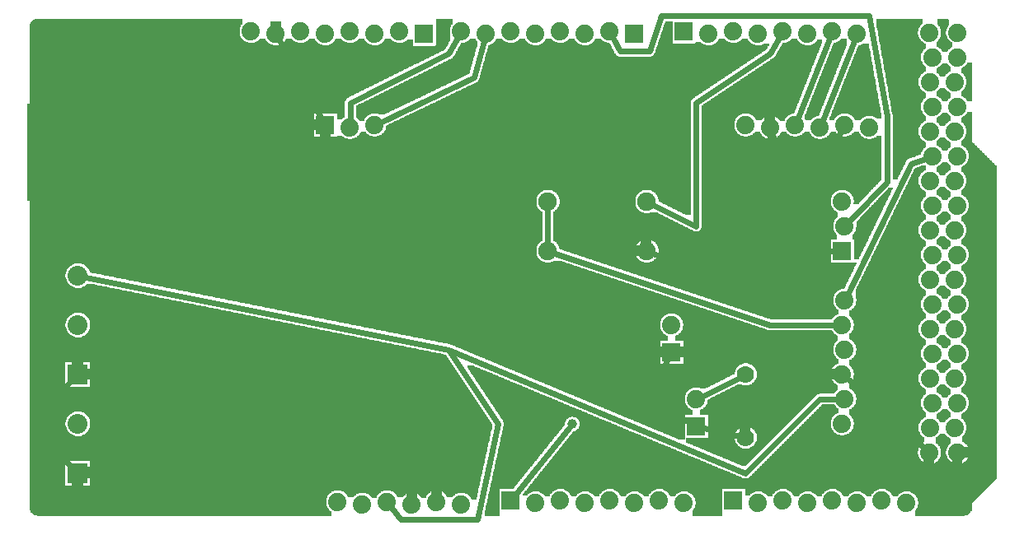
<source format=gbl>
G04 MADE WITH FRITZING*
G04 WWW.FRITZING.ORG*
G04 DOUBLE SIDED*
G04 HOLES PLATED*
G04 CONTOUR ON CENTER OF CONTOUR VECTOR*
%ASAXBY*%
%FSLAX23Y23*%
%MOIN*%
%OFA0B0*%
%SFA1.0B1.0*%
%ADD10C,0.075000*%
%ADD11C,0.074000*%
%ADD12C,0.000000*%
%ADD13C,0.070000*%
%ADD14C,0.080000*%
%ADD15C,0.039370*%
%ADD16R,0.074000X0.074000*%
%ADD17R,0.079986X0.080000*%
%ADD18R,0.080000X0.080000*%
%ADD19C,0.024000*%
%ADD20R,0.001000X0.001000*%
%LNCOPPER0*%
G90*
G70*
G54D10*
X3540Y1981D03*
X3404Y1810D03*
X3886Y1463D03*
X128Y2013D03*
G54D11*
X2944Y1632D03*
X3044Y1622D03*
X3144Y1632D03*
X3244Y1622D03*
X3344Y1632D03*
X3444Y1622D03*
X3334Y422D03*
X3344Y522D03*
X3334Y622D03*
X3344Y722D03*
X3334Y822D03*
X3344Y922D03*
G54D12*
X1444Y2001D03*
X1444Y2001D03*
X1444Y2001D03*
X1444Y2001D03*
X1444Y2001D03*
X1444Y2001D03*
X1444Y2001D03*
X1444Y2001D03*
X1444Y2001D03*
X1444Y2001D03*
X1444Y2001D03*
X1444Y2001D03*
X1444Y2001D03*
X1444Y2001D03*
X1444Y2001D03*
X1444Y2001D03*
X1444Y2001D03*
X1444Y2001D03*
X1444Y2001D03*
X1444Y2001D03*
X1444Y2001D03*
X1444Y2001D03*
X1444Y2001D03*
X1444Y2001D03*
X1444Y2001D03*
X1444Y2001D03*
X1444Y2001D03*
X1444Y2001D03*
X1444Y2001D03*
X1444Y2001D03*
X1444Y2001D03*
X1444Y2001D03*
X1444Y2001D03*
X1444Y2001D03*
X1444Y2001D03*
X1444Y2001D03*
X1444Y2001D03*
X1444Y2001D03*
X1444Y2001D03*
X1444Y2001D03*
X1444Y2001D03*
X1444Y2001D03*
X1444Y2001D03*
X1444Y2001D03*
X1444Y2001D03*
X1444Y2001D03*
X1444Y2001D03*
X1444Y2001D03*
X1444Y2001D03*
X1444Y2001D03*
X1444Y2001D03*
X1444Y2001D03*
X1444Y2001D03*
X1444Y2001D03*
X1444Y2001D03*
X1444Y2001D03*
X1444Y2001D03*
X1444Y2001D03*
X1444Y2001D03*
X1444Y2001D03*
X1444Y2001D03*
X1444Y2001D03*
X1444Y2001D03*
X1444Y2001D03*
X1444Y2001D03*
X1444Y2001D03*
X1444Y2001D03*
X1444Y2001D03*
X1444Y2001D03*
X1444Y2001D03*
X1444Y2001D03*
X1444Y2001D03*
X1444Y2001D03*
X1444Y2001D03*
X1444Y2001D03*
X1444Y2001D03*
X1444Y2001D03*
X1444Y2001D03*
X1444Y2001D03*
X1444Y2001D03*
X1444Y2001D03*
X1444Y2001D03*
X1444Y2001D03*
X1444Y2001D03*
X1444Y2001D03*
X1444Y2001D03*
X1444Y2001D03*
X1444Y2001D03*
X1444Y2001D03*
X1444Y2001D03*
X1444Y2001D03*
X1444Y2001D03*
X1444Y2001D03*
X1444Y2001D03*
X1444Y2001D03*
X1444Y2001D03*
X1444Y2001D03*
X1444Y2001D03*
X1444Y2001D03*
X1444Y2001D03*
X1444Y2001D03*
X1444Y2001D03*
X1444Y2001D03*
X1444Y2001D03*
X1444Y2001D03*
X1444Y2001D03*
X1444Y2001D03*
X1444Y2001D03*
X1444Y2001D03*
X1444Y2001D03*
X1444Y2001D03*
X1444Y2001D03*
X1444Y2001D03*
X1444Y2001D03*
X1444Y2001D03*
X1444Y2001D03*
X1444Y2001D03*
X1444Y2001D03*
X1444Y2001D03*
X1444Y2001D03*
X1444Y2001D03*
X1444Y2001D03*
X1444Y2001D03*
X1444Y2001D03*
X1444Y2001D03*
X1444Y2001D03*
X1444Y2001D03*
X1444Y2001D03*
X1444Y2001D03*
X1444Y2001D03*
X1444Y2001D03*
X1444Y2001D03*
X1444Y2001D03*
X1444Y2001D03*
X1444Y2001D03*
X1444Y2001D03*
X1444Y2001D03*
X1444Y2001D03*
X1444Y2001D03*
X1444Y2001D03*
X1444Y2001D03*
X1444Y2001D03*
X1444Y2001D03*
X1444Y2001D03*
X1444Y2001D03*
X1444Y2001D03*
X1444Y2001D03*
X1444Y2001D03*
X1444Y2001D03*
X1444Y2001D03*
X1444Y2001D03*
X1444Y2001D03*
X1444Y2001D03*
X1444Y2001D03*
X1444Y2001D03*
X1444Y2001D03*
X1444Y2001D03*
X1444Y2001D03*
X1444Y2001D03*
X1444Y2001D03*
X1444Y2001D03*
X1444Y2001D03*
X1444Y2001D03*
X1444Y2001D03*
X1444Y2001D03*
X1444Y2001D03*
X1444Y2001D03*
X1444Y2001D03*
X1444Y2001D03*
X1444Y2001D03*
X1444Y2001D03*
X1444Y2001D03*
X1444Y2001D03*
X1444Y2001D03*
X1444Y2001D03*
X1444Y2001D03*
X1444Y2001D03*
X1444Y2001D03*
X1444Y2001D03*
X1444Y2001D03*
X1444Y2001D03*
X1444Y2001D03*
X1444Y2001D03*
X1444Y2001D03*
X1444Y2001D03*
X1444Y2001D03*
X1444Y2001D03*
X1444Y2001D03*
X1444Y2001D03*
X1444Y2001D03*
X1444Y2001D03*
X1444Y2001D03*
X1444Y2001D03*
X1444Y2001D03*
X1444Y2001D03*
X1444Y2001D03*
X1444Y2001D03*
X1444Y2001D03*
X1444Y2001D03*
X1444Y2001D03*
X1444Y2001D03*
X1444Y2001D03*
X1444Y2001D03*
X1444Y2001D03*
X1444Y2001D03*
X1444Y2001D03*
X1444Y2001D03*
X1444Y2001D03*
X1444Y2001D03*
X1444Y2001D03*
X1444Y2001D03*
X1444Y2001D03*
X1444Y2001D03*
X1444Y2001D03*
X1444Y2001D03*
X1444Y2001D03*
X1444Y2001D03*
X1444Y2001D03*
X1444Y2001D03*
X1444Y2001D03*
X1444Y2001D03*
X1444Y2001D03*
X1444Y2001D03*
X1444Y2001D03*
X1444Y2001D03*
X1444Y2001D03*
X1444Y2001D03*
X1444Y2001D03*
X1444Y2001D03*
X1444Y2001D03*
X1444Y2001D03*
X1444Y2001D03*
X1444Y2001D03*
X1444Y2001D03*
X1444Y2001D03*
X1444Y2001D03*
X1444Y2001D03*
X1444Y2001D03*
X1444Y2001D03*
X1444Y2001D03*
X1444Y2001D03*
X1444Y2001D03*
X1444Y2001D03*
X1444Y2001D03*
X1444Y2001D03*
X1444Y2001D03*
X1444Y2001D03*
X1444Y2001D03*
X1444Y2001D03*
X1444Y2001D03*
X1444Y2001D03*
X1444Y2001D03*
X1444Y2001D03*
X1444Y2001D03*
X1444Y2001D03*
X1444Y2001D03*
X1444Y2001D03*
X1444Y2001D03*
X1444Y2001D03*
X1444Y2001D03*
X1444Y2001D03*
X1444Y2001D03*
X1444Y2001D03*
X1444Y2001D03*
X1444Y2001D03*
X1444Y2001D03*
X1444Y2001D03*
X1444Y2001D03*
X1444Y2001D03*
X1444Y2001D03*
X1444Y2001D03*
X1444Y2001D03*
X1444Y2001D03*
X1444Y2001D03*
X1444Y2001D03*
X1444Y2001D03*
X1444Y2001D03*
X1444Y2001D03*
X1444Y2001D03*
X1444Y2001D03*
X1444Y2001D03*
X1444Y2001D03*
X1444Y2001D03*
X1444Y2001D03*
X1444Y2001D03*
X1444Y2001D03*
X1444Y2001D03*
X1444Y2001D03*
X1444Y2001D03*
X1444Y2001D03*
X1444Y2001D03*
X1444Y2001D03*
X1444Y2001D03*
X1444Y2001D03*
X1444Y2001D03*
X1444Y2001D03*
X1444Y2001D03*
X1444Y2001D03*
X1444Y2001D03*
X1444Y2001D03*
X1444Y2001D03*
X1444Y2001D03*
X1444Y2001D03*
X1444Y2001D03*
X1444Y2001D03*
X1444Y2001D03*
X1444Y2001D03*
X1444Y2001D03*
X1444Y2001D03*
X1444Y2001D03*
X1444Y2001D03*
X1444Y2001D03*
X1444Y2001D03*
X1444Y2001D03*
X1444Y2001D03*
X1444Y2001D03*
X1444Y2001D03*
X1444Y2001D03*
X1444Y2001D03*
X1444Y2001D03*
X1444Y2001D03*
X1444Y2001D03*
X1444Y2001D03*
X1444Y2001D03*
X1444Y2001D03*
X1444Y2001D03*
X1444Y2001D03*
X1444Y2001D03*
X1444Y2001D03*
X1444Y2001D03*
X1444Y2001D03*
X1444Y2001D03*
X1444Y2001D03*
X1444Y2001D03*
X1444Y2001D03*
X1444Y2001D03*
X1444Y2001D03*
X1444Y2001D03*
X1444Y2001D03*
X1444Y2001D03*
X1444Y2001D03*
X1444Y2001D03*
X1444Y2001D03*
X1444Y2001D03*
X1444Y2001D03*
X1444Y2001D03*
X1444Y2001D03*
X1444Y2001D03*
X1444Y2001D03*
X1444Y2001D03*
X1444Y2001D03*
X1444Y2001D03*
X1444Y2001D03*
X1444Y2001D03*
X1444Y2001D03*
X1444Y2001D03*
X1444Y2001D03*
X1444Y2001D03*
X1444Y2001D03*
X1444Y2001D03*
X1444Y2001D03*
X1444Y2001D03*
X1444Y2001D03*
X1444Y2001D03*
X1444Y2001D03*
X1444Y2001D03*
X1444Y2001D03*
X1444Y2001D03*
X1444Y2001D03*
X1444Y2001D03*
X1444Y2001D03*
X1444Y2001D03*
X1444Y2001D03*
X1444Y2001D03*
X1444Y2001D03*
X1444Y2001D03*
X1444Y2001D03*
X1444Y2001D03*
X1444Y2001D03*
X1444Y2001D03*
X1444Y2001D03*
X1444Y2001D03*
X1444Y2001D03*
X1444Y2001D03*
X1444Y2001D03*
X1444Y2001D03*
X1444Y2001D03*
X1444Y2001D03*
X1444Y2001D03*
X1444Y2001D03*
X1444Y2001D03*
X1444Y2001D03*
X1444Y2001D03*
X1444Y2001D03*
X1444Y2001D03*
X1444Y2001D03*
X1444Y2001D03*
X1444Y2001D03*
X1444Y2001D03*
X1444Y2001D03*
X1444Y2001D03*
X1444Y2001D03*
X1444Y2001D03*
X1444Y2001D03*
X1444Y2001D03*
X1444Y2001D03*
X1444Y2001D03*
X1444Y2001D03*
X1444Y2001D03*
X1444Y2001D03*
X1444Y2001D03*
X1444Y2001D03*
X1444Y2001D03*
X1444Y2001D03*
X1444Y2001D03*
X1444Y2001D03*
X1444Y2001D03*
X1444Y2001D03*
X1444Y2001D03*
X1444Y2001D03*
X1444Y2001D03*
X1444Y2001D03*
X1444Y2001D03*
X1444Y2001D03*
X1444Y2001D03*
X1444Y2001D03*
X1444Y2001D03*
X1444Y2001D03*
X1444Y2001D03*
X1444Y2001D03*
X1444Y2001D03*
X1444Y2001D03*
X1444Y2001D03*
X1444Y2001D03*
X1444Y2001D03*
X1444Y2001D03*
X1444Y2001D03*
X1444Y2001D03*
X1444Y2001D03*
X1444Y2001D03*
X1444Y2001D03*
X1444Y2001D03*
X1444Y2001D03*
X1444Y2001D03*
X1444Y2001D03*
X1444Y2001D03*
X1444Y2001D03*
X1444Y2001D03*
X1444Y2001D03*
X1444Y2001D03*
X1444Y2001D03*
X1444Y2001D03*
X1444Y2001D03*
X1444Y2001D03*
X1444Y2001D03*
X1444Y2001D03*
X1444Y2001D03*
X1444Y2001D03*
G54D11*
X1644Y2001D03*
X3801Y2006D03*
X3801Y306D03*
X1794Y96D03*
X3687Y2006D03*
X1594Y96D03*
X3687Y306D03*
X1394Y96D03*
X1694Y106D03*
X3699Y1906D03*
X1494Y106D03*
X3699Y1706D03*
X1294Y106D03*
X3699Y1506D03*
X3689Y1806D03*
X3699Y1306D03*
X3689Y1606D03*
X3699Y1106D03*
X3689Y1406D03*
X3699Y906D03*
X3689Y1206D03*
X3699Y706D03*
X3689Y1006D03*
X3699Y506D03*
X3689Y806D03*
X3799Y1906D03*
X3689Y606D03*
X3799Y1706D03*
X3689Y406D03*
X3799Y1506D03*
X3789Y1806D03*
X3799Y1306D03*
X3789Y1606D03*
X3799Y1106D03*
X3789Y1406D03*
X3799Y906D03*
X3789Y1206D03*
X3799Y706D03*
X3789Y1006D03*
X3799Y506D03*
X3789Y806D03*
X2694Y101D03*
X3789Y606D03*
X2494Y101D03*
X3789Y406D03*
X2294Y101D03*
X2594Y111D03*
X2094Y101D03*
X2394Y111D03*
X3594Y101D03*
X2194Y111D03*
X3394Y101D03*
X1994Y111D03*
X3194Y101D03*
X3494Y111D03*
X2994Y101D03*
X3294Y111D03*
X3394Y2001D03*
X3094Y111D03*
X3194Y2001D03*
X2894Y111D03*
X2994Y2001D03*
X3294Y2011D03*
X2794Y2001D03*
X3094Y2011D03*
X1794Y2011D03*
X2894Y2011D03*
X1994Y2011D03*
X2694Y2011D03*
X2194Y2011D03*
X1894Y2001D03*
X2394Y2011D03*
X2094Y2001D03*
X944Y2011D03*
X2294Y2001D03*
X1144Y2011D03*
X2494Y2001D03*
X1344Y2011D03*
X1044Y2001D03*
X1544Y2011D03*
X1244Y2001D03*
X1444Y2001D03*
G54D13*
X2944Y622D03*
X2944Y366D03*
G54D14*
X244Y222D03*
X244Y422D03*
X244Y822D03*
X244Y1022D03*
X244Y622D03*
G54D11*
X2644Y712D03*
X2644Y822D03*
X3334Y1122D03*
X3344Y1222D03*
X3334Y1322D03*
X2744Y412D03*
X2744Y522D03*
X1244Y1632D03*
X1344Y1622D03*
X1444Y1632D03*
G54D10*
X2144Y1122D03*
X2544Y1122D03*
X2544Y1322D03*
X2144Y1322D03*
G54D15*
X2243Y421D03*
G54D16*
X1644Y2001D03*
X1994Y111D03*
X2894Y111D03*
X2694Y2011D03*
X2494Y2001D03*
G54D17*
X244Y222D03*
G54D18*
X244Y622D03*
G54D19*
X3303Y1122D02*
X3244Y1122D01*
D02*
X3244Y1122D02*
X3244Y1522D01*
D02*
X3244Y1522D02*
X3324Y1595D01*
D02*
X3329Y1605D02*
X3324Y1595D01*
X3324Y1595D02*
X3244Y1522D01*
D02*
X3244Y1522D02*
X3060Y1571D01*
X3060Y1571D02*
X3054Y1592D01*
D02*
X3283Y1982D02*
X3156Y1661D01*
D02*
X2916Y373D02*
X2775Y405D01*
D02*
X144Y521D02*
X144Y521D01*
D02*
X144Y521D02*
X144Y320D01*
D02*
X144Y320D02*
X222Y244D01*
D02*
X223Y600D02*
X144Y521D01*
D02*
X1744Y722D02*
X275Y1016D01*
D02*
X1744Y722D02*
X2944Y222D01*
D02*
X3244Y522D02*
X3313Y522D01*
D02*
X2944Y222D02*
X3244Y522D01*
D02*
X3358Y601D02*
X3664Y327D01*
D02*
X2144Y1151D02*
X2144Y1294D01*
D02*
X3303Y822D02*
X3044Y822D01*
D02*
X3044Y822D02*
X2172Y1113D01*
D02*
X3256Y1651D02*
X3383Y1972D01*
D02*
X3358Y950D02*
X3612Y1475D01*
X3612Y1475D02*
X3670Y1496D01*
D02*
X2409Y1983D02*
X2436Y1931D01*
X2436Y1931D02*
X2556Y1931D01*
X2556Y1931D02*
X2604Y2075D01*
X2604Y2075D02*
X3444Y2075D01*
X3444Y2075D02*
X3516Y1667D01*
X3516Y1667D02*
X3516Y1403D01*
X3516Y1403D02*
X3366Y1245D01*
D02*
X2744Y1222D02*
X2744Y1722D01*
D02*
X2570Y1309D02*
X2744Y1222D01*
D02*
X2744Y1722D02*
X3044Y1922D01*
D02*
X3044Y1922D02*
X3079Y1984D01*
D02*
X1513Y81D02*
X1548Y35D01*
X1548Y35D02*
X1860Y35D01*
D02*
X1944Y422D02*
X1744Y722D01*
D02*
X1860Y35D02*
X1944Y422D01*
D02*
X3044Y922D02*
X3044Y1591D01*
D02*
X2571Y1111D02*
X3044Y922D01*
D02*
X1230Y1659D02*
X1059Y1974D01*
D02*
X2545Y521D02*
X2630Y685D01*
D02*
X2717Y427D02*
X2545Y521D01*
D02*
X2919Y609D02*
X2772Y536D01*
D02*
X2014Y135D02*
X2231Y406D01*
D02*
X1473Y1646D02*
X1845Y1824D01*
D02*
X1845Y1824D02*
X1886Y1971D01*
D02*
X1346Y1723D02*
X1744Y1921D01*
D02*
X1345Y1653D02*
X1346Y1723D01*
D02*
X1744Y1921D02*
X1779Y1984D01*
G36*
X3472Y2061D02*
X3472Y2037D01*
X3474Y2037D01*
X3474Y2025D01*
X3476Y2025D01*
X3476Y2015D01*
X3478Y2015D01*
X3478Y2003D01*
X3480Y2003D01*
X3480Y1991D01*
X3482Y1991D01*
X3482Y1981D01*
X3484Y1981D01*
X3484Y1969D01*
X3486Y1969D01*
X3486Y1957D01*
X3488Y1957D01*
X3488Y1947D01*
X3490Y1947D01*
X3490Y1935D01*
X3492Y1935D01*
X3492Y1923D01*
X3494Y1923D01*
X3494Y1913D01*
X3496Y1913D01*
X3496Y1901D01*
X3498Y1901D01*
X3498Y1889D01*
X3500Y1889D01*
X3500Y1879D01*
X3502Y1879D01*
X3502Y1867D01*
X3504Y1867D01*
X3504Y1855D01*
X3506Y1855D01*
X3506Y1845D01*
X3508Y1845D01*
X3508Y1833D01*
X3510Y1833D01*
X3510Y1821D01*
X3512Y1821D01*
X3512Y1811D01*
X3514Y1811D01*
X3514Y1799D01*
X3516Y1799D01*
X3516Y1787D01*
X3518Y1787D01*
X3518Y1777D01*
X3520Y1777D01*
X3520Y1765D01*
X3522Y1765D01*
X3522Y1753D01*
X3524Y1753D01*
X3524Y1743D01*
X3526Y1743D01*
X3526Y1731D01*
X3528Y1731D01*
X3528Y1719D01*
X3530Y1719D01*
X3530Y1709D01*
X3532Y1709D01*
X3532Y1697D01*
X3534Y1697D01*
X3534Y1685D01*
X3536Y1685D01*
X3536Y1675D01*
X3538Y1675D01*
X3538Y1411D01*
X3558Y1411D01*
X3558Y1417D01*
X3560Y1417D01*
X3560Y1421D01*
X3562Y1421D01*
X3562Y1425D01*
X3564Y1425D01*
X3564Y1429D01*
X3566Y1429D01*
X3566Y1433D01*
X3568Y1433D01*
X3568Y1437D01*
X3570Y1437D01*
X3570Y1441D01*
X3572Y1441D01*
X3572Y1445D01*
X3574Y1445D01*
X3574Y1449D01*
X3576Y1449D01*
X3576Y1453D01*
X3578Y1453D01*
X3578Y1457D01*
X3580Y1457D01*
X3580Y1461D01*
X3582Y1461D01*
X3582Y1465D01*
X3584Y1465D01*
X3584Y1469D01*
X3586Y1469D01*
X3586Y1473D01*
X3588Y1473D01*
X3588Y1479D01*
X3590Y1479D01*
X3590Y1483D01*
X3592Y1483D01*
X3592Y1485D01*
X3594Y1485D01*
X3594Y1489D01*
X3596Y1489D01*
X3596Y1491D01*
X3598Y1491D01*
X3598Y1493D01*
X3600Y1493D01*
X3600Y1495D01*
X3606Y1495D01*
X3606Y1497D01*
X3610Y1497D01*
X3610Y1499D01*
X3616Y1499D01*
X3616Y1501D01*
X3622Y1501D01*
X3622Y1503D01*
X3628Y1503D01*
X3628Y1505D01*
X3634Y1505D01*
X3634Y1507D01*
X3640Y1507D01*
X3640Y1509D01*
X3644Y1509D01*
X3644Y1511D01*
X3650Y1511D01*
X3650Y1513D01*
X3654Y1513D01*
X3654Y1521D01*
X3656Y1521D01*
X3656Y1525D01*
X3658Y1525D01*
X3658Y1529D01*
X3660Y1529D01*
X3660Y1533D01*
X3662Y1533D01*
X3662Y1535D01*
X3664Y1535D01*
X3664Y1537D01*
X3666Y1537D01*
X3666Y1539D01*
X3668Y1539D01*
X3668Y1541D01*
X3670Y1541D01*
X3670Y1543D01*
X3672Y1543D01*
X3672Y1563D01*
X3668Y1563D01*
X3668Y1565D01*
X3666Y1565D01*
X3666Y1567D01*
X3662Y1567D01*
X3662Y1569D01*
X3660Y1569D01*
X3660Y1571D01*
X3658Y1571D01*
X3658Y1573D01*
X3656Y1573D01*
X3656Y1575D01*
X3654Y1575D01*
X3654Y1577D01*
X3652Y1577D01*
X3652Y1579D01*
X3650Y1579D01*
X3650Y1583D01*
X3648Y1583D01*
X3648Y1587D01*
X3646Y1587D01*
X3646Y1591D01*
X3644Y1591D01*
X3644Y1599D01*
X3642Y1599D01*
X3642Y1613D01*
X3644Y1613D01*
X3644Y1621D01*
X3646Y1621D01*
X3646Y1625D01*
X3648Y1625D01*
X3648Y1629D01*
X3650Y1629D01*
X3650Y1633D01*
X3652Y1633D01*
X3652Y1635D01*
X3654Y1635D01*
X3654Y1637D01*
X3656Y1637D01*
X3656Y1639D01*
X3658Y1639D01*
X3658Y1641D01*
X3660Y1641D01*
X3660Y1643D01*
X3662Y1643D01*
X3662Y1645D01*
X3666Y1645D01*
X3666Y1647D01*
X3668Y1647D01*
X3668Y1649D01*
X3672Y1649D01*
X3672Y1669D01*
X3670Y1669D01*
X3670Y1671D01*
X3668Y1671D01*
X3668Y1673D01*
X3666Y1673D01*
X3666Y1675D01*
X3664Y1675D01*
X3664Y1677D01*
X3662Y1677D01*
X3662Y1679D01*
X3660Y1679D01*
X3660Y1683D01*
X3658Y1683D01*
X3658Y1687D01*
X3656Y1687D01*
X3656Y1691D01*
X3654Y1691D01*
X3654Y1699D01*
X3652Y1699D01*
X3652Y1713D01*
X3654Y1713D01*
X3654Y1721D01*
X3656Y1721D01*
X3656Y1725D01*
X3658Y1725D01*
X3658Y1729D01*
X3660Y1729D01*
X3660Y1733D01*
X3662Y1733D01*
X3662Y1735D01*
X3664Y1735D01*
X3664Y1737D01*
X3666Y1737D01*
X3666Y1739D01*
X3668Y1739D01*
X3668Y1741D01*
X3670Y1741D01*
X3670Y1743D01*
X3672Y1743D01*
X3672Y1763D01*
X3668Y1763D01*
X3668Y1765D01*
X3666Y1765D01*
X3666Y1767D01*
X3662Y1767D01*
X3662Y1769D01*
X3660Y1769D01*
X3660Y1771D01*
X3658Y1771D01*
X3658Y1773D01*
X3656Y1773D01*
X3656Y1775D01*
X3654Y1775D01*
X3654Y1777D01*
X3652Y1777D01*
X3652Y1779D01*
X3650Y1779D01*
X3650Y1783D01*
X3648Y1783D01*
X3648Y1787D01*
X3646Y1787D01*
X3646Y1791D01*
X3644Y1791D01*
X3644Y1799D01*
X3642Y1799D01*
X3642Y1813D01*
X3644Y1813D01*
X3644Y1821D01*
X3646Y1821D01*
X3646Y1825D01*
X3648Y1825D01*
X3648Y1829D01*
X3650Y1829D01*
X3650Y1833D01*
X3652Y1833D01*
X3652Y1835D01*
X3654Y1835D01*
X3654Y1837D01*
X3656Y1837D01*
X3656Y1839D01*
X3658Y1839D01*
X3658Y1841D01*
X3660Y1841D01*
X3660Y1843D01*
X3662Y1843D01*
X3662Y1845D01*
X3666Y1845D01*
X3666Y1847D01*
X3668Y1847D01*
X3668Y1849D01*
X3672Y1849D01*
X3672Y1869D01*
X3670Y1869D01*
X3670Y1871D01*
X3668Y1871D01*
X3668Y1873D01*
X3666Y1873D01*
X3666Y1875D01*
X3664Y1875D01*
X3664Y1877D01*
X3662Y1877D01*
X3662Y1879D01*
X3660Y1879D01*
X3660Y1883D01*
X3658Y1883D01*
X3658Y1887D01*
X3656Y1887D01*
X3656Y1891D01*
X3654Y1891D01*
X3654Y1899D01*
X3652Y1899D01*
X3652Y1913D01*
X3654Y1913D01*
X3654Y1921D01*
X3656Y1921D01*
X3656Y1925D01*
X3658Y1925D01*
X3658Y1929D01*
X3660Y1929D01*
X3660Y1933D01*
X3662Y1933D01*
X3662Y1935D01*
X3664Y1935D01*
X3664Y1937D01*
X3666Y1937D01*
X3666Y1939D01*
X3668Y1939D01*
X3668Y1941D01*
X3670Y1941D01*
X3670Y1943D01*
X3672Y1943D01*
X3672Y1963D01*
X3666Y1963D01*
X3666Y1965D01*
X3664Y1965D01*
X3664Y1967D01*
X3660Y1967D01*
X3660Y1969D01*
X3658Y1969D01*
X3658Y1971D01*
X3656Y1971D01*
X3656Y1973D01*
X3654Y1973D01*
X3654Y1975D01*
X3652Y1975D01*
X3652Y1977D01*
X3650Y1977D01*
X3650Y1979D01*
X3648Y1979D01*
X3648Y1983D01*
X3646Y1983D01*
X3646Y1987D01*
X3644Y1987D01*
X3644Y1991D01*
X3642Y1991D01*
X3642Y1999D01*
X3640Y1999D01*
X3640Y2013D01*
X3642Y2013D01*
X3642Y2021D01*
X3644Y2021D01*
X3644Y2025D01*
X3646Y2025D01*
X3646Y2029D01*
X3648Y2029D01*
X3648Y2033D01*
X3650Y2033D01*
X3650Y2035D01*
X3652Y2035D01*
X3652Y2037D01*
X3654Y2037D01*
X3654Y2039D01*
X3656Y2039D01*
X3656Y2041D01*
X3658Y2041D01*
X3658Y2061D01*
X3472Y2061D01*
G37*
D02*
G36*
X3718Y2061D02*
X3718Y2041D01*
X3720Y2041D01*
X3720Y2039D01*
X3722Y2039D01*
X3722Y2037D01*
X3724Y2037D01*
X3724Y2033D01*
X3726Y2033D01*
X3726Y2031D01*
X3728Y2031D01*
X3728Y2027D01*
X3730Y2027D01*
X3730Y2023D01*
X3732Y2023D01*
X3732Y2017D01*
X3734Y2017D01*
X3734Y1995D01*
X3732Y1995D01*
X3732Y1989D01*
X3730Y1989D01*
X3730Y1985D01*
X3728Y1985D01*
X3728Y1981D01*
X3726Y1981D01*
X3726Y1979D01*
X3724Y1979D01*
X3724Y1975D01*
X3722Y1975D01*
X3722Y1973D01*
X3720Y1973D01*
X3720Y1971D01*
X3718Y1971D01*
X3718Y1969D01*
X3716Y1969D01*
X3716Y1949D01*
X3720Y1949D01*
X3720Y1947D01*
X3724Y1947D01*
X3724Y1945D01*
X3726Y1945D01*
X3726Y1943D01*
X3730Y1943D01*
X3730Y1941D01*
X3732Y1941D01*
X3732Y1939D01*
X3734Y1939D01*
X3734Y1937D01*
X3736Y1937D01*
X3736Y1933D01*
X3738Y1933D01*
X3738Y1931D01*
X3740Y1931D01*
X3740Y1929D01*
X3760Y1929D01*
X3760Y1933D01*
X3762Y1933D01*
X3762Y1935D01*
X3764Y1935D01*
X3764Y1937D01*
X3766Y1937D01*
X3766Y1939D01*
X3768Y1939D01*
X3768Y1941D01*
X3770Y1941D01*
X3770Y1943D01*
X3772Y1943D01*
X3772Y1945D01*
X3776Y1945D01*
X3776Y1947D01*
X3778Y1947D01*
X3778Y1967D01*
X3774Y1967D01*
X3774Y1969D01*
X3772Y1969D01*
X3772Y1971D01*
X3770Y1971D01*
X3770Y1973D01*
X3768Y1973D01*
X3768Y1975D01*
X3766Y1975D01*
X3766Y1977D01*
X3764Y1977D01*
X3764Y1979D01*
X3762Y1979D01*
X3762Y1983D01*
X3760Y1983D01*
X3760Y1987D01*
X3758Y1987D01*
X3758Y1991D01*
X3756Y1991D01*
X3756Y1999D01*
X3754Y1999D01*
X3754Y2013D01*
X3756Y2013D01*
X3756Y2021D01*
X3758Y2021D01*
X3758Y2025D01*
X3760Y2025D01*
X3760Y2029D01*
X3762Y2029D01*
X3762Y2033D01*
X3764Y2033D01*
X3764Y2035D01*
X3766Y2035D01*
X3766Y2057D01*
X3764Y2057D01*
X3764Y2059D01*
X3762Y2059D01*
X3762Y2061D01*
X3718Y2061D01*
G37*
D02*
G36*
X1832Y1983D02*
X1832Y1981D01*
X1830Y1981D01*
X1830Y1979D01*
X1828Y1979D01*
X1828Y1977D01*
X1826Y1977D01*
X1826Y1975D01*
X1824Y1975D01*
X1824Y1973D01*
X1820Y1973D01*
X1820Y1971D01*
X1816Y1971D01*
X1816Y1969D01*
X1814Y1969D01*
X1814Y1967D01*
X1808Y1967D01*
X1808Y1965D01*
X1794Y1965D01*
X1794Y1963D01*
X1792Y1963D01*
X1792Y1959D01*
X1790Y1959D01*
X1790Y1955D01*
X1788Y1955D01*
X1788Y1953D01*
X1786Y1953D01*
X1786Y1949D01*
X1784Y1949D01*
X1784Y1945D01*
X1782Y1945D01*
X1782Y1941D01*
X1780Y1941D01*
X1780Y1937D01*
X1778Y1937D01*
X1778Y1933D01*
X1776Y1933D01*
X1776Y1931D01*
X1774Y1931D01*
X1774Y1927D01*
X1772Y1927D01*
X1772Y1923D01*
X1770Y1923D01*
X1770Y1919D01*
X1768Y1919D01*
X1768Y1915D01*
X1766Y1915D01*
X1766Y1913D01*
X1764Y1913D01*
X1764Y1909D01*
X1762Y1909D01*
X1762Y1907D01*
X1760Y1907D01*
X1760Y1905D01*
X1758Y1905D01*
X1758Y1903D01*
X1756Y1903D01*
X1756Y1901D01*
X1752Y1901D01*
X1752Y1899D01*
X1748Y1899D01*
X1748Y1897D01*
X1744Y1897D01*
X1744Y1895D01*
X1740Y1895D01*
X1740Y1893D01*
X1736Y1893D01*
X1736Y1891D01*
X1732Y1891D01*
X1732Y1889D01*
X1728Y1889D01*
X1728Y1887D01*
X1724Y1887D01*
X1724Y1885D01*
X1720Y1885D01*
X1720Y1883D01*
X1716Y1883D01*
X1716Y1881D01*
X1712Y1881D01*
X1712Y1879D01*
X1708Y1879D01*
X1708Y1877D01*
X1704Y1877D01*
X1704Y1875D01*
X1700Y1875D01*
X1700Y1873D01*
X1696Y1873D01*
X1696Y1871D01*
X1692Y1871D01*
X1692Y1869D01*
X1688Y1869D01*
X1688Y1867D01*
X1684Y1867D01*
X1684Y1865D01*
X1680Y1865D01*
X1680Y1863D01*
X1676Y1863D01*
X1676Y1861D01*
X1672Y1861D01*
X1672Y1859D01*
X1668Y1859D01*
X1668Y1857D01*
X1664Y1857D01*
X1664Y1855D01*
X1660Y1855D01*
X1660Y1853D01*
X1656Y1853D01*
X1656Y1851D01*
X1652Y1851D01*
X1652Y1849D01*
X1648Y1849D01*
X1648Y1847D01*
X1644Y1847D01*
X1644Y1845D01*
X1640Y1845D01*
X1640Y1843D01*
X1636Y1843D01*
X1636Y1841D01*
X1632Y1841D01*
X1632Y1839D01*
X1628Y1839D01*
X1628Y1837D01*
X1624Y1837D01*
X1624Y1835D01*
X1620Y1835D01*
X1620Y1833D01*
X1616Y1833D01*
X1616Y1831D01*
X1612Y1831D01*
X1612Y1829D01*
X1608Y1829D01*
X1608Y1827D01*
X1604Y1827D01*
X1604Y1825D01*
X1600Y1825D01*
X1600Y1823D01*
X1596Y1823D01*
X1596Y1821D01*
X1590Y1821D01*
X1590Y1819D01*
X1586Y1819D01*
X1586Y1817D01*
X1582Y1817D01*
X1582Y1815D01*
X1578Y1815D01*
X1578Y1813D01*
X1574Y1813D01*
X1574Y1811D01*
X1570Y1811D01*
X1570Y1809D01*
X1566Y1809D01*
X1566Y1807D01*
X1562Y1807D01*
X1562Y1805D01*
X1558Y1805D01*
X1558Y1803D01*
X1554Y1803D01*
X1554Y1801D01*
X1550Y1801D01*
X1550Y1799D01*
X1546Y1799D01*
X1546Y1797D01*
X1542Y1797D01*
X1542Y1795D01*
X1538Y1795D01*
X1538Y1793D01*
X1534Y1793D01*
X1534Y1791D01*
X1530Y1791D01*
X1530Y1789D01*
X1526Y1789D01*
X1526Y1787D01*
X1522Y1787D01*
X1522Y1785D01*
X1518Y1785D01*
X1518Y1783D01*
X1514Y1783D01*
X1514Y1781D01*
X1510Y1781D01*
X1510Y1779D01*
X1506Y1779D01*
X1506Y1777D01*
X1502Y1777D01*
X1502Y1775D01*
X1498Y1775D01*
X1498Y1773D01*
X1494Y1773D01*
X1494Y1771D01*
X1490Y1771D01*
X1490Y1769D01*
X1486Y1769D01*
X1486Y1767D01*
X1482Y1767D01*
X1482Y1765D01*
X1478Y1765D01*
X1478Y1763D01*
X1474Y1763D01*
X1474Y1761D01*
X1470Y1761D01*
X1470Y1759D01*
X1466Y1759D01*
X1466Y1757D01*
X1462Y1757D01*
X1462Y1755D01*
X1458Y1755D01*
X1458Y1753D01*
X1454Y1753D01*
X1454Y1751D01*
X1450Y1751D01*
X1450Y1749D01*
X1446Y1749D01*
X1446Y1747D01*
X1442Y1747D01*
X1442Y1745D01*
X1438Y1745D01*
X1438Y1743D01*
X1434Y1743D01*
X1434Y1741D01*
X1430Y1741D01*
X1430Y1739D01*
X1426Y1739D01*
X1426Y1737D01*
X1422Y1737D01*
X1422Y1735D01*
X1418Y1735D01*
X1418Y1733D01*
X1414Y1733D01*
X1414Y1731D01*
X1410Y1731D01*
X1410Y1729D01*
X1406Y1729D01*
X1406Y1727D01*
X1402Y1727D01*
X1402Y1725D01*
X1398Y1725D01*
X1398Y1723D01*
X1392Y1723D01*
X1392Y1721D01*
X1388Y1721D01*
X1388Y1719D01*
X1384Y1719D01*
X1384Y1717D01*
X1380Y1717D01*
X1380Y1715D01*
X1376Y1715D01*
X1376Y1713D01*
X1372Y1713D01*
X1372Y1711D01*
X1368Y1711D01*
X1368Y1679D01*
X1454Y1679D01*
X1454Y1677D01*
X1460Y1677D01*
X1460Y1675D01*
X1486Y1675D01*
X1486Y1677D01*
X1490Y1677D01*
X1490Y1679D01*
X1494Y1679D01*
X1494Y1681D01*
X1498Y1681D01*
X1498Y1683D01*
X1502Y1683D01*
X1502Y1685D01*
X1506Y1685D01*
X1506Y1687D01*
X1510Y1687D01*
X1510Y1689D01*
X1514Y1689D01*
X1514Y1691D01*
X1518Y1691D01*
X1518Y1693D01*
X1522Y1693D01*
X1522Y1695D01*
X1526Y1695D01*
X1526Y1697D01*
X1532Y1697D01*
X1532Y1699D01*
X1536Y1699D01*
X1536Y1701D01*
X1540Y1701D01*
X1540Y1703D01*
X1544Y1703D01*
X1544Y1705D01*
X1548Y1705D01*
X1548Y1707D01*
X1552Y1707D01*
X1552Y1709D01*
X1556Y1709D01*
X1556Y1711D01*
X1560Y1711D01*
X1560Y1713D01*
X1564Y1713D01*
X1564Y1715D01*
X1568Y1715D01*
X1568Y1717D01*
X1572Y1717D01*
X1572Y1719D01*
X1576Y1719D01*
X1576Y1721D01*
X1582Y1721D01*
X1582Y1723D01*
X1586Y1723D01*
X1586Y1725D01*
X1590Y1725D01*
X1590Y1727D01*
X1594Y1727D01*
X1594Y1729D01*
X1598Y1729D01*
X1598Y1731D01*
X1602Y1731D01*
X1602Y1733D01*
X1606Y1733D01*
X1606Y1735D01*
X1610Y1735D01*
X1610Y1737D01*
X1614Y1737D01*
X1614Y1739D01*
X1618Y1739D01*
X1618Y1741D01*
X1622Y1741D01*
X1622Y1743D01*
X1628Y1743D01*
X1628Y1745D01*
X1632Y1745D01*
X1632Y1747D01*
X1636Y1747D01*
X1636Y1749D01*
X1640Y1749D01*
X1640Y1751D01*
X1644Y1751D01*
X1644Y1753D01*
X1648Y1753D01*
X1648Y1755D01*
X1652Y1755D01*
X1652Y1757D01*
X1656Y1757D01*
X1656Y1759D01*
X1660Y1759D01*
X1660Y1761D01*
X1664Y1761D01*
X1664Y1763D01*
X1668Y1763D01*
X1668Y1765D01*
X1672Y1765D01*
X1672Y1767D01*
X1678Y1767D01*
X1678Y1769D01*
X1682Y1769D01*
X1682Y1771D01*
X1686Y1771D01*
X1686Y1773D01*
X1690Y1773D01*
X1690Y1775D01*
X1694Y1775D01*
X1694Y1777D01*
X1698Y1777D01*
X1698Y1779D01*
X1702Y1779D01*
X1702Y1781D01*
X1706Y1781D01*
X1706Y1783D01*
X1710Y1783D01*
X1710Y1785D01*
X1714Y1785D01*
X1714Y1787D01*
X1718Y1787D01*
X1718Y1789D01*
X1724Y1789D01*
X1724Y1791D01*
X1728Y1791D01*
X1728Y1793D01*
X1732Y1793D01*
X1732Y1795D01*
X1736Y1795D01*
X1736Y1797D01*
X1740Y1797D01*
X1740Y1799D01*
X1744Y1799D01*
X1744Y1801D01*
X1748Y1801D01*
X1748Y1803D01*
X1752Y1803D01*
X1752Y1805D01*
X1756Y1805D01*
X1756Y1807D01*
X1760Y1807D01*
X1760Y1809D01*
X1764Y1809D01*
X1764Y1811D01*
X1768Y1811D01*
X1768Y1813D01*
X1774Y1813D01*
X1774Y1815D01*
X1778Y1815D01*
X1778Y1817D01*
X1782Y1817D01*
X1782Y1819D01*
X1786Y1819D01*
X1786Y1821D01*
X1790Y1821D01*
X1790Y1823D01*
X1794Y1823D01*
X1794Y1825D01*
X1798Y1825D01*
X1798Y1827D01*
X1802Y1827D01*
X1802Y1829D01*
X1806Y1829D01*
X1806Y1831D01*
X1810Y1831D01*
X1810Y1833D01*
X1814Y1833D01*
X1814Y1835D01*
X1820Y1835D01*
X1820Y1837D01*
X1824Y1837D01*
X1824Y1839D01*
X1826Y1839D01*
X1826Y1841D01*
X1828Y1841D01*
X1828Y1849D01*
X1830Y1849D01*
X1830Y1855D01*
X1832Y1855D01*
X1832Y1863D01*
X1834Y1863D01*
X1834Y1869D01*
X1836Y1869D01*
X1836Y1877D01*
X1838Y1877D01*
X1838Y1885D01*
X1840Y1885D01*
X1840Y1891D01*
X1842Y1891D01*
X1842Y1899D01*
X1844Y1899D01*
X1844Y1905D01*
X1846Y1905D01*
X1846Y1913D01*
X1848Y1913D01*
X1848Y1921D01*
X1850Y1921D01*
X1850Y1927D01*
X1852Y1927D01*
X1852Y1935D01*
X1854Y1935D01*
X1854Y1941D01*
X1856Y1941D01*
X1856Y1949D01*
X1858Y1949D01*
X1858Y1973D01*
X1856Y1973D01*
X1856Y1975D01*
X1854Y1975D01*
X1854Y1979D01*
X1852Y1979D01*
X1852Y1983D01*
X1832Y1983D01*
G37*
D02*
G36*
X1368Y1679D02*
X1368Y1661D01*
X1372Y1661D01*
X1372Y1659D01*
X1374Y1659D01*
X1374Y1657D01*
X1376Y1657D01*
X1376Y1655D01*
X1378Y1655D01*
X1378Y1653D01*
X1380Y1653D01*
X1380Y1651D01*
X1382Y1651D01*
X1382Y1649D01*
X1402Y1649D01*
X1402Y1653D01*
X1404Y1653D01*
X1404Y1657D01*
X1406Y1657D01*
X1406Y1661D01*
X1408Y1661D01*
X1408Y1663D01*
X1410Y1663D01*
X1410Y1665D01*
X1412Y1665D01*
X1412Y1667D01*
X1414Y1667D01*
X1414Y1669D01*
X1416Y1669D01*
X1416Y1671D01*
X1420Y1671D01*
X1420Y1673D01*
X1424Y1673D01*
X1424Y1675D01*
X1428Y1675D01*
X1428Y1677D01*
X1434Y1677D01*
X1434Y1679D01*
X1368Y1679D01*
G37*
D02*
G36*
X3332Y1983D02*
X3332Y1981D01*
X3330Y1981D01*
X3330Y1979D01*
X3328Y1979D01*
X3328Y1977D01*
X3326Y1977D01*
X3326Y1975D01*
X3324Y1975D01*
X3324Y1973D01*
X3320Y1973D01*
X3320Y1971D01*
X3316Y1971D01*
X3316Y1969D01*
X3314Y1969D01*
X3314Y1967D01*
X3308Y1967D01*
X3308Y1965D01*
X3300Y1965D01*
X3300Y1963D01*
X3298Y1963D01*
X3298Y1957D01*
X3296Y1957D01*
X3296Y1953D01*
X3294Y1953D01*
X3294Y1947D01*
X3292Y1947D01*
X3292Y1943D01*
X3290Y1943D01*
X3290Y1937D01*
X3288Y1937D01*
X3288Y1933D01*
X3286Y1933D01*
X3286Y1927D01*
X3284Y1927D01*
X3284Y1923D01*
X3282Y1923D01*
X3282Y1917D01*
X3280Y1917D01*
X3280Y1913D01*
X3278Y1913D01*
X3278Y1907D01*
X3276Y1907D01*
X3276Y1903D01*
X3274Y1903D01*
X3274Y1897D01*
X3272Y1897D01*
X3272Y1893D01*
X3270Y1893D01*
X3270Y1887D01*
X3268Y1887D01*
X3268Y1881D01*
X3266Y1881D01*
X3266Y1877D01*
X3264Y1877D01*
X3264Y1871D01*
X3262Y1871D01*
X3262Y1867D01*
X3260Y1867D01*
X3260Y1861D01*
X3258Y1861D01*
X3258Y1857D01*
X3256Y1857D01*
X3256Y1851D01*
X3254Y1851D01*
X3254Y1847D01*
X3252Y1847D01*
X3252Y1841D01*
X3250Y1841D01*
X3250Y1837D01*
X3248Y1837D01*
X3248Y1831D01*
X3246Y1831D01*
X3246Y1827D01*
X3244Y1827D01*
X3244Y1821D01*
X3242Y1821D01*
X3242Y1817D01*
X3240Y1817D01*
X3240Y1811D01*
X3238Y1811D01*
X3238Y1807D01*
X3236Y1807D01*
X3236Y1801D01*
X3234Y1801D01*
X3234Y1797D01*
X3232Y1797D01*
X3232Y1791D01*
X3230Y1791D01*
X3230Y1785D01*
X3228Y1785D01*
X3228Y1781D01*
X3226Y1781D01*
X3226Y1775D01*
X3224Y1775D01*
X3224Y1771D01*
X3222Y1771D01*
X3222Y1765D01*
X3220Y1765D01*
X3220Y1761D01*
X3218Y1761D01*
X3218Y1755D01*
X3216Y1755D01*
X3216Y1751D01*
X3214Y1751D01*
X3214Y1745D01*
X3212Y1745D01*
X3212Y1741D01*
X3210Y1741D01*
X3210Y1735D01*
X3208Y1735D01*
X3208Y1731D01*
X3206Y1731D01*
X3206Y1725D01*
X3204Y1725D01*
X3204Y1721D01*
X3202Y1721D01*
X3202Y1715D01*
X3200Y1715D01*
X3200Y1711D01*
X3198Y1711D01*
X3198Y1705D01*
X3196Y1705D01*
X3196Y1701D01*
X3194Y1701D01*
X3194Y1695D01*
X3192Y1695D01*
X3192Y1689D01*
X3190Y1689D01*
X3190Y1685D01*
X3188Y1685D01*
X3188Y1679D01*
X3186Y1679D01*
X3186Y1675D01*
X3184Y1675D01*
X3184Y1655D01*
X3186Y1655D01*
X3186Y1651D01*
X3208Y1651D01*
X3208Y1653D01*
X3210Y1653D01*
X3210Y1655D01*
X3212Y1655D01*
X3212Y1657D01*
X3214Y1657D01*
X3214Y1659D01*
X3216Y1659D01*
X3216Y1661D01*
X3220Y1661D01*
X3220Y1663D01*
X3224Y1663D01*
X3224Y1665D01*
X3228Y1665D01*
X3228Y1667D01*
X3234Y1667D01*
X3234Y1669D01*
X3240Y1669D01*
X3240Y1673D01*
X3242Y1673D01*
X3242Y1679D01*
X3244Y1679D01*
X3244Y1683D01*
X3246Y1683D01*
X3246Y1689D01*
X3248Y1689D01*
X3248Y1693D01*
X3250Y1693D01*
X3250Y1699D01*
X3252Y1699D01*
X3252Y1703D01*
X3254Y1703D01*
X3254Y1709D01*
X3256Y1709D01*
X3256Y1713D01*
X3258Y1713D01*
X3258Y1719D01*
X3260Y1719D01*
X3260Y1723D01*
X3262Y1723D01*
X3262Y1729D01*
X3264Y1729D01*
X3264Y1733D01*
X3266Y1733D01*
X3266Y1739D01*
X3268Y1739D01*
X3268Y1743D01*
X3270Y1743D01*
X3270Y1749D01*
X3272Y1749D01*
X3272Y1755D01*
X3274Y1755D01*
X3274Y1759D01*
X3276Y1759D01*
X3276Y1765D01*
X3278Y1765D01*
X3278Y1769D01*
X3280Y1769D01*
X3280Y1775D01*
X3282Y1775D01*
X3282Y1779D01*
X3284Y1779D01*
X3284Y1785D01*
X3286Y1785D01*
X3286Y1789D01*
X3288Y1789D01*
X3288Y1795D01*
X3290Y1795D01*
X3290Y1799D01*
X3292Y1799D01*
X3292Y1805D01*
X3294Y1805D01*
X3294Y1809D01*
X3296Y1809D01*
X3296Y1815D01*
X3298Y1815D01*
X3298Y1819D01*
X3300Y1819D01*
X3300Y1825D01*
X3302Y1825D01*
X3302Y1829D01*
X3304Y1829D01*
X3304Y1835D01*
X3306Y1835D01*
X3306Y1839D01*
X3308Y1839D01*
X3308Y1845D01*
X3310Y1845D01*
X3310Y1851D01*
X3312Y1851D01*
X3312Y1855D01*
X3314Y1855D01*
X3314Y1861D01*
X3316Y1861D01*
X3316Y1865D01*
X3318Y1865D01*
X3318Y1871D01*
X3320Y1871D01*
X3320Y1875D01*
X3322Y1875D01*
X3322Y1881D01*
X3324Y1881D01*
X3324Y1885D01*
X3326Y1885D01*
X3326Y1891D01*
X3328Y1891D01*
X3328Y1895D01*
X3330Y1895D01*
X3330Y1901D01*
X3332Y1901D01*
X3332Y1905D01*
X3334Y1905D01*
X3334Y1911D01*
X3336Y1911D01*
X3336Y1915D01*
X3338Y1915D01*
X3338Y1921D01*
X3340Y1921D01*
X3340Y1925D01*
X3342Y1925D01*
X3342Y1931D01*
X3344Y1931D01*
X3344Y1935D01*
X3346Y1935D01*
X3346Y1941D01*
X3348Y1941D01*
X3348Y1947D01*
X3350Y1947D01*
X3350Y1951D01*
X3352Y1951D01*
X3352Y1957D01*
X3354Y1957D01*
X3354Y1979D01*
X3352Y1979D01*
X3352Y1983D01*
X3332Y1983D01*
G37*
D02*
G36*
X3420Y1963D02*
X3420Y1961D01*
X3416Y1961D01*
X3416Y1959D01*
X3414Y1959D01*
X3414Y1957D01*
X3408Y1957D01*
X3408Y1955D01*
X3400Y1955D01*
X3400Y1953D01*
X3398Y1953D01*
X3398Y1947D01*
X3396Y1947D01*
X3396Y1943D01*
X3394Y1943D01*
X3394Y1937D01*
X3392Y1937D01*
X3392Y1933D01*
X3390Y1933D01*
X3390Y1927D01*
X3388Y1927D01*
X3388Y1923D01*
X3386Y1923D01*
X3386Y1917D01*
X3384Y1917D01*
X3384Y1913D01*
X3382Y1913D01*
X3382Y1907D01*
X3380Y1907D01*
X3380Y1903D01*
X3378Y1903D01*
X3378Y1897D01*
X3376Y1897D01*
X3376Y1893D01*
X3374Y1893D01*
X3374Y1887D01*
X3372Y1887D01*
X3372Y1883D01*
X3370Y1883D01*
X3370Y1877D01*
X3368Y1877D01*
X3368Y1871D01*
X3366Y1871D01*
X3366Y1867D01*
X3364Y1867D01*
X3364Y1861D01*
X3362Y1861D01*
X3362Y1857D01*
X3360Y1857D01*
X3360Y1851D01*
X3358Y1851D01*
X3358Y1847D01*
X3356Y1847D01*
X3356Y1841D01*
X3354Y1841D01*
X3354Y1837D01*
X3352Y1837D01*
X3352Y1831D01*
X3350Y1831D01*
X3350Y1827D01*
X3348Y1827D01*
X3348Y1821D01*
X3346Y1821D01*
X3346Y1817D01*
X3344Y1817D01*
X3344Y1811D01*
X3342Y1811D01*
X3342Y1807D01*
X3340Y1807D01*
X3340Y1801D01*
X3338Y1801D01*
X3338Y1797D01*
X3336Y1797D01*
X3336Y1791D01*
X3334Y1791D01*
X3334Y1787D01*
X3332Y1787D01*
X3332Y1781D01*
X3330Y1781D01*
X3330Y1775D01*
X3328Y1775D01*
X3328Y1771D01*
X3326Y1771D01*
X3326Y1765D01*
X3324Y1765D01*
X3324Y1761D01*
X3322Y1761D01*
X3322Y1755D01*
X3320Y1755D01*
X3320Y1751D01*
X3318Y1751D01*
X3318Y1745D01*
X3316Y1745D01*
X3316Y1741D01*
X3314Y1741D01*
X3314Y1735D01*
X3312Y1735D01*
X3312Y1731D01*
X3310Y1731D01*
X3310Y1725D01*
X3308Y1725D01*
X3308Y1721D01*
X3306Y1721D01*
X3306Y1715D01*
X3304Y1715D01*
X3304Y1711D01*
X3302Y1711D01*
X3302Y1705D01*
X3300Y1705D01*
X3300Y1701D01*
X3298Y1701D01*
X3298Y1695D01*
X3296Y1695D01*
X3296Y1691D01*
X3294Y1691D01*
X3294Y1685D01*
X3292Y1685D01*
X3292Y1679D01*
X3354Y1679D01*
X3354Y1677D01*
X3360Y1677D01*
X3360Y1675D01*
X3366Y1675D01*
X3366Y1673D01*
X3368Y1673D01*
X3368Y1671D01*
X3372Y1671D01*
X3372Y1669D01*
X3454Y1669D01*
X3454Y1667D01*
X3460Y1667D01*
X3460Y1665D01*
X3466Y1665D01*
X3466Y1663D01*
X3468Y1663D01*
X3468Y1661D01*
X3472Y1661D01*
X3472Y1659D01*
X3474Y1659D01*
X3474Y1657D01*
X3494Y1657D01*
X3494Y1671D01*
X3492Y1671D01*
X3492Y1683D01*
X3490Y1683D01*
X3490Y1693D01*
X3488Y1693D01*
X3488Y1705D01*
X3486Y1705D01*
X3486Y1717D01*
X3484Y1717D01*
X3484Y1727D01*
X3482Y1727D01*
X3482Y1739D01*
X3480Y1739D01*
X3480Y1751D01*
X3478Y1751D01*
X3478Y1761D01*
X3476Y1761D01*
X3476Y1773D01*
X3474Y1773D01*
X3474Y1785D01*
X3472Y1785D01*
X3472Y1795D01*
X3470Y1795D01*
X3470Y1807D01*
X3468Y1807D01*
X3468Y1819D01*
X3466Y1819D01*
X3466Y1829D01*
X3464Y1829D01*
X3464Y1841D01*
X3462Y1841D01*
X3462Y1853D01*
X3460Y1853D01*
X3460Y1863D01*
X3458Y1863D01*
X3458Y1875D01*
X3456Y1875D01*
X3456Y1887D01*
X3454Y1887D01*
X3454Y1897D01*
X3452Y1897D01*
X3452Y1909D01*
X3450Y1909D01*
X3450Y1921D01*
X3448Y1921D01*
X3448Y1931D01*
X3446Y1931D01*
X3446Y1943D01*
X3444Y1943D01*
X3444Y1955D01*
X3442Y1955D01*
X3442Y1963D01*
X3420Y1963D01*
G37*
D02*
G36*
X3290Y1679D02*
X3290Y1675D01*
X3288Y1675D01*
X3288Y1669D01*
X3286Y1669D01*
X3286Y1665D01*
X3284Y1665D01*
X3284Y1653D01*
X3304Y1653D01*
X3304Y1657D01*
X3306Y1657D01*
X3306Y1661D01*
X3308Y1661D01*
X3308Y1663D01*
X3310Y1663D01*
X3310Y1665D01*
X3312Y1665D01*
X3312Y1667D01*
X3314Y1667D01*
X3314Y1669D01*
X3316Y1669D01*
X3316Y1671D01*
X3320Y1671D01*
X3320Y1673D01*
X3324Y1673D01*
X3324Y1675D01*
X3328Y1675D01*
X3328Y1677D01*
X3334Y1677D01*
X3334Y1679D01*
X3290Y1679D01*
G37*
D02*
G36*
X3374Y1669D02*
X3374Y1667D01*
X3376Y1667D01*
X3376Y1665D01*
X3378Y1665D01*
X3378Y1663D01*
X3380Y1663D01*
X3380Y1661D01*
X3382Y1661D01*
X3382Y1659D01*
X3384Y1659D01*
X3384Y1655D01*
X3386Y1655D01*
X3386Y1651D01*
X3408Y1651D01*
X3408Y1653D01*
X3410Y1653D01*
X3410Y1655D01*
X3412Y1655D01*
X3412Y1657D01*
X3414Y1657D01*
X3414Y1659D01*
X3416Y1659D01*
X3416Y1661D01*
X3420Y1661D01*
X3420Y1663D01*
X3424Y1663D01*
X3424Y1665D01*
X3428Y1665D01*
X3428Y1667D01*
X3434Y1667D01*
X3434Y1669D01*
X3374Y1669D01*
G37*
D02*
G36*
X3840Y1885D02*
X3840Y1881D01*
X3838Y1881D01*
X3838Y1879D01*
X3836Y1879D01*
X3836Y1875D01*
X3834Y1875D01*
X3834Y1873D01*
X3832Y1873D01*
X3832Y1871D01*
X3830Y1871D01*
X3830Y1869D01*
X3826Y1869D01*
X3826Y1867D01*
X3824Y1867D01*
X3824Y1865D01*
X3820Y1865D01*
X3820Y1863D01*
X3816Y1863D01*
X3816Y1843D01*
X3820Y1843D01*
X3820Y1841D01*
X3822Y1841D01*
X3822Y1839D01*
X3824Y1839D01*
X3824Y1837D01*
X3826Y1837D01*
X3826Y1833D01*
X3828Y1833D01*
X3828Y1831D01*
X3830Y1831D01*
X3830Y1827D01*
X3832Y1827D01*
X3832Y1823D01*
X3834Y1823D01*
X3834Y1817D01*
X3836Y1817D01*
X3836Y1795D01*
X3834Y1795D01*
X3834Y1789D01*
X3832Y1789D01*
X3832Y1785D01*
X3830Y1785D01*
X3830Y1781D01*
X3828Y1781D01*
X3828Y1779D01*
X3826Y1779D01*
X3826Y1775D01*
X3824Y1775D01*
X3824Y1773D01*
X3822Y1773D01*
X3822Y1771D01*
X3820Y1771D01*
X3820Y1769D01*
X3816Y1769D01*
X3816Y1749D01*
X3820Y1749D01*
X3820Y1747D01*
X3824Y1747D01*
X3824Y1745D01*
X3826Y1745D01*
X3826Y1743D01*
X3830Y1743D01*
X3830Y1741D01*
X3832Y1741D01*
X3832Y1739D01*
X3834Y1739D01*
X3834Y1737D01*
X3836Y1737D01*
X3836Y1733D01*
X3838Y1733D01*
X3838Y1731D01*
X3840Y1731D01*
X3840Y1727D01*
X3860Y1727D01*
X3860Y1885D01*
X3840Y1885D01*
G37*
D02*
G36*
X3740Y1883D02*
X3740Y1881D01*
X3738Y1881D01*
X3738Y1879D01*
X3736Y1879D01*
X3736Y1875D01*
X3734Y1875D01*
X3734Y1873D01*
X3732Y1873D01*
X3732Y1871D01*
X3730Y1871D01*
X3730Y1869D01*
X3726Y1869D01*
X3726Y1867D01*
X3724Y1867D01*
X3724Y1865D01*
X3720Y1865D01*
X3720Y1863D01*
X3716Y1863D01*
X3716Y1843D01*
X3720Y1843D01*
X3720Y1841D01*
X3722Y1841D01*
X3722Y1839D01*
X3724Y1839D01*
X3724Y1837D01*
X3726Y1837D01*
X3726Y1833D01*
X3728Y1833D01*
X3728Y1831D01*
X3730Y1831D01*
X3730Y1829D01*
X3750Y1829D01*
X3750Y1833D01*
X3752Y1833D01*
X3752Y1835D01*
X3754Y1835D01*
X3754Y1837D01*
X3756Y1837D01*
X3756Y1839D01*
X3758Y1839D01*
X3758Y1841D01*
X3760Y1841D01*
X3760Y1843D01*
X3762Y1843D01*
X3762Y1845D01*
X3766Y1845D01*
X3766Y1847D01*
X3768Y1847D01*
X3768Y1849D01*
X3772Y1849D01*
X3772Y1869D01*
X3770Y1869D01*
X3770Y1871D01*
X3768Y1871D01*
X3768Y1873D01*
X3766Y1873D01*
X3766Y1875D01*
X3764Y1875D01*
X3764Y1877D01*
X3762Y1877D01*
X3762Y1879D01*
X3760Y1879D01*
X3760Y1883D01*
X3740Y1883D01*
G37*
D02*
G36*
X3730Y1783D02*
X3730Y1781D01*
X3728Y1781D01*
X3728Y1779D01*
X3726Y1779D01*
X3726Y1775D01*
X3724Y1775D01*
X3724Y1773D01*
X3722Y1773D01*
X3722Y1771D01*
X3720Y1771D01*
X3720Y1769D01*
X3716Y1769D01*
X3716Y1749D01*
X3720Y1749D01*
X3720Y1747D01*
X3724Y1747D01*
X3724Y1745D01*
X3726Y1745D01*
X3726Y1743D01*
X3730Y1743D01*
X3730Y1741D01*
X3732Y1741D01*
X3732Y1739D01*
X3734Y1739D01*
X3734Y1737D01*
X3736Y1737D01*
X3736Y1733D01*
X3738Y1733D01*
X3738Y1731D01*
X3740Y1731D01*
X3740Y1729D01*
X3760Y1729D01*
X3760Y1733D01*
X3762Y1733D01*
X3762Y1735D01*
X3764Y1735D01*
X3764Y1737D01*
X3766Y1737D01*
X3766Y1739D01*
X3768Y1739D01*
X3768Y1741D01*
X3770Y1741D01*
X3770Y1743D01*
X3772Y1743D01*
X3772Y1763D01*
X3768Y1763D01*
X3768Y1765D01*
X3766Y1765D01*
X3766Y1767D01*
X3762Y1767D01*
X3762Y1769D01*
X3760Y1769D01*
X3760Y1771D01*
X3758Y1771D01*
X3758Y1773D01*
X3756Y1773D01*
X3756Y1775D01*
X3754Y1775D01*
X3754Y1777D01*
X3752Y1777D01*
X3752Y1779D01*
X3750Y1779D01*
X3750Y1783D01*
X3730Y1783D01*
G37*
D02*
G36*
X3740Y1683D02*
X3740Y1681D01*
X3738Y1681D01*
X3738Y1679D01*
X3736Y1679D01*
X3736Y1675D01*
X3734Y1675D01*
X3734Y1673D01*
X3732Y1673D01*
X3732Y1671D01*
X3730Y1671D01*
X3730Y1669D01*
X3726Y1669D01*
X3726Y1667D01*
X3724Y1667D01*
X3724Y1665D01*
X3720Y1665D01*
X3720Y1663D01*
X3716Y1663D01*
X3716Y1643D01*
X3720Y1643D01*
X3720Y1641D01*
X3722Y1641D01*
X3722Y1639D01*
X3724Y1639D01*
X3724Y1637D01*
X3726Y1637D01*
X3726Y1633D01*
X3728Y1633D01*
X3728Y1631D01*
X3730Y1631D01*
X3730Y1629D01*
X3750Y1629D01*
X3750Y1633D01*
X3752Y1633D01*
X3752Y1635D01*
X3754Y1635D01*
X3754Y1637D01*
X3756Y1637D01*
X3756Y1639D01*
X3758Y1639D01*
X3758Y1641D01*
X3760Y1641D01*
X3760Y1643D01*
X3762Y1643D01*
X3762Y1645D01*
X3766Y1645D01*
X3766Y1647D01*
X3768Y1647D01*
X3768Y1649D01*
X3772Y1649D01*
X3772Y1669D01*
X3770Y1669D01*
X3770Y1671D01*
X3768Y1671D01*
X3768Y1673D01*
X3766Y1673D01*
X3766Y1675D01*
X3764Y1675D01*
X3764Y1677D01*
X3762Y1677D01*
X3762Y1679D01*
X3760Y1679D01*
X3760Y1683D01*
X3740Y1683D01*
G37*
D02*
G36*
X3730Y1583D02*
X3730Y1581D01*
X3728Y1581D01*
X3728Y1579D01*
X3726Y1579D01*
X3726Y1575D01*
X3724Y1575D01*
X3724Y1573D01*
X3722Y1573D01*
X3722Y1571D01*
X3720Y1571D01*
X3720Y1569D01*
X3716Y1569D01*
X3716Y1549D01*
X3720Y1549D01*
X3720Y1547D01*
X3724Y1547D01*
X3724Y1545D01*
X3726Y1545D01*
X3726Y1543D01*
X3730Y1543D01*
X3730Y1541D01*
X3732Y1541D01*
X3732Y1539D01*
X3734Y1539D01*
X3734Y1537D01*
X3736Y1537D01*
X3736Y1533D01*
X3738Y1533D01*
X3738Y1531D01*
X3740Y1531D01*
X3740Y1529D01*
X3760Y1529D01*
X3760Y1533D01*
X3762Y1533D01*
X3762Y1535D01*
X3764Y1535D01*
X3764Y1537D01*
X3766Y1537D01*
X3766Y1539D01*
X3768Y1539D01*
X3768Y1541D01*
X3770Y1541D01*
X3770Y1543D01*
X3772Y1543D01*
X3772Y1563D01*
X3768Y1563D01*
X3768Y1565D01*
X3766Y1565D01*
X3766Y1567D01*
X3762Y1567D01*
X3762Y1569D01*
X3760Y1569D01*
X3760Y1571D01*
X3758Y1571D01*
X3758Y1573D01*
X3756Y1573D01*
X3756Y1575D01*
X3754Y1575D01*
X3754Y1577D01*
X3752Y1577D01*
X3752Y1579D01*
X3750Y1579D01*
X3750Y1583D01*
X3730Y1583D01*
G37*
D02*
G36*
X3740Y1483D02*
X3740Y1481D01*
X3738Y1481D01*
X3738Y1479D01*
X3736Y1479D01*
X3736Y1475D01*
X3734Y1475D01*
X3734Y1473D01*
X3732Y1473D01*
X3732Y1471D01*
X3730Y1471D01*
X3730Y1469D01*
X3726Y1469D01*
X3726Y1467D01*
X3724Y1467D01*
X3724Y1465D01*
X3720Y1465D01*
X3720Y1463D01*
X3716Y1463D01*
X3716Y1443D01*
X3720Y1443D01*
X3720Y1441D01*
X3722Y1441D01*
X3722Y1439D01*
X3724Y1439D01*
X3724Y1437D01*
X3726Y1437D01*
X3726Y1433D01*
X3728Y1433D01*
X3728Y1431D01*
X3730Y1431D01*
X3730Y1429D01*
X3750Y1429D01*
X3750Y1433D01*
X3752Y1433D01*
X3752Y1435D01*
X3754Y1435D01*
X3754Y1437D01*
X3756Y1437D01*
X3756Y1439D01*
X3758Y1439D01*
X3758Y1441D01*
X3760Y1441D01*
X3760Y1443D01*
X3762Y1443D01*
X3762Y1445D01*
X3766Y1445D01*
X3766Y1447D01*
X3768Y1447D01*
X3768Y1449D01*
X3772Y1449D01*
X3772Y1469D01*
X3770Y1469D01*
X3770Y1471D01*
X3768Y1471D01*
X3768Y1473D01*
X3766Y1473D01*
X3766Y1475D01*
X3764Y1475D01*
X3764Y1477D01*
X3762Y1477D01*
X3762Y1479D01*
X3760Y1479D01*
X3760Y1483D01*
X3740Y1483D01*
G37*
D02*
G36*
X3730Y1383D02*
X3730Y1381D01*
X3728Y1381D01*
X3728Y1379D01*
X3726Y1379D01*
X3726Y1375D01*
X3724Y1375D01*
X3724Y1373D01*
X3722Y1373D01*
X3722Y1371D01*
X3720Y1371D01*
X3720Y1369D01*
X3716Y1369D01*
X3716Y1349D01*
X3720Y1349D01*
X3720Y1347D01*
X3724Y1347D01*
X3724Y1345D01*
X3726Y1345D01*
X3726Y1343D01*
X3730Y1343D01*
X3730Y1341D01*
X3732Y1341D01*
X3732Y1339D01*
X3734Y1339D01*
X3734Y1337D01*
X3736Y1337D01*
X3736Y1333D01*
X3738Y1333D01*
X3738Y1331D01*
X3740Y1331D01*
X3740Y1329D01*
X3760Y1329D01*
X3760Y1333D01*
X3762Y1333D01*
X3762Y1335D01*
X3764Y1335D01*
X3764Y1337D01*
X3766Y1337D01*
X3766Y1339D01*
X3768Y1339D01*
X3768Y1341D01*
X3770Y1341D01*
X3770Y1343D01*
X3772Y1343D01*
X3772Y1363D01*
X3768Y1363D01*
X3768Y1365D01*
X3766Y1365D01*
X3766Y1367D01*
X3762Y1367D01*
X3762Y1369D01*
X3760Y1369D01*
X3760Y1371D01*
X3758Y1371D01*
X3758Y1373D01*
X3756Y1373D01*
X3756Y1375D01*
X3754Y1375D01*
X3754Y1377D01*
X3752Y1377D01*
X3752Y1379D01*
X3750Y1379D01*
X3750Y1383D01*
X3730Y1383D01*
G37*
D02*
G36*
X3520Y1377D02*
X3520Y1375D01*
X3518Y1375D01*
X3518Y1373D01*
X3516Y1373D01*
X3516Y1369D01*
X3514Y1369D01*
X3514Y1367D01*
X3512Y1367D01*
X3512Y1365D01*
X3510Y1365D01*
X3510Y1363D01*
X3508Y1363D01*
X3508Y1361D01*
X3506Y1361D01*
X3506Y1359D01*
X3504Y1359D01*
X3504Y1357D01*
X3502Y1357D01*
X3502Y1355D01*
X3500Y1355D01*
X3500Y1353D01*
X3498Y1353D01*
X3498Y1351D01*
X3496Y1351D01*
X3496Y1349D01*
X3494Y1349D01*
X3494Y1347D01*
X3492Y1347D01*
X3492Y1345D01*
X3490Y1345D01*
X3490Y1343D01*
X3488Y1343D01*
X3488Y1341D01*
X3486Y1341D01*
X3486Y1339D01*
X3484Y1339D01*
X3484Y1337D01*
X3482Y1337D01*
X3482Y1335D01*
X3480Y1335D01*
X3480Y1333D01*
X3478Y1333D01*
X3478Y1329D01*
X3476Y1329D01*
X3476Y1327D01*
X3474Y1327D01*
X3474Y1325D01*
X3472Y1325D01*
X3472Y1323D01*
X3470Y1323D01*
X3470Y1321D01*
X3468Y1321D01*
X3468Y1319D01*
X3466Y1319D01*
X3466Y1317D01*
X3464Y1317D01*
X3464Y1315D01*
X3462Y1315D01*
X3462Y1313D01*
X3460Y1313D01*
X3460Y1311D01*
X3458Y1311D01*
X3458Y1309D01*
X3456Y1309D01*
X3456Y1307D01*
X3454Y1307D01*
X3454Y1305D01*
X3452Y1305D01*
X3452Y1303D01*
X3450Y1303D01*
X3450Y1301D01*
X3448Y1301D01*
X3448Y1299D01*
X3446Y1299D01*
X3446Y1297D01*
X3444Y1297D01*
X3444Y1295D01*
X3442Y1295D01*
X3442Y1291D01*
X3440Y1291D01*
X3440Y1289D01*
X3438Y1289D01*
X3438Y1287D01*
X3436Y1287D01*
X3436Y1285D01*
X3434Y1285D01*
X3434Y1283D01*
X3432Y1283D01*
X3432Y1281D01*
X3430Y1281D01*
X3430Y1279D01*
X3428Y1279D01*
X3428Y1277D01*
X3426Y1277D01*
X3426Y1275D01*
X3424Y1275D01*
X3424Y1273D01*
X3422Y1273D01*
X3422Y1271D01*
X3420Y1271D01*
X3420Y1269D01*
X3418Y1269D01*
X3418Y1267D01*
X3416Y1267D01*
X3416Y1265D01*
X3414Y1265D01*
X3414Y1263D01*
X3412Y1263D01*
X3412Y1261D01*
X3410Y1261D01*
X3410Y1259D01*
X3408Y1259D01*
X3408Y1257D01*
X3406Y1257D01*
X3406Y1253D01*
X3404Y1253D01*
X3404Y1251D01*
X3402Y1251D01*
X3402Y1249D01*
X3400Y1249D01*
X3400Y1247D01*
X3398Y1247D01*
X3398Y1245D01*
X3396Y1245D01*
X3396Y1243D01*
X3394Y1243D01*
X3394Y1241D01*
X3392Y1241D01*
X3392Y1217D01*
X3390Y1217D01*
X3390Y1209D01*
X3388Y1209D01*
X3388Y1203D01*
X3386Y1203D01*
X3386Y1199D01*
X3384Y1199D01*
X3384Y1195D01*
X3382Y1195D01*
X3382Y1193D01*
X3380Y1193D01*
X3380Y1191D01*
X3378Y1191D01*
X3378Y1189D01*
X3376Y1189D01*
X3376Y1169D01*
X3382Y1169D01*
X3382Y1089D01*
X3402Y1089D01*
X3402Y1093D01*
X3404Y1093D01*
X3404Y1097D01*
X3406Y1097D01*
X3406Y1101D01*
X3408Y1101D01*
X3408Y1107D01*
X3410Y1107D01*
X3410Y1111D01*
X3412Y1111D01*
X3412Y1115D01*
X3414Y1115D01*
X3414Y1119D01*
X3416Y1119D01*
X3416Y1123D01*
X3418Y1123D01*
X3418Y1127D01*
X3420Y1127D01*
X3420Y1131D01*
X3422Y1131D01*
X3422Y1135D01*
X3424Y1135D01*
X3424Y1139D01*
X3426Y1139D01*
X3426Y1143D01*
X3428Y1143D01*
X3428Y1147D01*
X3430Y1147D01*
X3430Y1151D01*
X3432Y1151D01*
X3432Y1155D01*
X3434Y1155D01*
X3434Y1159D01*
X3436Y1159D01*
X3436Y1163D01*
X3438Y1163D01*
X3438Y1169D01*
X3440Y1169D01*
X3440Y1173D01*
X3442Y1173D01*
X3442Y1177D01*
X3444Y1177D01*
X3444Y1181D01*
X3446Y1181D01*
X3446Y1185D01*
X3448Y1185D01*
X3448Y1189D01*
X3450Y1189D01*
X3450Y1193D01*
X3452Y1193D01*
X3452Y1197D01*
X3454Y1197D01*
X3454Y1201D01*
X3456Y1201D01*
X3456Y1205D01*
X3458Y1205D01*
X3458Y1209D01*
X3460Y1209D01*
X3460Y1213D01*
X3462Y1213D01*
X3462Y1217D01*
X3464Y1217D01*
X3464Y1221D01*
X3466Y1221D01*
X3466Y1225D01*
X3468Y1225D01*
X3468Y1231D01*
X3470Y1231D01*
X3470Y1235D01*
X3472Y1235D01*
X3472Y1239D01*
X3474Y1239D01*
X3474Y1243D01*
X3476Y1243D01*
X3476Y1247D01*
X3478Y1247D01*
X3478Y1251D01*
X3480Y1251D01*
X3480Y1255D01*
X3482Y1255D01*
X3482Y1259D01*
X3484Y1259D01*
X3484Y1263D01*
X3486Y1263D01*
X3486Y1267D01*
X3488Y1267D01*
X3488Y1271D01*
X3490Y1271D01*
X3490Y1275D01*
X3492Y1275D01*
X3492Y1279D01*
X3494Y1279D01*
X3494Y1283D01*
X3496Y1283D01*
X3496Y1287D01*
X3498Y1287D01*
X3498Y1293D01*
X3500Y1293D01*
X3500Y1297D01*
X3502Y1297D01*
X3502Y1301D01*
X3504Y1301D01*
X3504Y1305D01*
X3506Y1305D01*
X3506Y1309D01*
X3508Y1309D01*
X3508Y1313D01*
X3510Y1313D01*
X3510Y1317D01*
X3512Y1317D01*
X3512Y1321D01*
X3514Y1321D01*
X3514Y1325D01*
X3516Y1325D01*
X3516Y1329D01*
X3518Y1329D01*
X3518Y1333D01*
X3520Y1333D01*
X3520Y1337D01*
X3522Y1337D01*
X3522Y1341D01*
X3524Y1341D01*
X3524Y1345D01*
X3526Y1345D01*
X3526Y1349D01*
X3528Y1349D01*
X3528Y1355D01*
X3530Y1355D01*
X3530Y1359D01*
X3532Y1359D01*
X3532Y1363D01*
X3534Y1363D01*
X3534Y1367D01*
X3536Y1367D01*
X3536Y1371D01*
X3538Y1371D01*
X3538Y1375D01*
X3540Y1375D01*
X3540Y1377D01*
X3520Y1377D01*
G37*
D02*
G36*
X3740Y1283D02*
X3740Y1281D01*
X3738Y1281D01*
X3738Y1279D01*
X3736Y1279D01*
X3736Y1275D01*
X3734Y1275D01*
X3734Y1273D01*
X3732Y1273D01*
X3732Y1271D01*
X3730Y1271D01*
X3730Y1269D01*
X3726Y1269D01*
X3726Y1267D01*
X3724Y1267D01*
X3724Y1265D01*
X3720Y1265D01*
X3720Y1263D01*
X3716Y1263D01*
X3716Y1243D01*
X3720Y1243D01*
X3720Y1241D01*
X3722Y1241D01*
X3722Y1239D01*
X3724Y1239D01*
X3724Y1237D01*
X3726Y1237D01*
X3726Y1233D01*
X3728Y1233D01*
X3728Y1231D01*
X3730Y1231D01*
X3730Y1229D01*
X3750Y1229D01*
X3750Y1233D01*
X3752Y1233D01*
X3752Y1235D01*
X3754Y1235D01*
X3754Y1237D01*
X3756Y1237D01*
X3756Y1239D01*
X3758Y1239D01*
X3758Y1241D01*
X3760Y1241D01*
X3760Y1243D01*
X3762Y1243D01*
X3762Y1245D01*
X3766Y1245D01*
X3766Y1247D01*
X3768Y1247D01*
X3768Y1249D01*
X3772Y1249D01*
X3772Y1269D01*
X3770Y1269D01*
X3770Y1271D01*
X3768Y1271D01*
X3768Y1273D01*
X3766Y1273D01*
X3766Y1275D01*
X3764Y1275D01*
X3764Y1277D01*
X3762Y1277D01*
X3762Y1279D01*
X3760Y1279D01*
X3760Y1283D01*
X3740Y1283D01*
G37*
D02*
G36*
X3730Y1183D02*
X3730Y1181D01*
X3728Y1181D01*
X3728Y1179D01*
X3726Y1179D01*
X3726Y1175D01*
X3724Y1175D01*
X3724Y1173D01*
X3722Y1173D01*
X3722Y1171D01*
X3720Y1171D01*
X3720Y1169D01*
X3716Y1169D01*
X3716Y1149D01*
X3720Y1149D01*
X3720Y1147D01*
X3724Y1147D01*
X3724Y1145D01*
X3726Y1145D01*
X3726Y1143D01*
X3730Y1143D01*
X3730Y1141D01*
X3732Y1141D01*
X3732Y1139D01*
X3734Y1139D01*
X3734Y1137D01*
X3736Y1137D01*
X3736Y1133D01*
X3738Y1133D01*
X3738Y1131D01*
X3740Y1131D01*
X3740Y1129D01*
X3760Y1129D01*
X3760Y1133D01*
X3762Y1133D01*
X3762Y1135D01*
X3764Y1135D01*
X3764Y1137D01*
X3766Y1137D01*
X3766Y1139D01*
X3768Y1139D01*
X3768Y1141D01*
X3770Y1141D01*
X3770Y1143D01*
X3772Y1143D01*
X3772Y1163D01*
X3768Y1163D01*
X3768Y1165D01*
X3766Y1165D01*
X3766Y1167D01*
X3762Y1167D01*
X3762Y1169D01*
X3760Y1169D01*
X3760Y1171D01*
X3758Y1171D01*
X3758Y1173D01*
X3756Y1173D01*
X3756Y1175D01*
X3754Y1175D01*
X3754Y1177D01*
X3752Y1177D01*
X3752Y1179D01*
X3750Y1179D01*
X3750Y1183D01*
X3730Y1183D01*
G37*
D02*
G36*
X3740Y1083D02*
X3740Y1081D01*
X3738Y1081D01*
X3738Y1079D01*
X3736Y1079D01*
X3736Y1075D01*
X3734Y1075D01*
X3734Y1073D01*
X3732Y1073D01*
X3732Y1071D01*
X3730Y1071D01*
X3730Y1069D01*
X3726Y1069D01*
X3726Y1067D01*
X3724Y1067D01*
X3724Y1065D01*
X3720Y1065D01*
X3720Y1063D01*
X3716Y1063D01*
X3716Y1043D01*
X3720Y1043D01*
X3720Y1041D01*
X3722Y1041D01*
X3722Y1039D01*
X3724Y1039D01*
X3724Y1037D01*
X3726Y1037D01*
X3726Y1033D01*
X3728Y1033D01*
X3728Y1031D01*
X3730Y1031D01*
X3730Y1029D01*
X3750Y1029D01*
X3750Y1033D01*
X3752Y1033D01*
X3752Y1035D01*
X3754Y1035D01*
X3754Y1037D01*
X3756Y1037D01*
X3756Y1039D01*
X3758Y1039D01*
X3758Y1041D01*
X3760Y1041D01*
X3760Y1043D01*
X3762Y1043D01*
X3762Y1045D01*
X3766Y1045D01*
X3766Y1047D01*
X3768Y1047D01*
X3768Y1049D01*
X3772Y1049D01*
X3772Y1069D01*
X3770Y1069D01*
X3770Y1071D01*
X3768Y1071D01*
X3768Y1073D01*
X3766Y1073D01*
X3766Y1075D01*
X3764Y1075D01*
X3764Y1077D01*
X3762Y1077D01*
X3762Y1079D01*
X3760Y1079D01*
X3760Y1083D01*
X3740Y1083D01*
G37*
D02*
G36*
X3730Y983D02*
X3730Y981D01*
X3728Y981D01*
X3728Y979D01*
X3726Y979D01*
X3726Y975D01*
X3724Y975D01*
X3724Y973D01*
X3722Y973D01*
X3722Y971D01*
X3720Y971D01*
X3720Y969D01*
X3716Y969D01*
X3716Y949D01*
X3720Y949D01*
X3720Y947D01*
X3724Y947D01*
X3724Y945D01*
X3726Y945D01*
X3726Y943D01*
X3730Y943D01*
X3730Y941D01*
X3732Y941D01*
X3732Y939D01*
X3734Y939D01*
X3734Y937D01*
X3736Y937D01*
X3736Y933D01*
X3738Y933D01*
X3738Y931D01*
X3740Y931D01*
X3740Y929D01*
X3760Y929D01*
X3760Y933D01*
X3762Y933D01*
X3762Y935D01*
X3764Y935D01*
X3764Y937D01*
X3766Y937D01*
X3766Y939D01*
X3768Y939D01*
X3768Y941D01*
X3770Y941D01*
X3770Y943D01*
X3772Y943D01*
X3772Y963D01*
X3768Y963D01*
X3768Y965D01*
X3766Y965D01*
X3766Y967D01*
X3762Y967D01*
X3762Y969D01*
X3760Y969D01*
X3760Y971D01*
X3758Y971D01*
X3758Y973D01*
X3756Y973D01*
X3756Y975D01*
X3754Y975D01*
X3754Y977D01*
X3752Y977D01*
X3752Y979D01*
X3750Y979D01*
X3750Y983D01*
X3730Y983D01*
G37*
D02*
G36*
X3740Y883D02*
X3740Y881D01*
X3738Y881D01*
X3738Y879D01*
X3736Y879D01*
X3736Y875D01*
X3734Y875D01*
X3734Y873D01*
X3732Y873D01*
X3732Y871D01*
X3730Y871D01*
X3730Y869D01*
X3726Y869D01*
X3726Y867D01*
X3724Y867D01*
X3724Y865D01*
X3720Y865D01*
X3720Y863D01*
X3716Y863D01*
X3716Y843D01*
X3720Y843D01*
X3720Y841D01*
X3722Y841D01*
X3722Y839D01*
X3724Y839D01*
X3724Y837D01*
X3726Y837D01*
X3726Y833D01*
X3728Y833D01*
X3728Y831D01*
X3730Y831D01*
X3730Y829D01*
X3750Y829D01*
X3750Y833D01*
X3752Y833D01*
X3752Y835D01*
X3754Y835D01*
X3754Y837D01*
X3756Y837D01*
X3756Y839D01*
X3758Y839D01*
X3758Y841D01*
X3760Y841D01*
X3760Y843D01*
X3762Y843D01*
X3762Y845D01*
X3766Y845D01*
X3766Y847D01*
X3768Y847D01*
X3768Y849D01*
X3772Y849D01*
X3772Y869D01*
X3770Y869D01*
X3770Y871D01*
X3768Y871D01*
X3768Y873D01*
X3766Y873D01*
X3766Y875D01*
X3764Y875D01*
X3764Y877D01*
X3762Y877D01*
X3762Y879D01*
X3760Y879D01*
X3760Y883D01*
X3740Y883D01*
G37*
D02*
G36*
X3730Y783D02*
X3730Y781D01*
X3728Y781D01*
X3728Y779D01*
X3726Y779D01*
X3726Y775D01*
X3724Y775D01*
X3724Y773D01*
X3722Y773D01*
X3722Y771D01*
X3720Y771D01*
X3720Y769D01*
X3716Y769D01*
X3716Y749D01*
X3720Y749D01*
X3720Y747D01*
X3724Y747D01*
X3724Y745D01*
X3726Y745D01*
X3726Y743D01*
X3730Y743D01*
X3730Y741D01*
X3732Y741D01*
X3732Y739D01*
X3734Y739D01*
X3734Y737D01*
X3736Y737D01*
X3736Y733D01*
X3738Y733D01*
X3738Y731D01*
X3740Y731D01*
X3740Y729D01*
X3760Y729D01*
X3760Y733D01*
X3762Y733D01*
X3762Y735D01*
X3764Y735D01*
X3764Y737D01*
X3766Y737D01*
X3766Y739D01*
X3768Y739D01*
X3768Y741D01*
X3770Y741D01*
X3770Y743D01*
X3772Y743D01*
X3772Y763D01*
X3768Y763D01*
X3768Y765D01*
X3766Y765D01*
X3766Y767D01*
X3762Y767D01*
X3762Y769D01*
X3760Y769D01*
X3760Y771D01*
X3758Y771D01*
X3758Y773D01*
X3756Y773D01*
X3756Y775D01*
X3754Y775D01*
X3754Y777D01*
X3752Y777D01*
X3752Y779D01*
X3750Y779D01*
X3750Y783D01*
X3730Y783D01*
G37*
D02*
G36*
X3740Y683D02*
X3740Y681D01*
X3738Y681D01*
X3738Y679D01*
X3736Y679D01*
X3736Y675D01*
X3734Y675D01*
X3734Y673D01*
X3732Y673D01*
X3732Y671D01*
X3730Y671D01*
X3730Y669D01*
X3726Y669D01*
X3726Y667D01*
X3724Y667D01*
X3724Y665D01*
X3720Y665D01*
X3720Y663D01*
X3716Y663D01*
X3716Y643D01*
X3720Y643D01*
X3720Y641D01*
X3722Y641D01*
X3722Y639D01*
X3724Y639D01*
X3724Y637D01*
X3726Y637D01*
X3726Y633D01*
X3728Y633D01*
X3728Y631D01*
X3730Y631D01*
X3730Y629D01*
X3750Y629D01*
X3750Y633D01*
X3752Y633D01*
X3752Y635D01*
X3754Y635D01*
X3754Y637D01*
X3756Y637D01*
X3756Y639D01*
X3758Y639D01*
X3758Y641D01*
X3760Y641D01*
X3760Y643D01*
X3762Y643D01*
X3762Y645D01*
X3766Y645D01*
X3766Y647D01*
X3768Y647D01*
X3768Y649D01*
X3772Y649D01*
X3772Y669D01*
X3770Y669D01*
X3770Y671D01*
X3768Y671D01*
X3768Y673D01*
X3766Y673D01*
X3766Y675D01*
X3764Y675D01*
X3764Y677D01*
X3762Y677D01*
X3762Y679D01*
X3760Y679D01*
X3760Y683D01*
X3740Y683D01*
G37*
D02*
G36*
X3840Y1685D02*
X3840Y1681D01*
X3838Y1681D01*
X3838Y1679D01*
X3836Y1679D01*
X3836Y1675D01*
X3834Y1675D01*
X3834Y1673D01*
X3832Y1673D01*
X3832Y1671D01*
X3830Y1671D01*
X3830Y1669D01*
X3826Y1669D01*
X3826Y1667D01*
X3824Y1667D01*
X3824Y1665D01*
X3820Y1665D01*
X3820Y1663D01*
X3816Y1663D01*
X3816Y1643D01*
X3820Y1643D01*
X3820Y1641D01*
X3822Y1641D01*
X3822Y1639D01*
X3824Y1639D01*
X3824Y1637D01*
X3826Y1637D01*
X3826Y1633D01*
X3828Y1633D01*
X3828Y1631D01*
X3830Y1631D01*
X3830Y1627D01*
X3832Y1627D01*
X3832Y1623D01*
X3834Y1623D01*
X3834Y1617D01*
X3836Y1617D01*
X3836Y1595D01*
X3834Y1595D01*
X3834Y1589D01*
X3832Y1589D01*
X3832Y1585D01*
X3830Y1585D01*
X3830Y1581D01*
X3828Y1581D01*
X3828Y1579D01*
X3826Y1579D01*
X3826Y1575D01*
X3824Y1575D01*
X3824Y1573D01*
X3822Y1573D01*
X3822Y1571D01*
X3820Y1571D01*
X3820Y1569D01*
X3816Y1569D01*
X3816Y1549D01*
X3820Y1549D01*
X3820Y1547D01*
X3824Y1547D01*
X3824Y1545D01*
X3826Y1545D01*
X3826Y1543D01*
X3830Y1543D01*
X3830Y1541D01*
X3832Y1541D01*
X3832Y1539D01*
X3834Y1539D01*
X3834Y1537D01*
X3836Y1537D01*
X3836Y1533D01*
X3838Y1533D01*
X3838Y1531D01*
X3840Y1531D01*
X3840Y1527D01*
X3842Y1527D01*
X3842Y1523D01*
X3844Y1523D01*
X3844Y1517D01*
X3846Y1517D01*
X3846Y1495D01*
X3844Y1495D01*
X3844Y1489D01*
X3842Y1489D01*
X3842Y1485D01*
X3840Y1485D01*
X3840Y1481D01*
X3838Y1481D01*
X3838Y1479D01*
X3836Y1479D01*
X3836Y1475D01*
X3834Y1475D01*
X3834Y1473D01*
X3832Y1473D01*
X3832Y1471D01*
X3830Y1471D01*
X3830Y1469D01*
X3826Y1469D01*
X3826Y1467D01*
X3824Y1467D01*
X3824Y1465D01*
X3820Y1465D01*
X3820Y1463D01*
X3816Y1463D01*
X3816Y1443D01*
X3820Y1443D01*
X3820Y1441D01*
X3822Y1441D01*
X3822Y1439D01*
X3824Y1439D01*
X3824Y1437D01*
X3826Y1437D01*
X3826Y1433D01*
X3828Y1433D01*
X3828Y1431D01*
X3830Y1431D01*
X3830Y1427D01*
X3832Y1427D01*
X3832Y1423D01*
X3834Y1423D01*
X3834Y1417D01*
X3836Y1417D01*
X3836Y1395D01*
X3834Y1395D01*
X3834Y1389D01*
X3832Y1389D01*
X3832Y1385D01*
X3830Y1385D01*
X3830Y1381D01*
X3828Y1381D01*
X3828Y1379D01*
X3826Y1379D01*
X3826Y1375D01*
X3824Y1375D01*
X3824Y1373D01*
X3822Y1373D01*
X3822Y1371D01*
X3820Y1371D01*
X3820Y1369D01*
X3816Y1369D01*
X3816Y1349D01*
X3820Y1349D01*
X3820Y1347D01*
X3824Y1347D01*
X3824Y1345D01*
X3826Y1345D01*
X3826Y1343D01*
X3830Y1343D01*
X3830Y1341D01*
X3832Y1341D01*
X3832Y1339D01*
X3834Y1339D01*
X3834Y1337D01*
X3836Y1337D01*
X3836Y1333D01*
X3838Y1333D01*
X3838Y1331D01*
X3840Y1331D01*
X3840Y1327D01*
X3842Y1327D01*
X3842Y1323D01*
X3844Y1323D01*
X3844Y1317D01*
X3846Y1317D01*
X3846Y1295D01*
X3844Y1295D01*
X3844Y1289D01*
X3842Y1289D01*
X3842Y1285D01*
X3840Y1285D01*
X3840Y1281D01*
X3838Y1281D01*
X3838Y1279D01*
X3836Y1279D01*
X3836Y1275D01*
X3834Y1275D01*
X3834Y1273D01*
X3832Y1273D01*
X3832Y1271D01*
X3830Y1271D01*
X3830Y1269D01*
X3826Y1269D01*
X3826Y1267D01*
X3824Y1267D01*
X3824Y1265D01*
X3820Y1265D01*
X3820Y1263D01*
X3816Y1263D01*
X3816Y1243D01*
X3820Y1243D01*
X3820Y1241D01*
X3822Y1241D01*
X3822Y1239D01*
X3824Y1239D01*
X3824Y1237D01*
X3826Y1237D01*
X3826Y1233D01*
X3828Y1233D01*
X3828Y1231D01*
X3830Y1231D01*
X3830Y1227D01*
X3832Y1227D01*
X3832Y1223D01*
X3834Y1223D01*
X3834Y1217D01*
X3836Y1217D01*
X3836Y1195D01*
X3834Y1195D01*
X3834Y1189D01*
X3832Y1189D01*
X3832Y1185D01*
X3830Y1185D01*
X3830Y1181D01*
X3828Y1181D01*
X3828Y1179D01*
X3826Y1179D01*
X3826Y1175D01*
X3824Y1175D01*
X3824Y1173D01*
X3822Y1173D01*
X3822Y1171D01*
X3820Y1171D01*
X3820Y1169D01*
X3816Y1169D01*
X3816Y1149D01*
X3820Y1149D01*
X3820Y1147D01*
X3824Y1147D01*
X3824Y1145D01*
X3826Y1145D01*
X3826Y1143D01*
X3830Y1143D01*
X3830Y1141D01*
X3832Y1141D01*
X3832Y1139D01*
X3834Y1139D01*
X3834Y1137D01*
X3836Y1137D01*
X3836Y1133D01*
X3838Y1133D01*
X3838Y1131D01*
X3840Y1131D01*
X3840Y1127D01*
X3842Y1127D01*
X3842Y1123D01*
X3844Y1123D01*
X3844Y1117D01*
X3846Y1117D01*
X3846Y1095D01*
X3844Y1095D01*
X3844Y1089D01*
X3842Y1089D01*
X3842Y1085D01*
X3840Y1085D01*
X3840Y1081D01*
X3838Y1081D01*
X3838Y1079D01*
X3836Y1079D01*
X3836Y1075D01*
X3834Y1075D01*
X3834Y1073D01*
X3832Y1073D01*
X3832Y1071D01*
X3830Y1071D01*
X3830Y1069D01*
X3826Y1069D01*
X3826Y1067D01*
X3824Y1067D01*
X3824Y1065D01*
X3820Y1065D01*
X3820Y1063D01*
X3816Y1063D01*
X3816Y1043D01*
X3820Y1043D01*
X3820Y1041D01*
X3822Y1041D01*
X3822Y1039D01*
X3824Y1039D01*
X3824Y1037D01*
X3826Y1037D01*
X3826Y1033D01*
X3828Y1033D01*
X3828Y1031D01*
X3830Y1031D01*
X3830Y1027D01*
X3832Y1027D01*
X3832Y1023D01*
X3834Y1023D01*
X3834Y1017D01*
X3836Y1017D01*
X3836Y995D01*
X3834Y995D01*
X3834Y989D01*
X3832Y989D01*
X3832Y985D01*
X3830Y985D01*
X3830Y981D01*
X3828Y981D01*
X3828Y979D01*
X3826Y979D01*
X3826Y975D01*
X3824Y975D01*
X3824Y973D01*
X3822Y973D01*
X3822Y971D01*
X3820Y971D01*
X3820Y969D01*
X3816Y969D01*
X3816Y949D01*
X3820Y949D01*
X3820Y947D01*
X3824Y947D01*
X3824Y945D01*
X3826Y945D01*
X3826Y943D01*
X3830Y943D01*
X3830Y941D01*
X3832Y941D01*
X3832Y939D01*
X3834Y939D01*
X3834Y937D01*
X3836Y937D01*
X3836Y933D01*
X3838Y933D01*
X3838Y931D01*
X3840Y931D01*
X3840Y927D01*
X3842Y927D01*
X3842Y923D01*
X3844Y923D01*
X3844Y917D01*
X3846Y917D01*
X3846Y895D01*
X3844Y895D01*
X3844Y889D01*
X3842Y889D01*
X3842Y885D01*
X3840Y885D01*
X3840Y881D01*
X3838Y881D01*
X3838Y879D01*
X3836Y879D01*
X3836Y875D01*
X3834Y875D01*
X3834Y873D01*
X3832Y873D01*
X3832Y871D01*
X3830Y871D01*
X3830Y869D01*
X3826Y869D01*
X3826Y867D01*
X3824Y867D01*
X3824Y865D01*
X3820Y865D01*
X3820Y863D01*
X3816Y863D01*
X3816Y843D01*
X3820Y843D01*
X3820Y841D01*
X3822Y841D01*
X3822Y839D01*
X3824Y839D01*
X3824Y837D01*
X3826Y837D01*
X3826Y833D01*
X3828Y833D01*
X3828Y831D01*
X3830Y831D01*
X3830Y827D01*
X3832Y827D01*
X3832Y823D01*
X3834Y823D01*
X3834Y817D01*
X3836Y817D01*
X3836Y795D01*
X3834Y795D01*
X3834Y789D01*
X3832Y789D01*
X3832Y785D01*
X3830Y785D01*
X3830Y781D01*
X3828Y781D01*
X3828Y779D01*
X3826Y779D01*
X3826Y775D01*
X3824Y775D01*
X3824Y773D01*
X3822Y773D01*
X3822Y771D01*
X3820Y771D01*
X3820Y769D01*
X3816Y769D01*
X3816Y749D01*
X3820Y749D01*
X3820Y747D01*
X3824Y747D01*
X3824Y745D01*
X3826Y745D01*
X3826Y743D01*
X3830Y743D01*
X3830Y741D01*
X3832Y741D01*
X3832Y739D01*
X3834Y739D01*
X3834Y737D01*
X3836Y737D01*
X3836Y733D01*
X3838Y733D01*
X3838Y731D01*
X3840Y731D01*
X3840Y727D01*
X3842Y727D01*
X3842Y723D01*
X3844Y723D01*
X3844Y717D01*
X3846Y717D01*
X3846Y695D01*
X3844Y695D01*
X3844Y689D01*
X3842Y689D01*
X3842Y685D01*
X3840Y685D01*
X3840Y681D01*
X3838Y681D01*
X3838Y679D01*
X3836Y679D01*
X3836Y675D01*
X3834Y675D01*
X3834Y673D01*
X3832Y673D01*
X3832Y671D01*
X3830Y671D01*
X3830Y669D01*
X3826Y669D01*
X3826Y667D01*
X3824Y667D01*
X3824Y665D01*
X3820Y665D01*
X3820Y663D01*
X3816Y663D01*
X3816Y643D01*
X3820Y643D01*
X3820Y641D01*
X3822Y641D01*
X3822Y639D01*
X3824Y639D01*
X3824Y637D01*
X3826Y637D01*
X3826Y633D01*
X3828Y633D01*
X3828Y631D01*
X3830Y631D01*
X3830Y627D01*
X3832Y627D01*
X3832Y623D01*
X3834Y623D01*
X3834Y617D01*
X3836Y617D01*
X3836Y595D01*
X3834Y595D01*
X3834Y589D01*
X3832Y589D01*
X3832Y585D01*
X3830Y585D01*
X3830Y581D01*
X3828Y581D01*
X3828Y579D01*
X3826Y579D01*
X3826Y575D01*
X3824Y575D01*
X3824Y573D01*
X3822Y573D01*
X3822Y571D01*
X3820Y571D01*
X3820Y569D01*
X3816Y569D01*
X3816Y549D01*
X3820Y549D01*
X3820Y547D01*
X3824Y547D01*
X3824Y545D01*
X3826Y545D01*
X3826Y543D01*
X3830Y543D01*
X3830Y541D01*
X3832Y541D01*
X3832Y539D01*
X3834Y539D01*
X3834Y537D01*
X3836Y537D01*
X3836Y533D01*
X3838Y533D01*
X3838Y531D01*
X3840Y531D01*
X3840Y527D01*
X3842Y527D01*
X3842Y523D01*
X3844Y523D01*
X3844Y517D01*
X3846Y517D01*
X3846Y495D01*
X3844Y495D01*
X3844Y489D01*
X3842Y489D01*
X3842Y485D01*
X3840Y485D01*
X3840Y481D01*
X3838Y481D01*
X3838Y479D01*
X3836Y479D01*
X3836Y475D01*
X3834Y475D01*
X3834Y473D01*
X3832Y473D01*
X3832Y471D01*
X3830Y471D01*
X3830Y469D01*
X3826Y469D01*
X3826Y467D01*
X3824Y467D01*
X3824Y465D01*
X3820Y465D01*
X3820Y463D01*
X3816Y463D01*
X3816Y443D01*
X3820Y443D01*
X3820Y441D01*
X3822Y441D01*
X3822Y439D01*
X3824Y439D01*
X3824Y437D01*
X3826Y437D01*
X3826Y433D01*
X3828Y433D01*
X3828Y431D01*
X3830Y431D01*
X3830Y427D01*
X3832Y427D01*
X3832Y423D01*
X3834Y423D01*
X3834Y417D01*
X3836Y417D01*
X3836Y395D01*
X3834Y395D01*
X3834Y389D01*
X3832Y389D01*
X3832Y385D01*
X3830Y385D01*
X3830Y381D01*
X3828Y381D01*
X3828Y379D01*
X3826Y379D01*
X3826Y375D01*
X3824Y375D01*
X3824Y373D01*
X3822Y373D01*
X3822Y371D01*
X3820Y371D01*
X3820Y369D01*
X3818Y369D01*
X3818Y349D01*
X3822Y349D01*
X3822Y347D01*
X3826Y347D01*
X3826Y345D01*
X3828Y345D01*
X3828Y343D01*
X3832Y343D01*
X3832Y341D01*
X3834Y341D01*
X3834Y339D01*
X3836Y339D01*
X3836Y337D01*
X3838Y337D01*
X3838Y333D01*
X3840Y333D01*
X3840Y331D01*
X3842Y331D01*
X3842Y327D01*
X3844Y327D01*
X3844Y323D01*
X3846Y323D01*
X3846Y317D01*
X3848Y317D01*
X3848Y295D01*
X3846Y295D01*
X3846Y289D01*
X3844Y289D01*
X3844Y285D01*
X3842Y285D01*
X3842Y281D01*
X3840Y281D01*
X3840Y279D01*
X3838Y279D01*
X3838Y275D01*
X3836Y275D01*
X3836Y273D01*
X3834Y273D01*
X3834Y271D01*
X3832Y271D01*
X3832Y269D01*
X3828Y269D01*
X3828Y267D01*
X3826Y267D01*
X3826Y265D01*
X3822Y265D01*
X3822Y263D01*
X3818Y263D01*
X3818Y261D01*
X3810Y261D01*
X3810Y259D01*
X3960Y259D01*
X3960Y1465D01*
X3958Y1465D01*
X3958Y1467D01*
X3956Y1467D01*
X3956Y1469D01*
X3954Y1469D01*
X3954Y1471D01*
X3952Y1471D01*
X3952Y1473D01*
X3950Y1473D01*
X3950Y1475D01*
X3948Y1475D01*
X3948Y1477D01*
X3946Y1477D01*
X3946Y1479D01*
X3944Y1479D01*
X3944Y1481D01*
X3942Y1481D01*
X3942Y1483D01*
X3940Y1483D01*
X3940Y1485D01*
X3938Y1485D01*
X3938Y1487D01*
X3936Y1487D01*
X3936Y1489D01*
X3934Y1489D01*
X3934Y1491D01*
X3932Y1491D01*
X3932Y1493D01*
X3930Y1493D01*
X3930Y1495D01*
X3928Y1495D01*
X3928Y1497D01*
X3926Y1497D01*
X3926Y1499D01*
X3924Y1499D01*
X3924Y1501D01*
X3922Y1501D01*
X3922Y1503D01*
X3920Y1503D01*
X3920Y1505D01*
X3918Y1505D01*
X3918Y1507D01*
X3916Y1507D01*
X3916Y1509D01*
X3914Y1509D01*
X3914Y1511D01*
X3912Y1511D01*
X3912Y1513D01*
X3910Y1513D01*
X3910Y1515D01*
X3908Y1515D01*
X3908Y1517D01*
X3906Y1517D01*
X3906Y1519D01*
X3904Y1519D01*
X3904Y1521D01*
X3902Y1521D01*
X3902Y1523D01*
X3900Y1523D01*
X3900Y1525D01*
X3898Y1525D01*
X3898Y1527D01*
X3896Y1527D01*
X3896Y1529D01*
X3894Y1529D01*
X3894Y1531D01*
X3892Y1531D01*
X3892Y1533D01*
X3890Y1533D01*
X3890Y1535D01*
X3888Y1535D01*
X3888Y1537D01*
X3886Y1537D01*
X3886Y1539D01*
X3884Y1539D01*
X3884Y1541D01*
X3882Y1541D01*
X3882Y1543D01*
X3880Y1543D01*
X3880Y1545D01*
X3878Y1545D01*
X3878Y1547D01*
X3876Y1547D01*
X3876Y1549D01*
X3874Y1549D01*
X3874Y1551D01*
X3872Y1551D01*
X3872Y1553D01*
X3870Y1553D01*
X3870Y1555D01*
X3868Y1555D01*
X3868Y1557D01*
X3866Y1557D01*
X3866Y1559D01*
X3864Y1559D01*
X3864Y1561D01*
X3862Y1561D01*
X3862Y1563D01*
X3860Y1563D01*
X3860Y1685D01*
X3840Y1685D01*
G37*
D02*
G36*
X3652Y1467D02*
X3652Y1465D01*
X3646Y1465D01*
X3646Y1463D01*
X3642Y1463D01*
X3642Y1461D01*
X3636Y1461D01*
X3636Y1459D01*
X3630Y1459D01*
X3630Y1457D01*
X3628Y1457D01*
X3628Y1455D01*
X3626Y1455D01*
X3626Y1451D01*
X3624Y1451D01*
X3624Y1447D01*
X3622Y1447D01*
X3622Y1443D01*
X3620Y1443D01*
X3620Y1439D01*
X3618Y1439D01*
X3618Y1435D01*
X3616Y1435D01*
X3616Y1431D01*
X3614Y1431D01*
X3614Y1427D01*
X3612Y1427D01*
X3612Y1423D01*
X3610Y1423D01*
X3610Y1419D01*
X3608Y1419D01*
X3608Y1415D01*
X3606Y1415D01*
X3606Y1409D01*
X3604Y1409D01*
X3604Y1405D01*
X3602Y1405D01*
X3602Y1401D01*
X3600Y1401D01*
X3600Y1397D01*
X3598Y1397D01*
X3598Y1393D01*
X3596Y1393D01*
X3596Y1389D01*
X3594Y1389D01*
X3594Y1385D01*
X3592Y1385D01*
X3592Y1381D01*
X3590Y1381D01*
X3590Y1377D01*
X3588Y1377D01*
X3588Y1373D01*
X3586Y1373D01*
X3586Y1369D01*
X3584Y1369D01*
X3584Y1365D01*
X3582Y1365D01*
X3582Y1361D01*
X3580Y1361D01*
X3580Y1357D01*
X3578Y1357D01*
X3578Y1353D01*
X3576Y1353D01*
X3576Y1349D01*
X3574Y1349D01*
X3574Y1343D01*
X3572Y1343D01*
X3572Y1339D01*
X3570Y1339D01*
X3570Y1335D01*
X3568Y1335D01*
X3568Y1331D01*
X3566Y1331D01*
X3566Y1327D01*
X3564Y1327D01*
X3564Y1323D01*
X3562Y1323D01*
X3562Y1319D01*
X3560Y1319D01*
X3560Y1315D01*
X3558Y1315D01*
X3558Y1311D01*
X3556Y1311D01*
X3556Y1307D01*
X3554Y1307D01*
X3554Y1303D01*
X3552Y1303D01*
X3552Y1299D01*
X3550Y1299D01*
X3550Y1295D01*
X3548Y1295D01*
X3548Y1291D01*
X3546Y1291D01*
X3546Y1287D01*
X3544Y1287D01*
X3544Y1281D01*
X3542Y1281D01*
X3542Y1277D01*
X3540Y1277D01*
X3540Y1273D01*
X3538Y1273D01*
X3538Y1269D01*
X3536Y1269D01*
X3536Y1265D01*
X3534Y1265D01*
X3534Y1261D01*
X3532Y1261D01*
X3532Y1257D01*
X3530Y1257D01*
X3530Y1253D01*
X3528Y1253D01*
X3528Y1249D01*
X3526Y1249D01*
X3526Y1245D01*
X3524Y1245D01*
X3524Y1241D01*
X3522Y1241D01*
X3522Y1237D01*
X3520Y1237D01*
X3520Y1233D01*
X3518Y1233D01*
X3518Y1229D01*
X3516Y1229D01*
X3516Y1225D01*
X3514Y1225D01*
X3514Y1219D01*
X3512Y1219D01*
X3512Y1215D01*
X3510Y1215D01*
X3510Y1211D01*
X3508Y1211D01*
X3508Y1207D01*
X3506Y1207D01*
X3506Y1203D01*
X3504Y1203D01*
X3504Y1199D01*
X3502Y1199D01*
X3502Y1195D01*
X3500Y1195D01*
X3500Y1191D01*
X3498Y1191D01*
X3498Y1187D01*
X3496Y1187D01*
X3496Y1183D01*
X3494Y1183D01*
X3494Y1179D01*
X3492Y1179D01*
X3492Y1175D01*
X3490Y1175D01*
X3490Y1171D01*
X3488Y1171D01*
X3488Y1167D01*
X3486Y1167D01*
X3486Y1163D01*
X3484Y1163D01*
X3484Y1157D01*
X3482Y1157D01*
X3482Y1153D01*
X3480Y1153D01*
X3480Y1149D01*
X3478Y1149D01*
X3478Y1145D01*
X3476Y1145D01*
X3476Y1141D01*
X3474Y1141D01*
X3474Y1137D01*
X3472Y1137D01*
X3472Y1133D01*
X3470Y1133D01*
X3470Y1129D01*
X3468Y1129D01*
X3468Y1125D01*
X3466Y1125D01*
X3466Y1121D01*
X3464Y1121D01*
X3464Y1117D01*
X3462Y1117D01*
X3462Y1113D01*
X3460Y1113D01*
X3460Y1109D01*
X3458Y1109D01*
X3458Y1105D01*
X3456Y1105D01*
X3456Y1101D01*
X3454Y1101D01*
X3454Y1095D01*
X3452Y1095D01*
X3452Y1091D01*
X3450Y1091D01*
X3450Y1087D01*
X3448Y1087D01*
X3448Y1083D01*
X3446Y1083D01*
X3446Y1079D01*
X3444Y1079D01*
X3444Y1075D01*
X3442Y1075D01*
X3442Y1071D01*
X3440Y1071D01*
X3440Y1067D01*
X3438Y1067D01*
X3438Y1063D01*
X3436Y1063D01*
X3436Y1059D01*
X3434Y1059D01*
X3434Y1055D01*
X3432Y1055D01*
X3432Y1051D01*
X3430Y1051D01*
X3430Y1047D01*
X3428Y1047D01*
X3428Y1043D01*
X3426Y1043D01*
X3426Y1039D01*
X3424Y1039D01*
X3424Y1033D01*
X3422Y1033D01*
X3422Y1029D01*
X3420Y1029D01*
X3420Y1025D01*
X3418Y1025D01*
X3418Y1021D01*
X3416Y1021D01*
X3416Y1017D01*
X3414Y1017D01*
X3414Y1013D01*
X3412Y1013D01*
X3412Y1009D01*
X3410Y1009D01*
X3410Y1005D01*
X3408Y1005D01*
X3408Y1001D01*
X3406Y1001D01*
X3406Y997D01*
X3404Y997D01*
X3404Y993D01*
X3402Y993D01*
X3402Y989D01*
X3400Y989D01*
X3400Y985D01*
X3398Y985D01*
X3398Y981D01*
X3396Y981D01*
X3396Y977D01*
X3394Y977D01*
X3394Y971D01*
X3392Y971D01*
X3392Y967D01*
X3390Y967D01*
X3390Y963D01*
X3388Y963D01*
X3388Y937D01*
X3390Y937D01*
X3390Y927D01*
X3392Y927D01*
X3392Y917D01*
X3390Y917D01*
X3390Y909D01*
X3388Y909D01*
X3388Y903D01*
X3386Y903D01*
X3386Y899D01*
X3384Y899D01*
X3384Y895D01*
X3382Y895D01*
X3382Y893D01*
X3380Y893D01*
X3380Y891D01*
X3378Y891D01*
X3378Y889D01*
X3376Y889D01*
X3376Y887D01*
X3374Y887D01*
X3374Y885D01*
X3372Y885D01*
X3372Y883D01*
X3368Y883D01*
X3368Y881D01*
X3364Y881D01*
X3364Y879D01*
X3362Y879D01*
X3362Y859D01*
X3364Y859D01*
X3364Y857D01*
X3366Y857D01*
X3366Y855D01*
X3368Y855D01*
X3368Y853D01*
X3370Y853D01*
X3370Y851D01*
X3372Y851D01*
X3372Y849D01*
X3374Y849D01*
X3374Y845D01*
X3376Y845D01*
X3376Y841D01*
X3378Y841D01*
X3378Y837D01*
X3380Y837D01*
X3380Y827D01*
X3382Y827D01*
X3382Y817D01*
X3380Y817D01*
X3380Y809D01*
X3378Y809D01*
X3378Y803D01*
X3376Y803D01*
X3376Y799D01*
X3374Y799D01*
X3374Y795D01*
X3372Y795D01*
X3372Y793D01*
X3370Y793D01*
X3370Y791D01*
X3368Y791D01*
X3368Y789D01*
X3366Y789D01*
X3366Y787D01*
X3364Y787D01*
X3364Y785D01*
X3362Y785D01*
X3362Y765D01*
X3366Y765D01*
X3366Y763D01*
X3368Y763D01*
X3368Y761D01*
X3372Y761D01*
X3372Y759D01*
X3374Y759D01*
X3374Y757D01*
X3376Y757D01*
X3376Y755D01*
X3378Y755D01*
X3378Y753D01*
X3380Y753D01*
X3380Y751D01*
X3382Y751D01*
X3382Y749D01*
X3384Y749D01*
X3384Y745D01*
X3386Y745D01*
X3386Y741D01*
X3388Y741D01*
X3388Y737D01*
X3390Y737D01*
X3390Y727D01*
X3392Y727D01*
X3392Y717D01*
X3390Y717D01*
X3390Y709D01*
X3388Y709D01*
X3388Y703D01*
X3386Y703D01*
X3386Y699D01*
X3384Y699D01*
X3384Y695D01*
X3382Y695D01*
X3382Y693D01*
X3380Y693D01*
X3380Y691D01*
X3378Y691D01*
X3378Y689D01*
X3376Y689D01*
X3376Y687D01*
X3374Y687D01*
X3374Y685D01*
X3372Y685D01*
X3372Y683D01*
X3368Y683D01*
X3368Y681D01*
X3364Y681D01*
X3364Y679D01*
X3362Y679D01*
X3362Y659D01*
X3364Y659D01*
X3364Y657D01*
X3366Y657D01*
X3366Y655D01*
X3368Y655D01*
X3368Y653D01*
X3370Y653D01*
X3370Y651D01*
X3372Y651D01*
X3372Y649D01*
X3374Y649D01*
X3374Y645D01*
X3376Y645D01*
X3376Y641D01*
X3378Y641D01*
X3378Y637D01*
X3380Y637D01*
X3380Y627D01*
X3382Y627D01*
X3382Y617D01*
X3380Y617D01*
X3380Y609D01*
X3378Y609D01*
X3378Y603D01*
X3376Y603D01*
X3376Y599D01*
X3374Y599D01*
X3374Y595D01*
X3372Y595D01*
X3372Y593D01*
X3370Y593D01*
X3370Y591D01*
X3368Y591D01*
X3368Y589D01*
X3366Y589D01*
X3366Y587D01*
X3364Y587D01*
X3364Y585D01*
X3362Y585D01*
X3362Y565D01*
X3366Y565D01*
X3366Y563D01*
X3368Y563D01*
X3368Y561D01*
X3372Y561D01*
X3372Y559D01*
X3374Y559D01*
X3374Y557D01*
X3376Y557D01*
X3376Y555D01*
X3378Y555D01*
X3378Y553D01*
X3380Y553D01*
X3380Y551D01*
X3382Y551D01*
X3382Y549D01*
X3384Y549D01*
X3384Y545D01*
X3386Y545D01*
X3386Y541D01*
X3388Y541D01*
X3388Y537D01*
X3390Y537D01*
X3390Y527D01*
X3392Y527D01*
X3392Y517D01*
X3390Y517D01*
X3390Y509D01*
X3388Y509D01*
X3388Y503D01*
X3386Y503D01*
X3386Y499D01*
X3384Y499D01*
X3384Y495D01*
X3382Y495D01*
X3382Y493D01*
X3380Y493D01*
X3380Y491D01*
X3378Y491D01*
X3378Y489D01*
X3376Y489D01*
X3376Y487D01*
X3374Y487D01*
X3374Y485D01*
X3372Y485D01*
X3372Y483D01*
X3368Y483D01*
X3368Y481D01*
X3364Y481D01*
X3364Y479D01*
X3362Y479D01*
X3362Y459D01*
X3364Y459D01*
X3364Y457D01*
X3366Y457D01*
X3366Y455D01*
X3368Y455D01*
X3368Y453D01*
X3370Y453D01*
X3370Y451D01*
X3372Y451D01*
X3372Y449D01*
X3374Y449D01*
X3374Y445D01*
X3376Y445D01*
X3376Y441D01*
X3378Y441D01*
X3378Y437D01*
X3380Y437D01*
X3380Y427D01*
X3382Y427D01*
X3382Y417D01*
X3380Y417D01*
X3380Y409D01*
X3378Y409D01*
X3378Y403D01*
X3376Y403D01*
X3376Y399D01*
X3374Y399D01*
X3374Y395D01*
X3372Y395D01*
X3372Y393D01*
X3370Y393D01*
X3370Y391D01*
X3368Y391D01*
X3368Y389D01*
X3366Y389D01*
X3366Y387D01*
X3364Y387D01*
X3364Y385D01*
X3362Y385D01*
X3362Y383D01*
X3358Y383D01*
X3358Y381D01*
X3354Y381D01*
X3354Y379D01*
X3350Y379D01*
X3350Y377D01*
X3342Y377D01*
X3342Y375D01*
X3654Y375D01*
X3654Y377D01*
X3652Y377D01*
X3652Y379D01*
X3650Y379D01*
X3650Y383D01*
X3648Y383D01*
X3648Y387D01*
X3646Y387D01*
X3646Y391D01*
X3644Y391D01*
X3644Y399D01*
X3642Y399D01*
X3642Y413D01*
X3644Y413D01*
X3644Y421D01*
X3646Y421D01*
X3646Y425D01*
X3648Y425D01*
X3648Y429D01*
X3650Y429D01*
X3650Y433D01*
X3652Y433D01*
X3652Y435D01*
X3654Y435D01*
X3654Y437D01*
X3656Y437D01*
X3656Y439D01*
X3658Y439D01*
X3658Y441D01*
X3660Y441D01*
X3660Y443D01*
X3662Y443D01*
X3662Y445D01*
X3666Y445D01*
X3666Y447D01*
X3668Y447D01*
X3668Y449D01*
X3672Y449D01*
X3672Y469D01*
X3670Y469D01*
X3670Y471D01*
X3668Y471D01*
X3668Y473D01*
X3666Y473D01*
X3666Y475D01*
X3664Y475D01*
X3664Y477D01*
X3662Y477D01*
X3662Y479D01*
X3660Y479D01*
X3660Y483D01*
X3658Y483D01*
X3658Y487D01*
X3656Y487D01*
X3656Y491D01*
X3654Y491D01*
X3654Y499D01*
X3652Y499D01*
X3652Y513D01*
X3654Y513D01*
X3654Y521D01*
X3656Y521D01*
X3656Y525D01*
X3658Y525D01*
X3658Y529D01*
X3660Y529D01*
X3660Y533D01*
X3662Y533D01*
X3662Y535D01*
X3664Y535D01*
X3664Y537D01*
X3666Y537D01*
X3666Y539D01*
X3668Y539D01*
X3668Y541D01*
X3670Y541D01*
X3670Y543D01*
X3672Y543D01*
X3672Y563D01*
X3668Y563D01*
X3668Y565D01*
X3666Y565D01*
X3666Y567D01*
X3662Y567D01*
X3662Y569D01*
X3660Y569D01*
X3660Y571D01*
X3658Y571D01*
X3658Y573D01*
X3656Y573D01*
X3656Y575D01*
X3654Y575D01*
X3654Y577D01*
X3652Y577D01*
X3652Y579D01*
X3650Y579D01*
X3650Y583D01*
X3648Y583D01*
X3648Y587D01*
X3646Y587D01*
X3646Y591D01*
X3644Y591D01*
X3644Y599D01*
X3642Y599D01*
X3642Y613D01*
X3644Y613D01*
X3644Y621D01*
X3646Y621D01*
X3646Y625D01*
X3648Y625D01*
X3648Y629D01*
X3650Y629D01*
X3650Y633D01*
X3652Y633D01*
X3652Y635D01*
X3654Y635D01*
X3654Y637D01*
X3656Y637D01*
X3656Y639D01*
X3658Y639D01*
X3658Y641D01*
X3660Y641D01*
X3660Y643D01*
X3662Y643D01*
X3662Y645D01*
X3666Y645D01*
X3666Y647D01*
X3668Y647D01*
X3668Y649D01*
X3672Y649D01*
X3672Y669D01*
X3670Y669D01*
X3670Y671D01*
X3668Y671D01*
X3668Y673D01*
X3666Y673D01*
X3666Y675D01*
X3664Y675D01*
X3664Y677D01*
X3662Y677D01*
X3662Y679D01*
X3660Y679D01*
X3660Y683D01*
X3658Y683D01*
X3658Y687D01*
X3656Y687D01*
X3656Y691D01*
X3654Y691D01*
X3654Y699D01*
X3652Y699D01*
X3652Y713D01*
X3654Y713D01*
X3654Y721D01*
X3656Y721D01*
X3656Y725D01*
X3658Y725D01*
X3658Y729D01*
X3660Y729D01*
X3660Y733D01*
X3662Y733D01*
X3662Y735D01*
X3664Y735D01*
X3664Y737D01*
X3666Y737D01*
X3666Y739D01*
X3668Y739D01*
X3668Y741D01*
X3670Y741D01*
X3670Y743D01*
X3672Y743D01*
X3672Y763D01*
X3668Y763D01*
X3668Y765D01*
X3666Y765D01*
X3666Y767D01*
X3662Y767D01*
X3662Y769D01*
X3660Y769D01*
X3660Y771D01*
X3658Y771D01*
X3658Y773D01*
X3656Y773D01*
X3656Y775D01*
X3654Y775D01*
X3654Y777D01*
X3652Y777D01*
X3652Y779D01*
X3650Y779D01*
X3650Y783D01*
X3648Y783D01*
X3648Y787D01*
X3646Y787D01*
X3646Y791D01*
X3644Y791D01*
X3644Y799D01*
X3642Y799D01*
X3642Y813D01*
X3644Y813D01*
X3644Y821D01*
X3646Y821D01*
X3646Y825D01*
X3648Y825D01*
X3648Y829D01*
X3650Y829D01*
X3650Y833D01*
X3652Y833D01*
X3652Y835D01*
X3654Y835D01*
X3654Y837D01*
X3656Y837D01*
X3656Y839D01*
X3658Y839D01*
X3658Y841D01*
X3660Y841D01*
X3660Y843D01*
X3662Y843D01*
X3662Y845D01*
X3666Y845D01*
X3666Y847D01*
X3668Y847D01*
X3668Y849D01*
X3672Y849D01*
X3672Y869D01*
X3670Y869D01*
X3670Y871D01*
X3668Y871D01*
X3668Y873D01*
X3666Y873D01*
X3666Y875D01*
X3664Y875D01*
X3664Y877D01*
X3662Y877D01*
X3662Y879D01*
X3660Y879D01*
X3660Y883D01*
X3658Y883D01*
X3658Y887D01*
X3656Y887D01*
X3656Y891D01*
X3654Y891D01*
X3654Y899D01*
X3652Y899D01*
X3652Y913D01*
X3654Y913D01*
X3654Y921D01*
X3656Y921D01*
X3656Y925D01*
X3658Y925D01*
X3658Y929D01*
X3660Y929D01*
X3660Y933D01*
X3662Y933D01*
X3662Y935D01*
X3664Y935D01*
X3664Y937D01*
X3666Y937D01*
X3666Y939D01*
X3668Y939D01*
X3668Y941D01*
X3670Y941D01*
X3670Y943D01*
X3672Y943D01*
X3672Y963D01*
X3668Y963D01*
X3668Y965D01*
X3666Y965D01*
X3666Y967D01*
X3662Y967D01*
X3662Y969D01*
X3660Y969D01*
X3660Y971D01*
X3658Y971D01*
X3658Y973D01*
X3656Y973D01*
X3656Y975D01*
X3654Y975D01*
X3654Y977D01*
X3652Y977D01*
X3652Y979D01*
X3650Y979D01*
X3650Y983D01*
X3648Y983D01*
X3648Y987D01*
X3646Y987D01*
X3646Y991D01*
X3644Y991D01*
X3644Y999D01*
X3642Y999D01*
X3642Y1013D01*
X3644Y1013D01*
X3644Y1021D01*
X3646Y1021D01*
X3646Y1025D01*
X3648Y1025D01*
X3648Y1029D01*
X3650Y1029D01*
X3650Y1033D01*
X3652Y1033D01*
X3652Y1035D01*
X3654Y1035D01*
X3654Y1037D01*
X3656Y1037D01*
X3656Y1039D01*
X3658Y1039D01*
X3658Y1041D01*
X3660Y1041D01*
X3660Y1043D01*
X3662Y1043D01*
X3662Y1045D01*
X3666Y1045D01*
X3666Y1047D01*
X3668Y1047D01*
X3668Y1049D01*
X3672Y1049D01*
X3672Y1069D01*
X3670Y1069D01*
X3670Y1071D01*
X3668Y1071D01*
X3668Y1073D01*
X3666Y1073D01*
X3666Y1075D01*
X3664Y1075D01*
X3664Y1077D01*
X3662Y1077D01*
X3662Y1079D01*
X3660Y1079D01*
X3660Y1083D01*
X3658Y1083D01*
X3658Y1087D01*
X3656Y1087D01*
X3656Y1091D01*
X3654Y1091D01*
X3654Y1099D01*
X3652Y1099D01*
X3652Y1113D01*
X3654Y1113D01*
X3654Y1121D01*
X3656Y1121D01*
X3656Y1125D01*
X3658Y1125D01*
X3658Y1129D01*
X3660Y1129D01*
X3660Y1133D01*
X3662Y1133D01*
X3662Y1135D01*
X3664Y1135D01*
X3664Y1137D01*
X3666Y1137D01*
X3666Y1139D01*
X3668Y1139D01*
X3668Y1141D01*
X3670Y1141D01*
X3670Y1143D01*
X3672Y1143D01*
X3672Y1163D01*
X3668Y1163D01*
X3668Y1165D01*
X3666Y1165D01*
X3666Y1167D01*
X3662Y1167D01*
X3662Y1169D01*
X3660Y1169D01*
X3660Y1171D01*
X3658Y1171D01*
X3658Y1173D01*
X3656Y1173D01*
X3656Y1175D01*
X3654Y1175D01*
X3654Y1177D01*
X3652Y1177D01*
X3652Y1179D01*
X3650Y1179D01*
X3650Y1183D01*
X3648Y1183D01*
X3648Y1187D01*
X3646Y1187D01*
X3646Y1191D01*
X3644Y1191D01*
X3644Y1199D01*
X3642Y1199D01*
X3642Y1213D01*
X3644Y1213D01*
X3644Y1221D01*
X3646Y1221D01*
X3646Y1225D01*
X3648Y1225D01*
X3648Y1229D01*
X3650Y1229D01*
X3650Y1233D01*
X3652Y1233D01*
X3652Y1235D01*
X3654Y1235D01*
X3654Y1237D01*
X3656Y1237D01*
X3656Y1239D01*
X3658Y1239D01*
X3658Y1241D01*
X3660Y1241D01*
X3660Y1243D01*
X3662Y1243D01*
X3662Y1245D01*
X3666Y1245D01*
X3666Y1247D01*
X3668Y1247D01*
X3668Y1249D01*
X3672Y1249D01*
X3672Y1269D01*
X3670Y1269D01*
X3670Y1271D01*
X3668Y1271D01*
X3668Y1273D01*
X3666Y1273D01*
X3666Y1275D01*
X3664Y1275D01*
X3664Y1277D01*
X3662Y1277D01*
X3662Y1279D01*
X3660Y1279D01*
X3660Y1283D01*
X3658Y1283D01*
X3658Y1287D01*
X3656Y1287D01*
X3656Y1291D01*
X3654Y1291D01*
X3654Y1299D01*
X3652Y1299D01*
X3652Y1313D01*
X3654Y1313D01*
X3654Y1321D01*
X3656Y1321D01*
X3656Y1325D01*
X3658Y1325D01*
X3658Y1329D01*
X3660Y1329D01*
X3660Y1333D01*
X3662Y1333D01*
X3662Y1335D01*
X3664Y1335D01*
X3664Y1337D01*
X3666Y1337D01*
X3666Y1339D01*
X3668Y1339D01*
X3668Y1341D01*
X3670Y1341D01*
X3670Y1343D01*
X3672Y1343D01*
X3672Y1363D01*
X3668Y1363D01*
X3668Y1365D01*
X3666Y1365D01*
X3666Y1367D01*
X3662Y1367D01*
X3662Y1369D01*
X3660Y1369D01*
X3660Y1371D01*
X3658Y1371D01*
X3658Y1373D01*
X3656Y1373D01*
X3656Y1375D01*
X3654Y1375D01*
X3654Y1377D01*
X3652Y1377D01*
X3652Y1379D01*
X3650Y1379D01*
X3650Y1383D01*
X3648Y1383D01*
X3648Y1387D01*
X3646Y1387D01*
X3646Y1391D01*
X3644Y1391D01*
X3644Y1399D01*
X3642Y1399D01*
X3642Y1413D01*
X3644Y1413D01*
X3644Y1421D01*
X3646Y1421D01*
X3646Y1425D01*
X3648Y1425D01*
X3648Y1429D01*
X3650Y1429D01*
X3650Y1433D01*
X3652Y1433D01*
X3652Y1435D01*
X3654Y1435D01*
X3654Y1437D01*
X3656Y1437D01*
X3656Y1439D01*
X3658Y1439D01*
X3658Y1441D01*
X3660Y1441D01*
X3660Y1443D01*
X3662Y1443D01*
X3662Y1445D01*
X3666Y1445D01*
X3666Y1447D01*
X3668Y1447D01*
X3668Y1449D01*
X3672Y1449D01*
X3672Y1467D01*
X3652Y1467D01*
G37*
D02*
G36*
X1820Y659D02*
X1820Y647D01*
X1822Y647D01*
X1822Y643D01*
X1824Y643D01*
X1824Y641D01*
X1826Y641D01*
X1826Y637D01*
X1828Y637D01*
X1828Y635D01*
X1830Y635D01*
X1830Y631D01*
X1832Y631D01*
X1832Y629D01*
X1834Y629D01*
X1834Y625D01*
X1836Y625D01*
X1836Y623D01*
X1838Y623D01*
X1838Y619D01*
X1840Y619D01*
X1840Y617D01*
X1842Y617D01*
X1842Y613D01*
X1844Y613D01*
X1844Y611D01*
X1846Y611D01*
X1846Y607D01*
X1848Y607D01*
X1848Y605D01*
X1850Y605D01*
X1850Y601D01*
X1852Y601D01*
X1852Y599D01*
X1854Y599D01*
X1854Y595D01*
X1856Y595D01*
X1856Y593D01*
X1858Y593D01*
X1858Y589D01*
X1860Y589D01*
X1860Y587D01*
X1862Y587D01*
X1862Y583D01*
X1864Y583D01*
X1864Y581D01*
X1866Y581D01*
X1866Y577D01*
X1868Y577D01*
X1868Y575D01*
X1870Y575D01*
X1870Y571D01*
X1872Y571D01*
X1872Y569D01*
X1874Y569D01*
X1874Y565D01*
X1876Y565D01*
X1876Y563D01*
X1878Y563D01*
X1878Y559D01*
X1880Y559D01*
X1880Y557D01*
X1882Y557D01*
X1882Y553D01*
X1884Y553D01*
X1884Y551D01*
X1886Y551D01*
X1886Y547D01*
X1888Y547D01*
X1888Y545D01*
X1890Y545D01*
X1890Y541D01*
X1892Y541D01*
X1892Y539D01*
X1894Y539D01*
X1894Y535D01*
X1896Y535D01*
X1896Y533D01*
X1898Y533D01*
X1898Y529D01*
X1900Y529D01*
X1900Y527D01*
X1902Y527D01*
X1902Y523D01*
X1904Y523D01*
X1904Y521D01*
X1906Y521D01*
X1906Y517D01*
X1908Y517D01*
X1908Y515D01*
X1910Y515D01*
X1910Y511D01*
X1912Y511D01*
X1912Y509D01*
X1914Y509D01*
X1914Y505D01*
X1916Y505D01*
X1916Y503D01*
X1918Y503D01*
X1918Y499D01*
X1920Y499D01*
X1920Y497D01*
X1922Y497D01*
X1922Y493D01*
X1924Y493D01*
X1924Y491D01*
X1926Y491D01*
X1926Y487D01*
X1928Y487D01*
X1928Y485D01*
X1930Y485D01*
X1930Y481D01*
X1932Y481D01*
X1932Y479D01*
X1934Y479D01*
X1934Y475D01*
X1936Y475D01*
X1936Y473D01*
X1938Y473D01*
X1938Y469D01*
X1940Y469D01*
X1940Y467D01*
X1942Y467D01*
X1942Y463D01*
X1944Y463D01*
X1944Y461D01*
X1946Y461D01*
X1946Y457D01*
X1948Y457D01*
X1948Y455D01*
X1950Y455D01*
X1950Y451D01*
X2246Y451D01*
X2246Y449D01*
X2254Y449D01*
X2254Y447D01*
X2258Y447D01*
X2258Y445D01*
X2262Y445D01*
X2262Y443D01*
X2264Y443D01*
X2264Y441D01*
X2266Y441D01*
X2266Y439D01*
X2268Y439D01*
X2268Y435D01*
X2270Y435D01*
X2270Y431D01*
X2272Y431D01*
X2272Y411D01*
X2270Y411D01*
X2270Y407D01*
X2268Y407D01*
X2268Y403D01*
X2266Y403D01*
X2266Y401D01*
X2264Y401D01*
X2264Y399D01*
X2262Y399D01*
X2262Y397D01*
X2260Y397D01*
X2260Y395D01*
X2256Y395D01*
X2256Y393D01*
X2250Y393D01*
X2250Y391D01*
X2246Y391D01*
X2246Y387D01*
X2244Y387D01*
X2244Y385D01*
X2242Y385D01*
X2242Y383D01*
X2240Y383D01*
X2240Y381D01*
X2238Y381D01*
X2238Y377D01*
X2236Y377D01*
X2236Y375D01*
X2234Y375D01*
X2234Y373D01*
X2232Y373D01*
X2232Y371D01*
X2230Y371D01*
X2230Y367D01*
X2228Y367D01*
X2228Y365D01*
X2226Y365D01*
X2226Y363D01*
X2224Y363D01*
X2224Y361D01*
X2222Y361D01*
X2222Y359D01*
X2220Y359D01*
X2220Y355D01*
X2218Y355D01*
X2218Y353D01*
X2216Y353D01*
X2216Y351D01*
X2214Y351D01*
X2214Y349D01*
X2212Y349D01*
X2212Y345D01*
X2210Y345D01*
X2210Y343D01*
X2208Y343D01*
X2208Y341D01*
X2206Y341D01*
X2206Y339D01*
X2204Y339D01*
X2204Y335D01*
X2202Y335D01*
X2202Y333D01*
X2200Y333D01*
X2200Y331D01*
X2198Y331D01*
X2198Y329D01*
X2196Y329D01*
X2196Y325D01*
X2194Y325D01*
X2194Y323D01*
X2192Y323D01*
X2192Y321D01*
X2190Y321D01*
X2190Y319D01*
X2188Y319D01*
X2188Y315D01*
X2186Y315D01*
X2186Y313D01*
X2184Y313D01*
X2184Y311D01*
X2182Y311D01*
X2182Y309D01*
X2180Y309D01*
X2180Y305D01*
X2178Y305D01*
X2178Y303D01*
X2176Y303D01*
X2176Y301D01*
X2174Y301D01*
X2174Y299D01*
X2172Y299D01*
X2172Y295D01*
X2170Y295D01*
X2170Y293D01*
X2168Y293D01*
X2168Y291D01*
X2166Y291D01*
X2166Y289D01*
X2164Y289D01*
X2164Y285D01*
X2162Y285D01*
X2162Y283D01*
X2160Y283D01*
X2160Y281D01*
X2158Y281D01*
X2158Y279D01*
X2156Y279D01*
X2156Y275D01*
X2154Y275D01*
X2154Y273D01*
X2152Y273D01*
X2152Y271D01*
X2150Y271D01*
X2150Y269D01*
X2148Y269D01*
X2148Y265D01*
X2146Y265D01*
X2146Y263D01*
X2144Y263D01*
X2144Y261D01*
X2142Y261D01*
X2142Y259D01*
X2140Y259D01*
X2140Y255D01*
X2138Y255D01*
X2138Y253D01*
X2136Y253D01*
X2136Y251D01*
X2134Y251D01*
X2134Y249D01*
X2132Y249D01*
X2132Y245D01*
X2130Y245D01*
X2130Y243D01*
X2128Y243D01*
X2128Y241D01*
X2126Y241D01*
X2126Y239D01*
X2124Y239D01*
X2124Y235D01*
X2122Y235D01*
X2122Y233D01*
X2120Y233D01*
X2120Y231D01*
X2118Y231D01*
X2118Y229D01*
X2116Y229D01*
X2116Y227D01*
X2114Y227D01*
X2114Y223D01*
X2112Y223D01*
X2112Y221D01*
X2110Y221D01*
X2110Y219D01*
X2108Y219D01*
X2108Y217D01*
X2106Y217D01*
X2106Y213D01*
X2104Y213D01*
X2104Y211D01*
X2102Y211D01*
X2102Y209D01*
X2100Y209D01*
X2100Y207D01*
X2098Y207D01*
X2098Y203D01*
X2096Y203D01*
X2096Y201D01*
X2936Y201D01*
X2936Y203D01*
X2930Y203D01*
X2930Y205D01*
X2926Y205D01*
X2926Y207D01*
X2922Y207D01*
X2922Y209D01*
X2916Y209D01*
X2916Y211D01*
X2912Y211D01*
X2912Y213D01*
X2906Y213D01*
X2906Y215D01*
X2902Y215D01*
X2902Y217D01*
X2898Y217D01*
X2898Y219D01*
X2892Y219D01*
X2892Y221D01*
X2888Y221D01*
X2888Y223D01*
X2882Y223D01*
X2882Y225D01*
X2878Y225D01*
X2878Y227D01*
X2874Y227D01*
X2874Y229D01*
X2868Y229D01*
X2868Y231D01*
X2864Y231D01*
X2864Y233D01*
X2858Y233D01*
X2858Y235D01*
X2854Y235D01*
X2854Y237D01*
X2850Y237D01*
X2850Y239D01*
X2844Y239D01*
X2844Y241D01*
X2840Y241D01*
X2840Y243D01*
X2834Y243D01*
X2834Y245D01*
X2830Y245D01*
X2830Y247D01*
X2826Y247D01*
X2826Y249D01*
X2820Y249D01*
X2820Y251D01*
X2816Y251D01*
X2816Y253D01*
X2810Y253D01*
X2810Y255D01*
X2806Y255D01*
X2806Y257D01*
X2802Y257D01*
X2802Y259D01*
X2796Y259D01*
X2796Y261D01*
X2792Y261D01*
X2792Y263D01*
X2786Y263D01*
X2786Y265D01*
X2782Y265D01*
X2782Y267D01*
X2778Y267D01*
X2778Y269D01*
X2772Y269D01*
X2772Y271D01*
X2768Y271D01*
X2768Y273D01*
X2762Y273D01*
X2762Y275D01*
X2758Y275D01*
X2758Y277D01*
X2754Y277D01*
X2754Y279D01*
X2748Y279D01*
X2748Y281D01*
X2744Y281D01*
X2744Y283D01*
X2738Y283D01*
X2738Y285D01*
X2734Y285D01*
X2734Y287D01*
X2730Y287D01*
X2730Y289D01*
X2724Y289D01*
X2724Y291D01*
X2720Y291D01*
X2720Y293D01*
X2714Y293D01*
X2714Y295D01*
X2710Y295D01*
X2710Y297D01*
X2706Y297D01*
X2706Y299D01*
X2700Y299D01*
X2700Y301D01*
X2696Y301D01*
X2696Y303D01*
X2690Y303D01*
X2690Y305D01*
X2686Y305D01*
X2686Y307D01*
X2682Y307D01*
X2682Y309D01*
X2676Y309D01*
X2676Y311D01*
X2672Y311D01*
X2672Y313D01*
X2666Y313D01*
X2666Y315D01*
X2662Y315D01*
X2662Y317D01*
X2658Y317D01*
X2658Y319D01*
X2652Y319D01*
X2652Y321D01*
X2648Y321D01*
X2648Y323D01*
X2642Y323D01*
X2642Y325D01*
X2638Y325D01*
X2638Y327D01*
X2634Y327D01*
X2634Y329D01*
X2628Y329D01*
X2628Y331D01*
X2624Y331D01*
X2624Y333D01*
X2618Y333D01*
X2618Y335D01*
X2614Y335D01*
X2614Y337D01*
X2610Y337D01*
X2610Y339D01*
X2604Y339D01*
X2604Y341D01*
X2600Y341D01*
X2600Y343D01*
X2594Y343D01*
X2594Y345D01*
X2590Y345D01*
X2590Y347D01*
X2586Y347D01*
X2586Y349D01*
X2580Y349D01*
X2580Y351D01*
X2576Y351D01*
X2576Y353D01*
X2570Y353D01*
X2570Y355D01*
X2566Y355D01*
X2566Y357D01*
X2562Y357D01*
X2562Y359D01*
X2556Y359D01*
X2556Y361D01*
X2552Y361D01*
X2552Y363D01*
X2546Y363D01*
X2546Y365D01*
X2542Y365D01*
X2542Y367D01*
X2538Y367D01*
X2538Y369D01*
X2532Y369D01*
X2532Y371D01*
X2528Y371D01*
X2528Y373D01*
X2522Y373D01*
X2522Y375D01*
X2518Y375D01*
X2518Y377D01*
X2514Y377D01*
X2514Y379D01*
X2508Y379D01*
X2508Y381D01*
X2504Y381D01*
X2504Y383D01*
X2498Y383D01*
X2498Y385D01*
X2494Y385D01*
X2494Y387D01*
X2490Y387D01*
X2490Y389D01*
X2484Y389D01*
X2484Y391D01*
X2480Y391D01*
X2480Y393D01*
X2474Y393D01*
X2474Y395D01*
X2470Y395D01*
X2470Y397D01*
X2466Y397D01*
X2466Y399D01*
X2460Y399D01*
X2460Y401D01*
X2456Y401D01*
X2456Y403D01*
X2450Y403D01*
X2450Y405D01*
X2446Y405D01*
X2446Y407D01*
X2442Y407D01*
X2442Y409D01*
X2436Y409D01*
X2436Y411D01*
X2432Y411D01*
X2432Y413D01*
X2426Y413D01*
X2426Y415D01*
X2422Y415D01*
X2422Y417D01*
X2418Y417D01*
X2418Y419D01*
X2412Y419D01*
X2412Y421D01*
X2408Y421D01*
X2408Y423D01*
X2402Y423D01*
X2402Y425D01*
X2398Y425D01*
X2398Y427D01*
X2394Y427D01*
X2394Y429D01*
X2388Y429D01*
X2388Y431D01*
X2384Y431D01*
X2384Y433D01*
X2378Y433D01*
X2378Y435D01*
X2374Y435D01*
X2374Y437D01*
X2370Y437D01*
X2370Y439D01*
X2364Y439D01*
X2364Y441D01*
X2360Y441D01*
X2360Y443D01*
X2354Y443D01*
X2354Y445D01*
X2350Y445D01*
X2350Y447D01*
X2346Y447D01*
X2346Y449D01*
X2340Y449D01*
X2340Y451D01*
X2336Y451D01*
X2336Y453D01*
X2330Y453D01*
X2330Y455D01*
X2326Y455D01*
X2326Y457D01*
X2322Y457D01*
X2322Y459D01*
X2316Y459D01*
X2316Y461D01*
X2312Y461D01*
X2312Y463D01*
X2306Y463D01*
X2306Y465D01*
X2302Y465D01*
X2302Y467D01*
X2298Y467D01*
X2298Y469D01*
X2292Y469D01*
X2292Y471D01*
X2288Y471D01*
X2288Y473D01*
X2282Y473D01*
X2282Y475D01*
X2278Y475D01*
X2278Y477D01*
X2274Y477D01*
X2274Y479D01*
X2268Y479D01*
X2268Y481D01*
X2264Y481D01*
X2264Y483D01*
X2258Y483D01*
X2258Y485D01*
X2254Y485D01*
X2254Y487D01*
X2250Y487D01*
X2250Y489D01*
X2244Y489D01*
X2244Y491D01*
X2240Y491D01*
X2240Y493D01*
X2234Y493D01*
X2234Y495D01*
X2230Y495D01*
X2230Y497D01*
X2226Y497D01*
X2226Y499D01*
X2220Y499D01*
X2220Y501D01*
X2216Y501D01*
X2216Y503D01*
X2210Y503D01*
X2210Y505D01*
X2206Y505D01*
X2206Y507D01*
X2202Y507D01*
X2202Y509D01*
X2196Y509D01*
X2196Y511D01*
X2192Y511D01*
X2192Y513D01*
X2186Y513D01*
X2186Y515D01*
X2182Y515D01*
X2182Y517D01*
X2178Y517D01*
X2178Y519D01*
X2172Y519D01*
X2172Y521D01*
X2168Y521D01*
X2168Y523D01*
X2162Y523D01*
X2162Y525D01*
X2158Y525D01*
X2158Y527D01*
X2154Y527D01*
X2154Y529D01*
X2148Y529D01*
X2148Y531D01*
X2144Y531D01*
X2144Y533D01*
X2138Y533D01*
X2138Y535D01*
X2134Y535D01*
X2134Y537D01*
X2130Y537D01*
X2130Y539D01*
X2124Y539D01*
X2124Y541D01*
X2120Y541D01*
X2120Y543D01*
X2114Y543D01*
X2114Y545D01*
X2110Y545D01*
X2110Y547D01*
X2106Y547D01*
X2106Y549D01*
X2100Y549D01*
X2100Y551D01*
X2096Y551D01*
X2096Y553D01*
X2090Y553D01*
X2090Y555D01*
X2086Y555D01*
X2086Y557D01*
X2082Y557D01*
X2082Y559D01*
X2076Y559D01*
X2076Y561D01*
X2072Y561D01*
X2072Y563D01*
X2066Y563D01*
X2066Y565D01*
X2062Y565D01*
X2062Y567D01*
X2058Y567D01*
X2058Y569D01*
X2052Y569D01*
X2052Y571D01*
X2048Y571D01*
X2048Y573D01*
X2042Y573D01*
X2042Y575D01*
X2038Y575D01*
X2038Y577D01*
X2034Y577D01*
X2034Y579D01*
X2028Y579D01*
X2028Y581D01*
X2024Y581D01*
X2024Y583D01*
X2018Y583D01*
X2018Y585D01*
X2014Y585D01*
X2014Y587D01*
X2010Y587D01*
X2010Y589D01*
X2004Y589D01*
X2004Y591D01*
X2000Y591D01*
X2000Y593D01*
X1994Y593D01*
X1994Y595D01*
X1990Y595D01*
X1990Y597D01*
X1986Y597D01*
X1986Y599D01*
X1980Y599D01*
X1980Y601D01*
X1976Y601D01*
X1976Y603D01*
X1970Y603D01*
X1970Y605D01*
X1966Y605D01*
X1966Y607D01*
X1962Y607D01*
X1962Y609D01*
X1956Y609D01*
X1956Y611D01*
X1952Y611D01*
X1952Y613D01*
X1946Y613D01*
X1946Y615D01*
X1942Y615D01*
X1942Y617D01*
X1938Y617D01*
X1938Y619D01*
X1932Y619D01*
X1932Y621D01*
X1928Y621D01*
X1928Y623D01*
X1922Y623D01*
X1922Y625D01*
X1918Y625D01*
X1918Y627D01*
X1914Y627D01*
X1914Y629D01*
X1908Y629D01*
X1908Y631D01*
X1904Y631D01*
X1904Y633D01*
X1898Y633D01*
X1898Y635D01*
X1894Y635D01*
X1894Y637D01*
X1890Y637D01*
X1890Y639D01*
X1884Y639D01*
X1884Y641D01*
X1880Y641D01*
X1880Y643D01*
X1874Y643D01*
X1874Y645D01*
X1870Y645D01*
X1870Y647D01*
X1866Y647D01*
X1866Y649D01*
X1860Y649D01*
X1860Y651D01*
X1856Y651D01*
X1856Y653D01*
X1850Y653D01*
X1850Y655D01*
X1846Y655D01*
X1846Y657D01*
X1842Y657D01*
X1842Y659D01*
X1820Y659D01*
G37*
D02*
G36*
X3254Y501D02*
X3254Y499D01*
X3252Y499D01*
X3252Y497D01*
X3250Y497D01*
X3250Y495D01*
X3248Y495D01*
X3248Y493D01*
X3246Y493D01*
X3246Y491D01*
X3244Y491D01*
X3244Y489D01*
X3242Y489D01*
X3242Y487D01*
X3240Y487D01*
X3240Y485D01*
X3238Y485D01*
X3238Y483D01*
X3236Y483D01*
X3236Y481D01*
X3234Y481D01*
X3234Y479D01*
X3232Y479D01*
X3232Y477D01*
X3230Y477D01*
X3230Y475D01*
X3228Y475D01*
X3228Y473D01*
X3226Y473D01*
X3226Y471D01*
X3224Y471D01*
X3224Y469D01*
X3222Y469D01*
X3222Y467D01*
X3220Y467D01*
X3220Y465D01*
X3218Y465D01*
X3218Y463D01*
X3216Y463D01*
X3216Y461D01*
X3214Y461D01*
X3214Y459D01*
X3212Y459D01*
X3212Y457D01*
X3210Y457D01*
X3210Y455D01*
X3208Y455D01*
X3208Y453D01*
X3206Y453D01*
X3206Y451D01*
X3204Y451D01*
X3204Y449D01*
X3202Y449D01*
X3202Y447D01*
X3200Y447D01*
X3200Y445D01*
X3198Y445D01*
X3198Y443D01*
X3196Y443D01*
X3196Y441D01*
X3194Y441D01*
X3194Y439D01*
X3192Y439D01*
X3192Y437D01*
X3190Y437D01*
X3190Y435D01*
X3188Y435D01*
X3188Y433D01*
X3186Y433D01*
X3186Y431D01*
X3184Y431D01*
X3184Y429D01*
X3182Y429D01*
X3182Y427D01*
X3180Y427D01*
X3180Y425D01*
X3178Y425D01*
X3178Y423D01*
X3176Y423D01*
X3176Y421D01*
X3174Y421D01*
X3174Y419D01*
X3172Y419D01*
X3172Y417D01*
X3170Y417D01*
X3170Y415D01*
X3168Y415D01*
X3168Y413D01*
X3166Y413D01*
X3166Y411D01*
X3164Y411D01*
X3164Y409D01*
X3162Y409D01*
X3162Y407D01*
X3160Y407D01*
X3160Y405D01*
X3158Y405D01*
X3158Y403D01*
X3156Y403D01*
X3156Y401D01*
X3154Y401D01*
X3154Y399D01*
X3152Y399D01*
X3152Y397D01*
X3150Y397D01*
X3150Y395D01*
X3148Y395D01*
X3148Y393D01*
X3146Y393D01*
X3146Y391D01*
X3144Y391D01*
X3144Y389D01*
X3142Y389D01*
X3142Y387D01*
X3140Y387D01*
X3140Y385D01*
X3138Y385D01*
X3138Y383D01*
X3136Y383D01*
X3136Y381D01*
X3134Y381D01*
X3134Y379D01*
X3132Y379D01*
X3132Y377D01*
X3130Y377D01*
X3130Y375D01*
X3326Y375D01*
X3326Y377D01*
X3318Y377D01*
X3318Y379D01*
X3314Y379D01*
X3314Y381D01*
X3310Y381D01*
X3310Y383D01*
X3308Y383D01*
X3308Y385D01*
X3304Y385D01*
X3304Y387D01*
X3302Y387D01*
X3302Y389D01*
X3300Y389D01*
X3300Y391D01*
X3298Y391D01*
X3298Y395D01*
X3296Y395D01*
X3296Y397D01*
X3294Y397D01*
X3294Y401D01*
X3292Y401D01*
X3292Y405D01*
X3290Y405D01*
X3290Y411D01*
X3288Y411D01*
X3288Y433D01*
X3290Y433D01*
X3290Y439D01*
X3292Y439D01*
X3292Y443D01*
X3294Y443D01*
X3294Y447D01*
X3296Y447D01*
X3296Y451D01*
X3298Y451D01*
X3298Y453D01*
X3300Y453D01*
X3300Y455D01*
X3302Y455D01*
X3302Y457D01*
X3304Y457D01*
X3304Y459D01*
X3306Y459D01*
X3306Y461D01*
X3310Y461D01*
X3310Y463D01*
X3314Y463D01*
X3314Y465D01*
X3318Y465D01*
X3318Y485D01*
X3314Y485D01*
X3314Y487D01*
X3312Y487D01*
X3312Y489D01*
X3310Y489D01*
X3310Y491D01*
X3308Y491D01*
X3308Y495D01*
X3306Y495D01*
X3306Y497D01*
X3304Y497D01*
X3304Y501D01*
X3254Y501D01*
G37*
D02*
G36*
X1952Y451D02*
X1952Y449D01*
X1954Y449D01*
X1954Y445D01*
X1956Y445D01*
X1956Y443D01*
X1958Y443D01*
X1958Y439D01*
X1960Y439D01*
X1960Y437D01*
X1962Y437D01*
X1962Y433D01*
X1964Y433D01*
X1964Y429D01*
X1966Y429D01*
X1966Y413D01*
X1964Y413D01*
X1964Y403D01*
X1962Y403D01*
X1962Y395D01*
X1960Y395D01*
X1960Y385D01*
X1958Y385D01*
X1958Y377D01*
X1956Y377D01*
X1956Y367D01*
X1954Y367D01*
X1954Y359D01*
X1952Y359D01*
X1952Y349D01*
X1950Y349D01*
X1950Y339D01*
X1948Y339D01*
X1948Y331D01*
X1946Y331D01*
X1946Y321D01*
X1944Y321D01*
X1944Y313D01*
X1942Y313D01*
X1942Y303D01*
X1940Y303D01*
X1940Y293D01*
X1938Y293D01*
X1938Y285D01*
X1936Y285D01*
X1936Y275D01*
X1934Y275D01*
X1934Y267D01*
X1932Y267D01*
X1932Y257D01*
X1930Y257D01*
X1930Y249D01*
X1928Y249D01*
X1928Y239D01*
X1926Y239D01*
X1926Y229D01*
X1924Y229D01*
X1924Y221D01*
X1922Y221D01*
X1922Y211D01*
X1920Y211D01*
X1920Y203D01*
X1918Y203D01*
X1918Y193D01*
X1916Y193D01*
X1916Y183D01*
X1914Y183D01*
X1914Y175D01*
X1912Y175D01*
X1912Y165D01*
X1910Y165D01*
X1910Y157D01*
X1908Y157D01*
X1908Y147D01*
X1906Y147D01*
X1906Y139D01*
X1904Y139D01*
X1904Y129D01*
X1902Y129D01*
X1902Y119D01*
X1900Y119D01*
X1900Y111D01*
X1898Y111D01*
X1898Y101D01*
X1896Y101D01*
X1896Y93D01*
X1894Y93D01*
X1894Y83D01*
X1892Y83D01*
X1892Y73D01*
X1890Y73D01*
X1890Y49D01*
X1948Y49D01*
X1948Y159D01*
X2006Y159D01*
X2006Y161D01*
X2008Y161D01*
X2008Y165D01*
X2010Y165D01*
X2010Y167D01*
X2012Y167D01*
X2012Y169D01*
X2014Y169D01*
X2014Y171D01*
X2016Y171D01*
X2016Y175D01*
X2018Y175D01*
X2018Y177D01*
X2020Y177D01*
X2020Y179D01*
X2022Y179D01*
X2022Y181D01*
X2024Y181D01*
X2024Y185D01*
X2026Y185D01*
X2026Y187D01*
X2028Y187D01*
X2028Y189D01*
X2030Y189D01*
X2030Y191D01*
X2032Y191D01*
X2032Y195D01*
X2034Y195D01*
X2034Y197D01*
X2036Y197D01*
X2036Y199D01*
X2038Y199D01*
X2038Y201D01*
X2040Y201D01*
X2040Y205D01*
X2042Y205D01*
X2042Y207D01*
X2044Y207D01*
X2044Y209D01*
X2046Y209D01*
X2046Y211D01*
X2048Y211D01*
X2048Y215D01*
X2050Y215D01*
X2050Y217D01*
X2052Y217D01*
X2052Y219D01*
X2054Y219D01*
X2054Y221D01*
X2056Y221D01*
X2056Y225D01*
X2058Y225D01*
X2058Y227D01*
X2060Y227D01*
X2060Y229D01*
X2062Y229D01*
X2062Y231D01*
X2064Y231D01*
X2064Y235D01*
X2066Y235D01*
X2066Y237D01*
X2068Y237D01*
X2068Y239D01*
X2070Y239D01*
X2070Y241D01*
X2072Y241D01*
X2072Y243D01*
X2074Y243D01*
X2074Y247D01*
X2076Y247D01*
X2076Y249D01*
X2078Y249D01*
X2078Y251D01*
X2080Y251D01*
X2080Y253D01*
X2082Y253D01*
X2082Y257D01*
X2084Y257D01*
X2084Y259D01*
X2086Y259D01*
X2086Y261D01*
X2088Y261D01*
X2088Y263D01*
X2090Y263D01*
X2090Y267D01*
X2092Y267D01*
X2092Y269D01*
X2094Y269D01*
X2094Y271D01*
X2096Y271D01*
X2096Y273D01*
X2098Y273D01*
X2098Y277D01*
X2100Y277D01*
X2100Y279D01*
X2102Y279D01*
X2102Y281D01*
X2104Y281D01*
X2104Y283D01*
X2106Y283D01*
X2106Y287D01*
X2108Y287D01*
X2108Y289D01*
X2110Y289D01*
X2110Y291D01*
X2112Y291D01*
X2112Y293D01*
X2114Y293D01*
X2114Y297D01*
X2116Y297D01*
X2116Y299D01*
X2118Y299D01*
X2118Y301D01*
X2120Y301D01*
X2120Y303D01*
X2122Y303D01*
X2122Y307D01*
X2124Y307D01*
X2124Y309D01*
X2126Y309D01*
X2126Y311D01*
X2128Y311D01*
X2128Y313D01*
X2130Y313D01*
X2130Y317D01*
X2132Y317D01*
X2132Y319D01*
X2134Y319D01*
X2134Y321D01*
X2136Y321D01*
X2136Y323D01*
X2138Y323D01*
X2138Y327D01*
X2140Y327D01*
X2140Y329D01*
X2142Y329D01*
X2142Y331D01*
X2144Y331D01*
X2144Y333D01*
X2146Y333D01*
X2146Y337D01*
X2148Y337D01*
X2148Y339D01*
X2150Y339D01*
X2150Y341D01*
X2152Y341D01*
X2152Y343D01*
X2154Y343D01*
X2154Y347D01*
X2156Y347D01*
X2156Y349D01*
X2158Y349D01*
X2158Y351D01*
X2160Y351D01*
X2160Y353D01*
X2162Y353D01*
X2162Y357D01*
X2164Y357D01*
X2164Y359D01*
X2166Y359D01*
X2166Y361D01*
X2168Y361D01*
X2168Y363D01*
X2170Y363D01*
X2170Y367D01*
X2172Y367D01*
X2172Y369D01*
X2174Y369D01*
X2174Y371D01*
X2176Y371D01*
X2176Y373D01*
X2178Y373D01*
X2178Y375D01*
X2180Y375D01*
X2180Y379D01*
X2182Y379D01*
X2182Y381D01*
X2184Y381D01*
X2184Y383D01*
X2186Y383D01*
X2186Y385D01*
X2188Y385D01*
X2188Y389D01*
X2190Y389D01*
X2190Y391D01*
X2192Y391D01*
X2192Y393D01*
X2194Y393D01*
X2194Y395D01*
X2196Y395D01*
X2196Y399D01*
X2198Y399D01*
X2198Y401D01*
X2200Y401D01*
X2200Y403D01*
X2202Y403D01*
X2202Y405D01*
X2204Y405D01*
X2204Y409D01*
X2206Y409D01*
X2206Y411D01*
X2208Y411D01*
X2208Y413D01*
X2210Y413D01*
X2210Y415D01*
X2212Y415D01*
X2212Y419D01*
X2214Y419D01*
X2214Y429D01*
X2216Y429D01*
X2216Y435D01*
X2218Y435D01*
X2218Y437D01*
X2220Y437D01*
X2220Y441D01*
X2222Y441D01*
X2222Y443D01*
X2226Y443D01*
X2226Y445D01*
X2228Y445D01*
X2228Y447D01*
X2232Y447D01*
X2232Y449D01*
X2240Y449D01*
X2240Y451D01*
X1952Y451D01*
G37*
D02*
G36*
X3730Y383D02*
X3730Y381D01*
X3728Y381D01*
X3728Y379D01*
X3726Y379D01*
X3726Y375D01*
X3724Y375D01*
X3724Y373D01*
X3722Y373D01*
X3722Y371D01*
X3720Y371D01*
X3720Y369D01*
X3716Y369D01*
X3716Y367D01*
X3714Y367D01*
X3714Y365D01*
X3712Y365D01*
X3712Y345D01*
X3714Y345D01*
X3714Y343D01*
X3718Y343D01*
X3718Y341D01*
X3720Y341D01*
X3720Y339D01*
X3722Y339D01*
X3722Y337D01*
X3724Y337D01*
X3724Y333D01*
X3726Y333D01*
X3726Y331D01*
X3728Y331D01*
X3728Y327D01*
X3730Y327D01*
X3730Y323D01*
X3732Y323D01*
X3732Y317D01*
X3734Y317D01*
X3734Y295D01*
X3732Y295D01*
X3732Y289D01*
X3730Y289D01*
X3730Y285D01*
X3728Y285D01*
X3728Y281D01*
X3726Y281D01*
X3726Y279D01*
X3724Y279D01*
X3724Y275D01*
X3722Y275D01*
X3722Y273D01*
X3720Y273D01*
X3720Y271D01*
X3718Y271D01*
X3718Y269D01*
X3714Y269D01*
X3714Y267D01*
X3712Y267D01*
X3712Y265D01*
X3708Y265D01*
X3708Y263D01*
X3704Y263D01*
X3704Y261D01*
X3696Y261D01*
X3696Y259D01*
X3792Y259D01*
X3792Y261D01*
X3786Y261D01*
X3786Y263D01*
X3780Y263D01*
X3780Y265D01*
X3778Y265D01*
X3778Y267D01*
X3774Y267D01*
X3774Y269D01*
X3772Y269D01*
X3772Y271D01*
X3770Y271D01*
X3770Y273D01*
X3768Y273D01*
X3768Y275D01*
X3766Y275D01*
X3766Y277D01*
X3764Y277D01*
X3764Y279D01*
X3762Y279D01*
X3762Y283D01*
X3760Y283D01*
X3760Y287D01*
X3758Y287D01*
X3758Y291D01*
X3756Y291D01*
X3756Y299D01*
X3754Y299D01*
X3754Y313D01*
X3756Y313D01*
X3756Y321D01*
X3758Y321D01*
X3758Y325D01*
X3760Y325D01*
X3760Y329D01*
X3762Y329D01*
X3762Y333D01*
X3764Y333D01*
X3764Y335D01*
X3766Y335D01*
X3766Y337D01*
X3768Y337D01*
X3768Y339D01*
X3770Y339D01*
X3770Y341D01*
X3772Y341D01*
X3772Y343D01*
X3774Y343D01*
X3774Y363D01*
X3768Y363D01*
X3768Y365D01*
X3766Y365D01*
X3766Y367D01*
X3762Y367D01*
X3762Y369D01*
X3760Y369D01*
X3760Y371D01*
X3758Y371D01*
X3758Y373D01*
X3756Y373D01*
X3756Y375D01*
X3754Y375D01*
X3754Y377D01*
X3752Y377D01*
X3752Y379D01*
X3750Y379D01*
X3750Y383D01*
X3730Y383D01*
G37*
D02*
G36*
X3128Y375D02*
X3128Y373D01*
X3656Y373D01*
X3656Y375D01*
X3128Y375D01*
G37*
D02*
G36*
X3128Y375D02*
X3128Y373D01*
X3656Y373D01*
X3656Y375D01*
X3128Y375D01*
G37*
D02*
G36*
X3126Y373D02*
X3126Y371D01*
X3124Y371D01*
X3124Y369D01*
X3122Y369D01*
X3122Y367D01*
X3120Y367D01*
X3120Y365D01*
X3118Y365D01*
X3118Y363D01*
X3116Y363D01*
X3116Y361D01*
X3114Y361D01*
X3114Y359D01*
X3112Y359D01*
X3112Y357D01*
X3110Y357D01*
X3110Y355D01*
X3108Y355D01*
X3108Y353D01*
X3106Y353D01*
X3106Y351D01*
X3104Y351D01*
X3104Y349D01*
X3102Y349D01*
X3102Y347D01*
X3100Y347D01*
X3100Y345D01*
X3098Y345D01*
X3098Y343D01*
X3096Y343D01*
X3096Y341D01*
X3094Y341D01*
X3094Y339D01*
X3092Y339D01*
X3092Y337D01*
X3090Y337D01*
X3090Y335D01*
X3088Y335D01*
X3088Y333D01*
X3086Y333D01*
X3086Y331D01*
X3084Y331D01*
X3084Y329D01*
X3082Y329D01*
X3082Y327D01*
X3080Y327D01*
X3080Y325D01*
X3078Y325D01*
X3078Y323D01*
X3076Y323D01*
X3076Y321D01*
X3074Y321D01*
X3074Y319D01*
X3072Y319D01*
X3072Y317D01*
X3070Y317D01*
X3070Y315D01*
X3068Y315D01*
X3068Y313D01*
X3066Y313D01*
X3066Y311D01*
X3064Y311D01*
X3064Y309D01*
X3062Y309D01*
X3062Y307D01*
X3060Y307D01*
X3060Y305D01*
X3058Y305D01*
X3058Y303D01*
X3056Y303D01*
X3056Y301D01*
X3054Y301D01*
X3054Y299D01*
X3052Y299D01*
X3052Y297D01*
X3050Y297D01*
X3050Y295D01*
X3048Y295D01*
X3048Y293D01*
X3046Y293D01*
X3046Y291D01*
X3044Y291D01*
X3044Y289D01*
X3042Y289D01*
X3042Y287D01*
X3040Y287D01*
X3040Y285D01*
X3038Y285D01*
X3038Y283D01*
X3036Y283D01*
X3036Y281D01*
X3034Y281D01*
X3034Y279D01*
X3032Y279D01*
X3032Y277D01*
X3030Y277D01*
X3030Y275D01*
X3028Y275D01*
X3028Y273D01*
X3026Y273D01*
X3026Y271D01*
X3024Y271D01*
X3024Y269D01*
X3022Y269D01*
X3022Y267D01*
X3020Y267D01*
X3020Y265D01*
X3018Y265D01*
X3018Y263D01*
X3016Y263D01*
X3016Y261D01*
X3014Y261D01*
X3014Y259D01*
X3678Y259D01*
X3678Y261D01*
X3672Y261D01*
X3672Y263D01*
X3666Y263D01*
X3666Y265D01*
X3664Y265D01*
X3664Y267D01*
X3660Y267D01*
X3660Y269D01*
X3658Y269D01*
X3658Y271D01*
X3656Y271D01*
X3656Y273D01*
X3654Y273D01*
X3654Y275D01*
X3652Y275D01*
X3652Y277D01*
X3650Y277D01*
X3650Y279D01*
X3648Y279D01*
X3648Y283D01*
X3646Y283D01*
X3646Y287D01*
X3644Y287D01*
X3644Y291D01*
X3642Y291D01*
X3642Y299D01*
X3640Y299D01*
X3640Y313D01*
X3642Y313D01*
X3642Y321D01*
X3644Y321D01*
X3644Y325D01*
X3646Y325D01*
X3646Y329D01*
X3648Y329D01*
X3648Y333D01*
X3650Y333D01*
X3650Y335D01*
X3652Y335D01*
X3652Y337D01*
X3654Y337D01*
X3654Y339D01*
X3656Y339D01*
X3656Y341D01*
X3658Y341D01*
X3658Y343D01*
X3660Y343D01*
X3660Y345D01*
X3664Y345D01*
X3664Y347D01*
X3666Y347D01*
X3666Y367D01*
X3662Y367D01*
X3662Y369D01*
X3660Y369D01*
X3660Y371D01*
X3658Y371D01*
X3658Y373D01*
X3126Y373D01*
G37*
D02*
G36*
X3012Y259D02*
X3012Y257D01*
X3960Y257D01*
X3960Y259D01*
X3012Y259D01*
G37*
D02*
G36*
X3012Y259D02*
X3012Y257D01*
X3960Y257D01*
X3960Y259D01*
X3012Y259D01*
G37*
D02*
G36*
X3012Y259D02*
X3012Y257D01*
X3960Y257D01*
X3960Y259D01*
X3012Y259D01*
G37*
D02*
G36*
X3010Y257D02*
X3010Y255D01*
X3008Y255D01*
X3008Y253D01*
X3006Y253D01*
X3006Y251D01*
X3004Y251D01*
X3004Y249D01*
X3002Y249D01*
X3002Y247D01*
X3000Y247D01*
X3000Y245D01*
X2998Y245D01*
X2998Y243D01*
X2996Y243D01*
X2996Y241D01*
X2994Y241D01*
X2994Y239D01*
X2992Y239D01*
X2992Y237D01*
X2990Y237D01*
X2990Y235D01*
X2988Y235D01*
X2988Y233D01*
X2986Y233D01*
X2986Y231D01*
X2984Y231D01*
X2984Y229D01*
X2982Y229D01*
X2982Y227D01*
X2980Y227D01*
X2980Y225D01*
X2978Y225D01*
X2978Y223D01*
X2976Y223D01*
X2976Y221D01*
X2974Y221D01*
X2974Y219D01*
X2972Y219D01*
X2972Y217D01*
X2970Y217D01*
X2970Y215D01*
X2968Y215D01*
X2968Y213D01*
X2966Y213D01*
X2966Y211D01*
X2964Y211D01*
X2964Y209D01*
X2962Y209D01*
X2962Y207D01*
X2960Y207D01*
X2960Y205D01*
X2956Y205D01*
X2956Y203D01*
X2954Y203D01*
X2954Y201D01*
X3960Y201D01*
X3960Y257D01*
X3010Y257D01*
G37*
D02*
G36*
X2094Y201D02*
X2094Y199D01*
X3960Y199D01*
X3960Y201D01*
X2094Y201D01*
G37*
D02*
G36*
X2094Y201D02*
X2094Y199D01*
X3960Y199D01*
X3960Y201D01*
X2094Y201D01*
G37*
D02*
G36*
X2092Y199D02*
X2092Y197D01*
X2090Y197D01*
X2090Y193D01*
X2088Y193D01*
X2088Y191D01*
X2086Y191D01*
X2086Y189D01*
X2084Y189D01*
X2084Y187D01*
X2082Y187D01*
X2082Y183D01*
X2080Y183D01*
X2080Y181D01*
X2078Y181D01*
X2078Y179D01*
X2076Y179D01*
X2076Y177D01*
X2074Y177D01*
X2074Y173D01*
X2072Y173D01*
X2072Y171D01*
X2070Y171D01*
X2070Y169D01*
X2068Y169D01*
X2068Y167D01*
X2066Y167D01*
X2066Y163D01*
X2064Y163D01*
X2064Y161D01*
X2062Y161D01*
X2062Y159D01*
X2940Y159D01*
X2940Y157D01*
X3508Y157D01*
X3508Y155D01*
X3514Y155D01*
X3514Y153D01*
X3516Y153D01*
X3516Y151D01*
X3520Y151D01*
X3520Y149D01*
X3524Y149D01*
X3524Y147D01*
X3608Y147D01*
X3608Y145D01*
X3614Y145D01*
X3614Y143D01*
X3616Y143D01*
X3616Y141D01*
X3620Y141D01*
X3620Y139D01*
X3624Y139D01*
X3624Y137D01*
X3626Y137D01*
X3626Y135D01*
X3628Y135D01*
X3628Y133D01*
X3630Y133D01*
X3630Y131D01*
X3632Y131D01*
X3632Y127D01*
X3634Y127D01*
X3634Y125D01*
X3636Y125D01*
X3636Y121D01*
X3638Y121D01*
X3638Y115D01*
X3640Y115D01*
X3640Y107D01*
X3642Y107D01*
X3642Y95D01*
X3640Y95D01*
X3640Y87D01*
X3638Y87D01*
X3638Y81D01*
X3636Y81D01*
X3636Y77D01*
X3634Y77D01*
X3634Y75D01*
X3632Y75D01*
X3632Y71D01*
X3630Y71D01*
X3630Y69D01*
X3628Y69D01*
X3628Y49D01*
X3830Y49D01*
X3830Y51D01*
X3838Y51D01*
X3838Y53D01*
X3842Y53D01*
X3842Y55D01*
X3846Y55D01*
X3846Y57D01*
X3848Y57D01*
X3848Y59D01*
X3850Y59D01*
X3850Y61D01*
X3852Y61D01*
X3852Y63D01*
X3854Y63D01*
X3854Y67D01*
X3856Y67D01*
X3856Y69D01*
X3858Y69D01*
X3858Y75D01*
X3860Y75D01*
X3860Y101D01*
X3862Y101D01*
X3862Y103D01*
X3864Y103D01*
X3864Y105D01*
X3866Y105D01*
X3866Y107D01*
X3868Y107D01*
X3868Y109D01*
X3870Y109D01*
X3870Y111D01*
X3872Y111D01*
X3872Y113D01*
X3874Y113D01*
X3874Y115D01*
X3876Y115D01*
X3876Y117D01*
X3878Y117D01*
X3878Y119D01*
X3880Y119D01*
X3880Y121D01*
X3882Y121D01*
X3882Y123D01*
X3884Y123D01*
X3884Y125D01*
X3886Y125D01*
X3886Y127D01*
X3888Y127D01*
X3888Y129D01*
X3890Y129D01*
X3890Y131D01*
X3892Y131D01*
X3892Y133D01*
X3894Y133D01*
X3894Y135D01*
X3896Y135D01*
X3896Y137D01*
X3898Y137D01*
X3898Y139D01*
X3900Y139D01*
X3900Y141D01*
X3902Y141D01*
X3902Y143D01*
X3904Y143D01*
X3904Y145D01*
X3906Y145D01*
X3906Y147D01*
X3908Y147D01*
X3908Y149D01*
X3910Y149D01*
X3910Y151D01*
X3912Y151D01*
X3912Y153D01*
X3914Y153D01*
X3914Y155D01*
X3916Y155D01*
X3916Y157D01*
X3918Y157D01*
X3918Y159D01*
X3920Y159D01*
X3920Y161D01*
X3922Y161D01*
X3922Y163D01*
X3924Y163D01*
X3924Y165D01*
X3926Y165D01*
X3926Y167D01*
X3928Y167D01*
X3928Y169D01*
X3930Y169D01*
X3930Y171D01*
X3932Y171D01*
X3932Y173D01*
X3934Y173D01*
X3934Y175D01*
X3936Y175D01*
X3936Y177D01*
X3938Y177D01*
X3938Y179D01*
X3940Y179D01*
X3940Y181D01*
X3942Y181D01*
X3942Y183D01*
X3944Y183D01*
X3944Y185D01*
X3946Y185D01*
X3946Y187D01*
X3948Y187D01*
X3948Y189D01*
X3950Y189D01*
X3950Y191D01*
X3952Y191D01*
X3952Y193D01*
X3954Y193D01*
X3954Y195D01*
X3956Y195D01*
X3956Y197D01*
X3958Y197D01*
X3958Y199D01*
X2092Y199D01*
G37*
D02*
G36*
X2060Y159D02*
X2060Y157D01*
X2608Y157D01*
X2608Y155D01*
X2614Y155D01*
X2614Y153D01*
X2616Y153D01*
X2616Y151D01*
X2620Y151D01*
X2620Y149D01*
X2624Y149D01*
X2624Y147D01*
X2708Y147D01*
X2708Y145D01*
X2714Y145D01*
X2714Y143D01*
X2716Y143D01*
X2716Y141D01*
X2720Y141D01*
X2720Y139D01*
X2724Y139D01*
X2724Y137D01*
X2726Y137D01*
X2726Y135D01*
X2728Y135D01*
X2728Y133D01*
X2730Y133D01*
X2730Y131D01*
X2732Y131D01*
X2732Y127D01*
X2734Y127D01*
X2734Y125D01*
X2736Y125D01*
X2736Y121D01*
X2738Y121D01*
X2738Y115D01*
X2740Y115D01*
X2740Y107D01*
X2742Y107D01*
X2742Y95D01*
X2740Y95D01*
X2740Y87D01*
X2738Y87D01*
X2738Y81D01*
X2736Y81D01*
X2736Y77D01*
X2734Y77D01*
X2734Y75D01*
X2732Y75D01*
X2732Y71D01*
X2730Y71D01*
X2730Y69D01*
X2728Y69D01*
X2728Y49D01*
X2848Y49D01*
X2848Y159D01*
X2060Y159D01*
G37*
D02*
G36*
X2058Y157D02*
X2058Y153D01*
X2056Y153D01*
X2056Y151D01*
X2054Y151D01*
X2054Y149D01*
X2052Y149D01*
X2052Y147D01*
X2108Y147D01*
X2108Y145D01*
X2114Y145D01*
X2114Y143D01*
X2116Y143D01*
X2116Y141D01*
X2120Y141D01*
X2120Y139D01*
X2124Y139D01*
X2124Y137D01*
X2126Y137D01*
X2126Y135D01*
X2128Y135D01*
X2128Y133D01*
X2130Y133D01*
X2130Y131D01*
X2132Y131D01*
X2132Y129D01*
X2152Y129D01*
X2152Y133D01*
X2154Y133D01*
X2154Y137D01*
X2156Y137D01*
X2156Y139D01*
X2158Y139D01*
X2158Y141D01*
X2160Y141D01*
X2160Y143D01*
X2162Y143D01*
X2162Y145D01*
X2164Y145D01*
X2164Y147D01*
X2166Y147D01*
X2166Y149D01*
X2168Y149D01*
X2168Y151D01*
X2172Y151D01*
X2172Y153D01*
X2176Y153D01*
X2176Y155D01*
X2182Y155D01*
X2182Y157D01*
X2058Y157D01*
G37*
D02*
G36*
X2208Y157D02*
X2208Y155D01*
X2214Y155D01*
X2214Y153D01*
X2216Y153D01*
X2216Y151D01*
X2220Y151D01*
X2220Y149D01*
X2224Y149D01*
X2224Y147D01*
X2308Y147D01*
X2308Y145D01*
X2314Y145D01*
X2314Y143D01*
X2316Y143D01*
X2316Y141D01*
X2320Y141D01*
X2320Y139D01*
X2324Y139D01*
X2324Y137D01*
X2326Y137D01*
X2326Y135D01*
X2328Y135D01*
X2328Y133D01*
X2330Y133D01*
X2330Y131D01*
X2332Y131D01*
X2332Y129D01*
X2352Y129D01*
X2352Y133D01*
X2354Y133D01*
X2354Y137D01*
X2356Y137D01*
X2356Y139D01*
X2358Y139D01*
X2358Y141D01*
X2360Y141D01*
X2360Y143D01*
X2362Y143D01*
X2362Y145D01*
X2364Y145D01*
X2364Y147D01*
X2366Y147D01*
X2366Y149D01*
X2368Y149D01*
X2368Y151D01*
X2372Y151D01*
X2372Y153D01*
X2376Y153D01*
X2376Y155D01*
X2382Y155D01*
X2382Y157D01*
X2208Y157D01*
G37*
D02*
G36*
X2408Y157D02*
X2408Y155D01*
X2414Y155D01*
X2414Y153D01*
X2416Y153D01*
X2416Y151D01*
X2420Y151D01*
X2420Y149D01*
X2424Y149D01*
X2424Y147D01*
X2508Y147D01*
X2508Y145D01*
X2514Y145D01*
X2514Y143D01*
X2516Y143D01*
X2516Y141D01*
X2520Y141D01*
X2520Y139D01*
X2524Y139D01*
X2524Y137D01*
X2526Y137D01*
X2526Y135D01*
X2528Y135D01*
X2528Y133D01*
X2530Y133D01*
X2530Y131D01*
X2532Y131D01*
X2532Y129D01*
X2552Y129D01*
X2552Y133D01*
X2554Y133D01*
X2554Y137D01*
X2556Y137D01*
X2556Y139D01*
X2558Y139D01*
X2558Y141D01*
X2560Y141D01*
X2560Y143D01*
X2562Y143D01*
X2562Y145D01*
X2564Y145D01*
X2564Y147D01*
X2566Y147D01*
X2566Y149D01*
X2568Y149D01*
X2568Y151D01*
X2572Y151D01*
X2572Y153D01*
X2576Y153D01*
X2576Y155D01*
X2582Y155D01*
X2582Y157D01*
X2408Y157D01*
G37*
D02*
G36*
X2942Y157D02*
X2942Y147D01*
X3008Y147D01*
X3008Y145D01*
X3014Y145D01*
X3014Y143D01*
X3016Y143D01*
X3016Y141D01*
X3020Y141D01*
X3020Y139D01*
X3024Y139D01*
X3024Y137D01*
X3026Y137D01*
X3026Y135D01*
X3028Y135D01*
X3028Y133D01*
X3030Y133D01*
X3030Y131D01*
X3032Y131D01*
X3032Y129D01*
X3052Y129D01*
X3052Y133D01*
X3054Y133D01*
X3054Y137D01*
X3056Y137D01*
X3056Y139D01*
X3058Y139D01*
X3058Y141D01*
X3060Y141D01*
X3060Y143D01*
X3062Y143D01*
X3062Y145D01*
X3064Y145D01*
X3064Y147D01*
X3066Y147D01*
X3066Y149D01*
X3068Y149D01*
X3068Y151D01*
X3072Y151D01*
X3072Y153D01*
X3076Y153D01*
X3076Y155D01*
X3082Y155D01*
X3082Y157D01*
X2942Y157D01*
G37*
D02*
G36*
X3108Y157D02*
X3108Y155D01*
X3114Y155D01*
X3114Y153D01*
X3116Y153D01*
X3116Y151D01*
X3120Y151D01*
X3120Y149D01*
X3124Y149D01*
X3124Y147D01*
X3208Y147D01*
X3208Y145D01*
X3214Y145D01*
X3214Y143D01*
X3216Y143D01*
X3216Y141D01*
X3220Y141D01*
X3220Y139D01*
X3224Y139D01*
X3224Y137D01*
X3226Y137D01*
X3226Y135D01*
X3228Y135D01*
X3228Y133D01*
X3230Y133D01*
X3230Y131D01*
X3232Y131D01*
X3232Y129D01*
X3252Y129D01*
X3252Y133D01*
X3254Y133D01*
X3254Y137D01*
X3256Y137D01*
X3256Y139D01*
X3258Y139D01*
X3258Y141D01*
X3260Y141D01*
X3260Y143D01*
X3262Y143D01*
X3262Y145D01*
X3264Y145D01*
X3264Y147D01*
X3266Y147D01*
X3266Y149D01*
X3268Y149D01*
X3268Y151D01*
X3272Y151D01*
X3272Y153D01*
X3276Y153D01*
X3276Y155D01*
X3282Y155D01*
X3282Y157D01*
X3108Y157D01*
G37*
D02*
G36*
X3308Y157D02*
X3308Y155D01*
X3314Y155D01*
X3314Y153D01*
X3316Y153D01*
X3316Y151D01*
X3320Y151D01*
X3320Y149D01*
X3324Y149D01*
X3324Y147D01*
X3408Y147D01*
X3408Y145D01*
X3414Y145D01*
X3414Y143D01*
X3416Y143D01*
X3416Y141D01*
X3420Y141D01*
X3420Y139D01*
X3424Y139D01*
X3424Y137D01*
X3426Y137D01*
X3426Y135D01*
X3428Y135D01*
X3428Y133D01*
X3430Y133D01*
X3430Y131D01*
X3432Y131D01*
X3432Y129D01*
X3452Y129D01*
X3452Y133D01*
X3454Y133D01*
X3454Y137D01*
X3456Y137D01*
X3456Y139D01*
X3458Y139D01*
X3458Y141D01*
X3460Y141D01*
X3460Y143D01*
X3462Y143D01*
X3462Y145D01*
X3464Y145D01*
X3464Y147D01*
X3466Y147D01*
X3466Y149D01*
X3468Y149D01*
X3468Y151D01*
X3472Y151D01*
X3472Y153D01*
X3476Y153D01*
X3476Y155D01*
X3482Y155D01*
X3482Y157D01*
X3308Y157D01*
G37*
D02*
G36*
X2050Y147D02*
X2050Y143D01*
X2048Y143D01*
X2048Y141D01*
X2046Y141D01*
X2046Y139D01*
X2044Y139D01*
X2044Y137D01*
X2042Y137D01*
X2042Y133D01*
X2062Y133D01*
X2062Y135D01*
X2064Y135D01*
X2064Y137D01*
X2066Y137D01*
X2066Y139D01*
X2068Y139D01*
X2068Y141D01*
X2072Y141D01*
X2072Y143D01*
X2076Y143D01*
X2076Y145D01*
X2082Y145D01*
X2082Y147D01*
X2050Y147D01*
G37*
D02*
G36*
X2226Y147D02*
X2226Y145D01*
X2228Y145D01*
X2228Y143D01*
X2230Y143D01*
X2230Y141D01*
X2232Y141D01*
X2232Y137D01*
X2234Y137D01*
X2234Y135D01*
X2236Y135D01*
X2236Y131D01*
X2238Y131D01*
X2238Y129D01*
X2258Y129D01*
X2258Y131D01*
X2260Y131D01*
X2260Y133D01*
X2262Y133D01*
X2262Y135D01*
X2264Y135D01*
X2264Y137D01*
X2266Y137D01*
X2266Y139D01*
X2268Y139D01*
X2268Y141D01*
X2272Y141D01*
X2272Y143D01*
X2276Y143D01*
X2276Y145D01*
X2282Y145D01*
X2282Y147D01*
X2226Y147D01*
G37*
D02*
G36*
X2426Y147D02*
X2426Y145D01*
X2428Y145D01*
X2428Y143D01*
X2430Y143D01*
X2430Y141D01*
X2432Y141D01*
X2432Y137D01*
X2434Y137D01*
X2434Y135D01*
X2436Y135D01*
X2436Y131D01*
X2438Y131D01*
X2438Y129D01*
X2458Y129D01*
X2458Y131D01*
X2460Y131D01*
X2460Y133D01*
X2462Y133D01*
X2462Y135D01*
X2464Y135D01*
X2464Y137D01*
X2466Y137D01*
X2466Y139D01*
X2468Y139D01*
X2468Y141D01*
X2472Y141D01*
X2472Y143D01*
X2476Y143D01*
X2476Y145D01*
X2482Y145D01*
X2482Y147D01*
X2426Y147D01*
G37*
D02*
G36*
X2626Y147D02*
X2626Y145D01*
X2628Y145D01*
X2628Y143D01*
X2630Y143D01*
X2630Y141D01*
X2632Y141D01*
X2632Y137D01*
X2634Y137D01*
X2634Y135D01*
X2636Y135D01*
X2636Y131D01*
X2638Y131D01*
X2638Y129D01*
X2658Y129D01*
X2658Y131D01*
X2660Y131D01*
X2660Y133D01*
X2662Y133D01*
X2662Y135D01*
X2664Y135D01*
X2664Y137D01*
X2666Y137D01*
X2666Y139D01*
X2668Y139D01*
X2668Y141D01*
X2672Y141D01*
X2672Y143D01*
X2676Y143D01*
X2676Y145D01*
X2682Y145D01*
X2682Y147D01*
X2626Y147D01*
G37*
D02*
G36*
X2942Y147D02*
X2942Y133D01*
X2962Y133D01*
X2962Y135D01*
X2964Y135D01*
X2964Y137D01*
X2966Y137D01*
X2966Y139D01*
X2968Y139D01*
X2968Y141D01*
X2972Y141D01*
X2972Y143D01*
X2976Y143D01*
X2976Y145D01*
X2982Y145D01*
X2982Y147D01*
X2942Y147D01*
G37*
D02*
G36*
X3126Y147D02*
X3126Y145D01*
X3128Y145D01*
X3128Y143D01*
X3130Y143D01*
X3130Y141D01*
X3132Y141D01*
X3132Y137D01*
X3134Y137D01*
X3134Y135D01*
X3136Y135D01*
X3136Y131D01*
X3138Y131D01*
X3138Y129D01*
X3158Y129D01*
X3158Y131D01*
X3160Y131D01*
X3160Y133D01*
X3162Y133D01*
X3162Y135D01*
X3164Y135D01*
X3164Y137D01*
X3166Y137D01*
X3166Y139D01*
X3168Y139D01*
X3168Y141D01*
X3172Y141D01*
X3172Y143D01*
X3176Y143D01*
X3176Y145D01*
X3182Y145D01*
X3182Y147D01*
X3126Y147D01*
G37*
D02*
G36*
X3326Y147D02*
X3326Y145D01*
X3328Y145D01*
X3328Y143D01*
X3330Y143D01*
X3330Y141D01*
X3332Y141D01*
X3332Y137D01*
X3334Y137D01*
X3334Y135D01*
X3336Y135D01*
X3336Y131D01*
X3338Y131D01*
X3338Y129D01*
X3358Y129D01*
X3358Y131D01*
X3360Y131D01*
X3360Y133D01*
X3362Y133D01*
X3362Y135D01*
X3364Y135D01*
X3364Y137D01*
X3366Y137D01*
X3366Y139D01*
X3368Y139D01*
X3368Y141D01*
X3372Y141D01*
X3372Y143D01*
X3376Y143D01*
X3376Y145D01*
X3382Y145D01*
X3382Y147D01*
X3326Y147D01*
G37*
D02*
G36*
X3526Y147D02*
X3526Y145D01*
X3528Y145D01*
X3528Y143D01*
X3530Y143D01*
X3530Y141D01*
X3532Y141D01*
X3532Y137D01*
X3534Y137D01*
X3534Y135D01*
X3536Y135D01*
X3536Y131D01*
X3538Y131D01*
X3538Y129D01*
X3558Y129D01*
X3558Y131D01*
X3560Y131D01*
X3560Y133D01*
X3562Y133D01*
X3562Y135D01*
X3564Y135D01*
X3564Y137D01*
X3566Y137D01*
X3566Y139D01*
X3568Y139D01*
X3568Y141D01*
X3572Y141D01*
X3572Y143D01*
X3576Y143D01*
X3576Y145D01*
X3582Y145D01*
X3582Y147D01*
X3526Y147D01*
G37*
D02*
G36*
X3730Y583D02*
X3730Y581D01*
X3728Y581D01*
X3728Y579D01*
X3726Y579D01*
X3726Y575D01*
X3724Y575D01*
X3724Y573D01*
X3722Y573D01*
X3722Y571D01*
X3720Y571D01*
X3720Y569D01*
X3716Y569D01*
X3716Y549D01*
X3720Y549D01*
X3720Y547D01*
X3724Y547D01*
X3724Y545D01*
X3726Y545D01*
X3726Y543D01*
X3730Y543D01*
X3730Y541D01*
X3732Y541D01*
X3732Y539D01*
X3734Y539D01*
X3734Y537D01*
X3736Y537D01*
X3736Y533D01*
X3738Y533D01*
X3738Y531D01*
X3740Y531D01*
X3740Y529D01*
X3760Y529D01*
X3760Y533D01*
X3762Y533D01*
X3762Y535D01*
X3764Y535D01*
X3764Y537D01*
X3766Y537D01*
X3766Y539D01*
X3768Y539D01*
X3768Y541D01*
X3770Y541D01*
X3770Y543D01*
X3772Y543D01*
X3772Y563D01*
X3768Y563D01*
X3768Y565D01*
X3766Y565D01*
X3766Y567D01*
X3762Y567D01*
X3762Y569D01*
X3760Y569D01*
X3760Y571D01*
X3758Y571D01*
X3758Y573D01*
X3756Y573D01*
X3756Y575D01*
X3754Y575D01*
X3754Y577D01*
X3752Y577D01*
X3752Y579D01*
X3750Y579D01*
X3750Y583D01*
X3730Y583D01*
G37*
D02*
G36*
X70Y2061D02*
X70Y2059D01*
X66Y2059D01*
X66Y2057D01*
X64Y2057D01*
X64Y2055D01*
X60Y2055D01*
X60Y2053D01*
X58Y2053D01*
X58Y2051D01*
X56Y2051D01*
X56Y2049D01*
X54Y2049D01*
X54Y2045D01*
X52Y2045D01*
X52Y2041D01*
X50Y2041D01*
X50Y2037D01*
X48Y2037D01*
X48Y1965D01*
X932Y1965D01*
X932Y1967D01*
X926Y1967D01*
X926Y1969D01*
X922Y1969D01*
X922Y1971D01*
X918Y1971D01*
X918Y1973D01*
X916Y1973D01*
X916Y1975D01*
X914Y1975D01*
X914Y1977D01*
X912Y1977D01*
X912Y1979D01*
X910Y1979D01*
X910Y1981D01*
X908Y1981D01*
X908Y1983D01*
X906Y1983D01*
X906Y1985D01*
X904Y1985D01*
X904Y1989D01*
X902Y1989D01*
X902Y1993D01*
X900Y1993D01*
X900Y1999D01*
X898Y1999D01*
X898Y2023D01*
X900Y2023D01*
X900Y2029D01*
X902Y2029D01*
X902Y2033D01*
X904Y2033D01*
X904Y2037D01*
X906Y2037D01*
X906Y2039D01*
X908Y2039D01*
X908Y2041D01*
X910Y2041D01*
X910Y2061D01*
X70Y2061D01*
G37*
D02*
G36*
X1692Y2061D02*
X1692Y1955D01*
X1690Y1955D01*
X1690Y1953D01*
X1738Y1953D01*
X1738Y1957D01*
X1740Y1957D01*
X1740Y1959D01*
X1742Y1959D01*
X1742Y1963D01*
X1744Y1963D01*
X1744Y1967D01*
X1746Y1967D01*
X1746Y1971D01*
X1748Y1971D01*
X1748Y1975D01*
X1750Y1975D01*
X1750Y1999D01*
X1748Y1999D01*
X1748Y2023D01*
X1750Y2023D01*
X1750Y2029D01*
X1752Y2029D01*
X1752Y2033D01*
X1754Y2033D01*
X1754Y2037D01*
X1756Y2037D01*
X1756Y2039D01*
X1758Y2039D01*
X1758Y2041D01*
X1760Y2041D01*
X1760Y2061D01*
X1692Y2061D01*
G37*
D02*
G36*
X2620Y2053D02*
X2620Y2051D01*
X2618Y2051D01*
X2618Y2045D01*
X2616Y2045D01*
X2616Y2039D01*
X2614Y2039D01*
X2614Y2033D01*
X2612Y2033D01*
X2612Y2027D01*
X2610Y2027D01*
X2610Y2021D01*
X2608Y2021D01*
X2608Y2015D01*
X2606Y2015D01*
X2606Y2009D01*
X2604Y2009D01*
X2604Y2003D01*
X2602Y2003D01*
X2602Y1997D01*
X2600Y1997D01*
X2600Y1991D01*
X2598Y1991D01*
X2598Y1985D01*
X2596Y1985D01*
X2596Y1979D01*
X2594Y1979D01*
X2594Y1973D01*
X2592Y1973D01*
X2592Y1967D01*
X2590Y1967D01*
X2590Y1963D01*
X2648Y1963D01*
X2648Y2053D01*
X2620Y2053D01*
G37*
D02*
G36*
X982Y1983D02*
X982Y1981D01*
X980Y1981D01*
X980Y1979D01*
X978Y1979D01*
X978Y1977D01*
X976Y1977D01*
X976Y1975D01*
X974Y1975D01*
X974Y1973D01*
X970Y1973D01*
X970Y1971D01*
X966Y1971D01*
X966Y1969D01*
X964Y1969D01*
X964Y1967D01*
X958Y1967D01*
X958Y1965D01*
X1014Y1965D01*
X1014Y1967D01*
X1012Y1967D01*
X1012Y1969D01*
X1010Y1969D01*
X1010Y1971D01*
X1008Y1971D01*
X1008Y1973D01*
X1006Y1973D01*
X1006Y1975D01*
X1004Y1975D01*
X1004Y1979D01*
X1002Y1979D01*
X1002Y1983D01*
X982Y1983D01*
G37*
D02*
G36*
X1088Y1983D02*
X1088Y1981D01*
X1086Y1981D01*
X1086Y1977D01*
X1084Y1977D01*
X1084Y1975D01*
X1082Y1975D01*
X1082Y1971D01*
X1080Y1971D01*
X1080Y1969D01*
X1078Y1969D01*
X1078Y1967D01*
X1076Y1967D01*
X1076Y1965D01*
X1132Y1965D01*
X1132Y1967D01*
X1126Y1967D01*
X1126Y1969D01*
X1122Y1969D01*
X1122Y1971D01*
X1118Y1971D01*
X1118Y1973D01*
X1116Y1973D01*
X1116Y1975D01*
X1114Y1975D01*
X1114Y1977D01*
X1112Y1977D01*
X1112Y1979D01*
X1110Y1979D01*
X1110Y1981D01*
X1108Y1981D01*
X1108Y1983D01*
X1088Y1983D01*
G37*
D02*
G36*
X1182Y1983D02*
X1182Y1981D01*
X1180Y1981D01*
X1180Y1979D01*
X1178Y1979D01*
X1178Y1977D01*
X1176Y1977D01*
X1176Y1975D01*
X1174Y1975D01*
X1174Y1973D01*
X1170Y1973D01*
X1170Y1971D01*
X1166Y1971D01*
X1166Y1969D01*
X1164Y1969D01*
X1164Y1967D01*
X1158Y1967D01*
X1158Y1965D01*
X1214Y1965D01*
X1214Y1967D01*
X1212Y1967D01*
X1212Y1969D01*
X1210Y1969D01*
X1210Y1971D01*
X1208Y1971D01*
X1208Y1973D01*
X1206Y1973D01*
X1206Y1975D01*
X1204Y1975D01*
X1204Y1979D01*
X1202Y1979D01*
X1202Y1983D01*
X1182Y1983D01*
G37*
D02*
G36*
X1288Y1983D02*
X1288Y1981D01*
X1286Y1981D01*
X1286Y1977D01*
X1284Y1977D01*
X1284Y1975D01*
X1282Y1975D01*
X1282Y1971D01*
X1280Y1971D01*
X1280Y1969D01*
X1278Y1969D01*
X1278Y1967D01*
X1276Y1967D01*
X1276Y1965D01*
X1332Y1965D01*
X1332Y1967D01*
X1326Y1967D01*
X1326Y1969D01*
X1322Y1969D01*
X1322Y1971D01*
X1318Y1971D01*
X1318Y1973D01*
X1316Y1973D01*
X1316Y1975D01*
X1314Y1975D01*
X1314Y1977D01*
X1312Y1977D01*
X1312Y1979D01*
X1310Y1979D01*
X1310Y1981D01*
X1308Y1981D01*
X1308Y1983D01*
X1288Y1983D01*
G37*
D02*
G36*
X1382Y1983D02*
X1382Y1981D01*
X1380Y1981D01*
X1380Y1979D01*
X1378Y1979D01*
X1378Y1977D01*
X1376Y1977D01*
X1376Y1975D01*
X1374Y1975D01*
X1374Y1973D01*
X1370Y1973D01*
X1370Y1971D01*
X1366Y1971D01*
X1366Y1969D01*
X1364Y1969D01*
X1364Y1967D01*
X1358Y1967D01*
X1358Y1965D01*
X1414Y1965D01*
X1414Y1967D01*
X1412Y1967D01*
X1412Y1969D01*
X1410Y1969D01*
X1410Y1971D01*
X1408Y1971D01*
X1408Y1973D01*
X1406Y1973D01*
X1406Y1975D01*
X1404Y1975D01*
X1404Y1979D01*
X1402Y1979D01*
X1402Y1983D01*
X1382Y1983D01*
G37*
D02*
G36*
X1488Y1983D02*
X1488Y1981D01*
X1486Y1981D01*
X1486Y1977D01*
X1484Y1977D01*
X1484Y1975D01*
X1482Y1975D01*
X1482Y1971D01*
X1480Y1971D01*
X1480Y1969D01*
X1478Y1969D01*
X1478Y1967D01*
X1476Y1967D01*
X1476Y1965D01*
X1532Y1965D01*
X1532Y1967D01*
X1526Y1967D01*
X1526Y1969D01*
X1522Y1969D01*
X1522Y1971D01*
X1518Y1971D01*
X1518Y1973D01*
X1516Y1973D01*
X1516Y1975D01*
X1514Y1975D01*
X1514Y1977D01*
X1512Y1977D01*
X1512Y1979D01*
X1510Y1979D01*
X1510Y1981D01*
X1508Y1981D01*
X1508Y1983D01*
X1488Y1983D01*
G37*
D02*
G36*
X1938Y1983D02*
X1938Y1981D01*
X1936Y1981D01*
X1936Y1977D01*
X1934Y1977D01*
X1934Y1975D01*
X1932Y1975D01*
X1932Y1971D01*
X1930Y1971D01*
X1930Y1969D01*
X1928Y1969D01*
X1928Y1967D01*
X1926Y1967D01*
X1926Y1965D01*
X1982Y1965D01*
X1982Y1967D01*
X1976Y1967D01*
X1976Y1969D01*
X1972Y1969D01*
X1972Y1971D01*
X1968Y1971D01*
X1968Y1973D01*
X1966Y1973D01*
X1966Y1975D01*
X1964Y1975D01*
X1964Y1977D01*
X1962Y1977D01*
X1962Y1979D01*
X1960Y1979D01*
X1960Y1981D01*
X1958Y1981D01*
X1958Y1983D01*
X1938Y1983D01*
G37*
D02*
G36*
X2032Y1983D02*
X2032Y1981D01*
X2030Y1981D01*
X2030Y1979D01*
X2028Y1979D01*
X2028Y1977D01*
X2026Y1977D01*
X2026Y1975D01*
X2024Y1975D01*
X2024Y1973D01*
X2020Y1973D01*
X2020Y1971D01*
X2016Y1971D01*
X2016Y1969D01*
X2014Y1969D01*
X2014Y1967D01*
X2008Y1967D01*
X2008Y1965D01*
X2064Y1965D01*
X2064Y1967D01*
X2062Y1967D01*
X2062Y1969D01*
X2060Y1969D01*
X2060Y1971D01*
X2058Y1971D01*
X2058Y1973D01*
X2056Y1973D01*
X2056Y1975D01*
X2054Y1975D01*
X2054Y1979D01*
X2052Y1979D01*
X2052Y1983D01*
X2032Y1983D01*
G37*
D02*
G36*
X2138Y1983D02*
X2138Y1981D01*
X2136Y1981D01*
X2136Y1977D01*
X2134Y1977D01*
X2134Y1975D01*
X2132Y1975D01*
X2132Y1971D01*
X2130Y1971D01*
X2130Y1969D01*
X2128Y1969D01*
X2128Y1967D01*
X2126Y1967D01*
X2126Y1965D01*
X2182Y1965D01*
X2182Y1967D01*
X2176Y1967D01*
X2176Y1969D01*
X2172Y1969D01*
X2172Y1971D01*
X2168Y1971D01*
X2168Y1973D01*
X2166Y1973D01*
X2166Y1975D01*
X2164Y1975D01*
X2164Y1977D01*
X2162Y1977D01*
X2162Y1979D01*
X2160Y1979D01*
X2160Y1981D01*
X2158Y1981D01*
X2158Y1983D01*
X2138Y1983D01*
G37*
D02*
G36*
X2232Y1983D02*
X2232Y1981D01*
X2230Y1981D01*
X2230Y1979D01*
X2228Y1979D01*
X2228Y1977D01*
X2226Y1977D01*
X2226Y1975D01*
X2224Y1975D01*
X2224Y1973D01*
X2220Y1973D01*
X2220Y1971D01*
X2216Y1971D01*
X2216Y1969D01*
X2214Y1969D01*
X2214Y1967D01*
X2208Y1967D01*
X2208Y1965D01*
X2264Y1965D01*
X2264Y1967D01*
X2262Y1967D01*
X2262Y1969D01*
X2260Y1969D01*
X2260Y1971D01*
X2258Y1971D01*
X2258Y1973D01*
X2256Y1973D01*
X2256Y1975D01*
X2254Y1975D01*
X2254Y1979D01*
X2252Y1979D01*
X2252Y1983D01*
X2232Y1983D01*
G37*
D02*
G36*
X2338Y1983D02*
X2338Y1981D01*
X2336Y1981D01*
X2336Y1977D01*
X2334Y1977D01*
X2334Y1975D01*
X2332Y1975D01*
X2332Y1971D01*
X2330Y1971D01*
X2330Y1969D01*
X2328Y1969D01*
X2328Y1967D01*
X2326Y1967D01*
X2326Y1965D01*
X2324Y1965D01*
X2324Y1963D01*
X2320Y1963D01*
X2320Y1961D01*
X2316Y1961D01*
X2316Y1959D01*
X2314Y1959D01*
X2314Y1957D01*
X2308Y1957D01*
X2308Y1955D01*
X2398Y1955D01*
X2398Y1959D01*
X2396Y1959D01*
X2396Y1963D01*
X2394Y1963D01*
X2394Y1965D01*
X2382Y1965D01*
X2382Y1967D01*
X2376Y1967D01*
X2376Y1969D01*
X2372Y1969D01*
X2372Y1971D01*
X2368Y1971D01*
X2368Y1973D01*
X2366Y1973D01*
X2366Y1975D01*
X2364Y1975D01*
X2364Y1977D01*
X2362Y1977D01*
X2362Y1979D01*
X2360Y1979D01*
X2360Y1981D01*
X2358Y1981D01*
X2358Y1983D01*
X2338Y1983D01*
G37*
D02*
G36*
X2838Y1983D02*
X2838Y1981D01*
X2836Y1981D01*
X2836Y1977D01*
X2834Y1977D01*
X2834Y1975D01*
X2832Y1975D01*
X2832Y1971D01*
X2830Y1971D01*
X2830Y1969D01*
X2828Y1969D01*
X2828Y1967D01*
X2826Y1967D01*
X2826Y1965D01*
X2882Y1965D01*
X2882Y1967D01*
X2876Y1967D01*
X2876Y1969D01*
X2872Y1969D01*
X2872Y1971D01*
X2868Y1971D01*
X2868Y1973D01*
X2866Y1973D01*
X2866Y1975D01*
X2864Y1975D01*
X2864Y1977D01*
X2862Y1977D01*
X2862Y1979D01*
X2860Y1979D01*
X2860Y1981D01*
X2858Y1981D01*
X2858Y1983D01*
X2838Y1983D01*
G37*
D02*
G36*
X2932Y1983D02*
X2932Y1981D01*
X2930Y1981D01*
X2930Y1979D01*
X2928Y1979D01*
X2928Y1977D01*
X2926Y1977D01*
X2926Y1975D01*
X2924Y1975D01*
X2924Y1973D01*
X2920Y1973D01*
X2920Y1971D01*
X2916Y1971D01*
X2916Y1969D01*
X2914Y1969D01*
X2914Y1967D01*
X2908Y1967D01*
X2908Y1965D01*
X2964Y1965D01*
X2964Y1967D01*
X2962Y1967D01*
X2962Y1969D01*
X2960Y1969D01*
X2960Y1971D01*
X2958Y1971D01*
X2958Y1973D01*
X2956Y1973D01*
X2956Y1975D01*
X2954Y1975D01*
X2954Y1979D01*
X2952Y1979D01*
X2952Y1983D01*
X2932Y1983D01*
G37*
D02*
G36*
X3132Y1983D02*
X3132Y1981D01*
X3130Y1981D01*
X3130Y1979D01*
X3128Y1979D01*
X3128Y1977D01*
X3126Y1977D01*
X3126Y1975D01*
X3124Y1975D01*
X3124Y1973D01*
X3120Y1973D01*
X3120Y1971D01*
X3116Y1971D01*
X3116Y1969D01*
X3114Y1969D01*
X3114Y1967D01*
X3108Y1967D01*
X3108Y1965D01*
X3094Y1965D01*
X3094Y1963D01*
X3092Y1963D01*
X3092Y1959D01*
X3090Y1959D01*
X3090Y1957D01*
X3088Y1957D01*
X3088Y1955D01*
X3182Y1955D01*
X3182Y1957D01*
X3176Y1957D01*
X3176Y1959D01*
X3172Y1959D01*
X3172Y1961D01*
X3168Y1961D01*
X3168Y1963D01*
X3166Y1963D01*
X3166Y1965D01*
X3164Y1965D01*
X3164Y1967D01*
X3162Y1967D01*
X3162Y1969D01*
X3160Y1969D01*
X3160Y1971D01*
X3158Y1971D01*
X3158Y1973D01*
X3156Y1973D01*
X3156Y1975D01*
X3154Y1975D01*
X3154Y1979D01*
X3152Y1979D01*
X3152Y1983D01*
X3132Y1983D01*
G37*
D02*
G36*
X1578Y1979D02*
X1578Y1977D01*
X1576Y1977D01*
X1576Y1975D01*
X1574Y1975D01*
X1574Y1973D01*
X1570Y1973D01*
X1570Y1971D01*
X1566Y1971D01*
X1566Y1969D01*
X1564Y1969D01*
X1564Y1967D01*
X1558Y1967D01*
X1558Y1965D01*
X1598Y1965D01*
X1598Y1979D01*
X1578Y1979D01*
G37*
D02*
G36*
X3234Y1977D02*
X3234Y1975D01*
X3232Y1975D01*
X3232Y1971D01*
X3230Y1971D01*
X3230Y1969D01*
X3228Y1969D01*
X3228Y1967D01*
X3226Y1967D01*
X3226Y1965D01*
X3224Y1965D01*
X3224Y1963D01*
X3220Y1963D01*
X3220Y1961D01*
X3216Y1961D01*
X3216Y1959D01*
X3214Y1959D01*
X3214Y1957D01*
X3208Y1957D01*
X3208Y1955D01*
X3248Y1955D01*
X3248Y1957D01*
X3250Y1957D01*
X3250Y1961D01*
X3252Y1961D01*
X3252Y1967D01*
X3254Y1967D01*
X3254Y1977D01*
X3234Y1977D01*
G37*
D02*
G36*
X2742Y1969D02*
X2742Y1965D01*
X2740Y1965D01*
X2740Y1963D01*
X2766Y1963D01*
X2766Y1965D01*
X2764Y1965D01*
X2764Y1967D01*
X2762Y1967D01*
X2762Y1969D01*
X2742Y1969D01*
G37*
D02*
G36*
X48Y1965D02*
X48Y1963D01*
X1016Y1963D01*
X1016Y1965D01*
X48Y1965D01*
G37*
D02*
G36*
X48Y1965D02*
X48Y1963D01*
X1016Y1963D01*
X1016Y1965D01*
X48Y1965D01*
G37*
D02*
G36*
X1074Y1965D02*
X1074Y1963D01*
X1216Y1963D01*
X1216Y1965D01*
X1074Y1965D01*
G37*
D02*
G36*
X1074Y1965D02*
X1074Y1963D01*
X1216Y1963D01*
X1216Y1965D01*
X1074Y1965D01*
G37*
D02*
G36*
X1274Y1965D02*
X1274Y1963D01*
X1416Y1963D01*
X1416Y1965D01*
X1274Y1965D01*
G37*
D02*
G36*
X1274Y1965D02*
X1274Y1963D01*
X1416Y1963D01*
X1416Y1965D01*
X1274Y1965D01*
G37*
D02*
G36*
X1474Y1965D02*
X1474Y1963D01*
X1598Y1963D01*
X1598Y1965D01*
X1474Y1965D01*
G37*
D02*
G36*
X1474Y1965D02*
X1474Y1963D01*
X1598Y1963D01*
X1598Y1965D01*
X1474Y1965D01*
G37*
D02*
G36*
X1924Y1965D02*
X1924Y1963D01*
X2066Y1963D01*
X2066Y1965D01*
X1924Y1965D01*
G37*
D02*
G36*
X1924Y1965D02*
X1924Y1963D01*
X2066Y1963D01*
X2066Y1965D01*
X1924Y1965D01*
G37*
D02*
G36*
X2124Y1965D02*
X2124Y1963D01*
X2266Y1963D01*
X2266Y1965D01*
X2124Y1965D01*
G37*
D02*
G36*
X2124Y1965D02*
X2124Y1963D01*
X2266Y1963D01*
X2266Y1965D01*
X2124Y1965D01*
G37*
D02*
G36*
X2824Y1965D02*
X2824Y1963D01*
X2966Y1963D01*
X2966Y1965D01*
X2824Y1965D01*
G37*
D02*
G36*
X2824Y1965D02*
X2824Y1963D01*
X2966Y1963D01*
X2966Y1965D01*
X2824Y1965D01*
G37*
D02*
G36*
X48Y1963D02*
X48Y1955D01*
X1032Y1955D01*
X1032Y1957D01*
X1026Y1957D01*
X1026Y1959D01*
X1022Y1959D01*
X1022Y1961D01*
X1018Y1961D01*
X1018Y1963D01*
X48Y1963D01*
G37*
D02*
G36*
X1070Y1963D02*
X1070Y1961D01*
X1066Y1961D01*
X1066Y1959D01*
X1064Y1959D01*
X1064Y1957D01*
X1058Y1957D01*
X1058Y1955D01*
X1232Y1955D01*
X1232Y1957D01*
X1226Y1957D01*
X1226Y1959D01*
X1222Y1959D01*
X1222Y1961D01*
X1218Y1961D01*
X1218Y1963D01*
X1070Y1963D01*
G37*
D02*
G36*
X1270Y1963D02*
X1270Y1961D01*
X1266Y1961D01*
X1266Y1959D01*
X1264Y1959D01*
X1264Y1957D01*
X1258Y1957D01*
X1258Y1955D01*
X1432Y1955D01*
X1432Y1957D01*
X1426Y1957D01*
X1426Y1959D01*
X1422Y1959D01*
X1422Y1961D01*
X1418Y1961D01*
X1418Y1963D01*
X1270Y1963D01*
G37*
D02*
G36*
X1470Y1963D02*
X1470Y1961D01*
X1466Y1961D01*
X1466Y1959D01*
X1464Y1959D01*
X1464Y1957D01*
X1458Y1957D01*
X1458Y1955D01*
X1598Y1955D01*
X1598Y1963D01*
X1470Y1963D01*
G37*
D02*
G36*
X1920Y1963D02*
X1920Y1961D01*
X1916Y1961D01*
X1916Y1959D01*
X1914Y1959D01*
X1914Y1957D01*
X1908Y1957D01*
X1908Y1955D01*
X2082Y1955D01*
X2082Y1957D01*
X2076Y1957D01*
X2076Y1959D01*
X2072Y1959D01*
X2072Y1961D01*
X2068Y1961D01*
X2068Y1963D01*
X1920Y1963D01*
G37*
D02*
G36*
X2120Y1963D02*
X2120Y1961D01*
X2116Y1961D01*
X2116Y1959D01*
X2114Y1959D01*
X2114Y1957D01*
X2108Y1957D01*
X2108Y1955D01*
X2282Y1955D01*
X2282Y1957D01*
X2276Y1957D01*
X2276Y1959D01*
X2272Y1959D01*
X2272Y1961D01*
X2268Y1961D01*
X2268Y1963D01*
X2120Y1963D01*
G37*
D02*
G36*
X2590Y1963D02*
X2590Y1961D01*
X2768Y1961D01*
X2768Y1963D01*
X2590Y1963D01*
G37*
D02*
G36*
X2590Y1963D02*
X2590Y1961D01*
X2768Y1961D01*
X2768Y1963D01*
X2590Y1963D01*
G37*
D02*
G36*
X2820Y1963D02*
X2820Y1961D01*
X2816Y1961D01*
X2816Y1959D01*
X2814Y1959D01*
X2814Y1957D01*
X2808Y1957D01*
X2808Y1955D01*
X2982Y1955D01*
X2982Y1957D01*
X2976Y1957D01*
X2976Y1959D01*
X2972Y1959D01*
X2972Y1961D01*
X2968Y1961D01*
X2968Y1963D01*
X2820Y1963D01*
G37*
D02*
G36*
X3020Y1963D02*
X3020Y1961D01*
X3016Y1961D01*
X3016Y1959D01*
X3014Y1959D01*
X3014Y1957D01*
X3008Y1957D01*
X3008Y1955D01*
X3038Y1955D01*
X3038Y1957D01*
X3040Y1957D01*
X3040Y1961D01*
X3042Y1961D01*
X3042Y1963D01*
X3020Y1963D01*
G37*
D02*
G36*
X2588Y1961D02*
X2588Y1955D01*
X2782Y1955D01*
X2782Y1957D01*
X2776Y1957D01*
X2776Y1959D01*
X2772Y1959D01*
X2772Y1961D01*
X2588Y1961D01*
G37*
D02*
G36*
X48Y1955D02*
X48Y1953D01*
X1598Y1953D01*
X1598Y1955D01*
X48Y1955D01*
G37*
D02*
G36*
X48Y1955D02*
X48Y1953D01*
X1598Y1953D01*
X1598Y1955D01*
X48Y1955D01*
G37*
D02*
G36*
X48Y1955D02*
X48Y1953D01*
X1598Y1953D01*
X1598Y1955D01*
X48Y1955D01*
G37*
D02*
G36*
X48Y1955D02*
X48Y1953D01*
X1598Y1953D01*
X1598Y1955D01*
X48Y1955D01*
G37*
D02*
G36*
X1904Y1955D02*
X1904Y1953D01*
X2400Y1953D01*
X2400Y1955D01*
X1904Y1955D01*
G37*
D02*
G36*
X1904Y1955D02*
X1904Y1953D01*
X2400Y1953D01*
X2400Y1955D01*
X1904Y1955D01*
G37*
D02*
G36*
X1904Y1955D02*
X1904Y1953D01*
X2400Y1953D01*
X2400Y1955D01*
X1904Y1955D01*
G37*
D02*
G36*
X2586Y1955D02*
X2586Y1953D01*
X3038Y1953D01*
X3038Y1955D01*
X2586Y1955D01*
G37*
D02*
G36*
X2586Y1955D02*
X2586Y1953D01*
X3038Y1953D01*
X3038Y1955D01*
X2586Y1955D01*
G37*
D02*
G36*
X2586Y1955D02*
X2586Y1953D01*
X3038Y1953D01*
X3038Y1955D01*
X2586Y1955D01*
G37*
D02*
G36*
X3088Y1955D02*
X3088Y1953D01*
X3248Y1953D01*
X3248Y1955D01*
X3088Y1955D01*
G37*
D02*
G36*
X3088Y1955D02*
X3088Y1953D01*
X3248Y1953D01*
X3248Y1955D01*
X3088Y1955D01*
G37*
D02*
G36*
X48Y1953D02*
X48Y1951D01*
X1736Y1951D01*
X1736Y1953D01*
X48Y1953D01*
G37*
D02*
G36*
X48Y1953D02*
X48Y1951D01*
X1736Y1951D01*
X1736Y1953D01*
X48Y1953D01*
G37*
D02*
G36*
X1904Y1953D02*
X1904Y1949D01*
X1902Y1949D01*
X1902Y1943D01*
X1900Y1943D01*
X1900Y1935D01*
X1898Y1935D01*
X1898Y1929D01*
X1896Y1929D01*
X1896Y1921D01*
X1894Y1921D01*
X1894Y1913D01*
X1892Y1913D01*
X1892Y1909D01*
X2430Y1909D01*
X2430Y1911D01*
X2426Y1911D01*
X2426Y1913D01*
X2422Y1913D01*
X2422Y1915D01*
X2420Y1915D01*
X2420Y1917D01*
X2418Y1917D01*
X2418Y1921D01*
X2416Y1921D01*
X2416Y1923D01*
X2414Y1923D01*
X2414Y1927D01*
X2412Y1927D01*
X2412Y1931D01*
X2410Y1931D01*
X2410Y1935D01*
X2408Y1935D01*
X2408Y1939D01*
X2406Y1939D01*
X2406Y1943D01*
X2404Y1943D01*
X2404Y1947D01*
X2402Y1947D01*
X2402Y1951D01*
X2400Y1951D01*
X2400Y1953D01*
X1904Y1953D01*
G37*
D02*
G36*
X2586Y1953D02*
X2586Y1949D01*
X2584Y1949D01*
X2584Y1943D01*
X2582Y1943D01*
X2582Y1937D01*
X2580Y1937D01*
X2580Y1931D01*
X2578Y1931D01*
X2578Y1925D01*
X2576Y1925D01*
X2576Y1921D01*
X2574Y1921D01*
X2574Y1917D01*
X2572Y1917D01*
X2572Y1915D01*
X2570Y1915D01*
X2570Y1913D01*
X2566Y1913D01*
X2566Y1911D01*
X2562Y1911D01*
X2562Y1909D01*
X2986Y1909D01*
X2986Y1911D01*
X2990Y1911D01*
X2990Y1913D01*
X2992Y1913D01*
X2992Y1915D01*
X2996Y1915D01*
X2996Y1917D01*
X2998Y1917D01*
X2998Y1919D01*
X3002Y1919D01*
X3002Y1921D01*
X3004Y1921D01*
X3004Y1923D01*
X3008Y1923D01*
X3008Y1925D01*
X3010Y1925D01*
X3010Y1927D01*
X3014Y1927D01*
X3014Y1929D01*
X3016Y1929D01*
X3016Y1931D01*
X3020Y1931D01*
X3020Y1933D01*
X3022Y1933D01*
X3022Y1935D01*
X3026Y1935D01*
X3026Y1937D01*
X3028Y1937D01*
X3028Y1939D01*
X3030Y1939D01*
X3030Y1943D01*
X3032Y1943D01*
X3032Y1947D01*
X3034Y1947D01*
X3034Y1951D01*
X3036Y1951D01*
X3036Y1953D01*
X2586Y1953D01*
G37*
D02*
G36*
X3086Y1953D02*
X3086Y1949D01*
X3084Y1949D01*
X3084Y1945D01*
X3082Y1945D01*
X3082Y1943D01*
X3080Y1943D01*
X3080Y1939D01*
X3078Y1939D01*
X3078Y1935D01*
X3076Y1935D01*
X3076Y1931D01*
X3074Y1931D01*
X3074Y1927D01*
X3072Y1927D01*
X3072Y1925D01*
X3070Y1925D01*
X3070Y1921D01*
X3068Y1921D01*
X3068Y1917D01*
X3066Y1917D01*
X3066Y1913D01*
X3064Y1913D01*
X3064Y1911D01*
X3062Y1911D01*
X3062Y1907D01*
X3060Y1907D01*
X3060Y1905D01*
X3056Y1905D01*
X3056Y1903D01*
X3054Y1903D01*
X3054Y1901D01*
X3050Y1901D01*
X3050Y1899D01*
X3048Y1899D01*
X3048Y1897D01*
X3044Y1897D01*
X3044Y1895D01*
X3042Y1895D01*
X3042Y1893D01*
X3038Y1893D01*
X3038Y1891D01*
X3036Y1891D01*
X3036Y1889D01*
X3032Y1889D01*
X3032Y1887D01*
X3030Y1887D01*
X3030Y1885D01*
X3026Y1885D01*
X3026Y1883D01*
X3024Y1883D01*
X3024Y1881D01*
X3020Y1881D01*
X3020Y1879D01*
X3018Y1879D01*
X3018Y1877D01*
X3014Y1877D01*
X3014Y1875D01*
X3012Y1875D01*
X3012Y1873D01*
X3008Y1873D01*
X3008Y1871D01*
X3006Y1871D01*
X3006Y1869D01*
X3002Y1869D01*
X3002Y1867D01*
X3000Y1867D01*
X3000Y1865D01*
X2996Y1865D01*
X2996Y1863D01*
X2994Y1863D01*
X2994Y1861D01*
X2990Y1861D01*
X2990Y1859D01*
X2988Y1859D01*
X2988Y1857D01*
X2984Y1857D01*
X2984Y1855D01*
X2982Y1855D01*
X2982Y1853D01*
X2978Y1853D01*
X2978Y1851D01*
X2976Y1851D01*
X2976Y1849D01*
X2972Y1849D01*
X2972Y1847D01*
X2970Y1847D01*
X2970Y1845D01*
X2966Y1845D01*
X2966Y1843D01*
X2964Y1843D01*
X2964Y1841D01*
X2960Y1841D01*
X2960Y1839D01*
X2958Y1839D01*
X2958Y1837D01*
X2954Y1837D01*
X2954Y1835D01*
X2952Y1835D01*
X2952Y1833D01*
X2948Y1833D01*
X2948Y1831D01*
X2946Y1831D01*
X2946Y1829D01*
X2942Y1829D01*
X2942Y1827D01*
X2940Y1827D01*
X2940Y1825D01*
X2936Y1825D01*
X2936Y1823D01*
X2934Y1823D01*
X2934Y1821D01*
X2930Y1821D01*
X2930Y1819D01*
X2928Y1819D01*
X2928Y1817D01*
X2924Y1817D01*
X2924Y1815D01*
X2922Y1815D01*
X2922Y1813D01*
X2918Y1813D01*
X2918Y1811D01*
X2916Y1811D01*
X2916Y1809D01*
X2912Y1809D01*
X2912Y1807D01*
X2910Y1807D01*
X2910Y1805D01*
X2906Y1805D01*
X2906Y1803D01*
X2904Y1803D01*
X2904Y1801D01*
X2900Y1801D01*
X2900Y1799D01*
X2898Y1799D01*
X2898Y1797D01*
X2894Y1797D01*
X2894Y1795D01*
X2892Y1795D01*
X2892Y1793D01*
X2888Y1793D01*
X2888Y1791D01*
X2886Y1791D01*
X2886Y1789D01*
X2882Y1789D01*
X2882Y1787D01*
X2880Y1787D01*
X2880Y1785D01*
X2876Y1785D01*
X2876Y1783D01*
X2874Y1783D01*
X2874Y1781D01*
X2870Y1781D01*
X2870Y1779D01*
X2868Y1779D01*
X2868Y1777D01*
X2864Y1777D01*
X2864Y1775D01*
X2862Y1775D01*
X2862Y1773D01*
X2858Y1773D01*
X2858Y1771D01*
X2856Y1771D01*
X2856Y1769D01*
X2852Y1769D01*
X2852Y1767D01*
X2850Y1767D01*
X2850Y1765D01*
X2846Y1765D01*
X2846Y1763D01*
X2844Y1763D01*
X2844Y1761D01*
X2840Y1761D01*
X2840Y1759D01*
X2838Y1759D01*
X2838Y1757D01*
X2834Y1757D01*
X2834Y1755D01*
X2832Y1755D01*
X2832Y1753D01*
X2828Y1753D01*
X2828Y1751D01*
X2826Y1751D01*
X2826Y1749D01*
X2822Y1749D01*
X2822Y1747D01*
X2820Y1747D01*
X2820Y1745D01*
X2816Y1745D01*
X2816Y1743D01*
X2814Y1743D01*
X2814Y1741D01*
X2810Y1741D01*
X2810Y1739D01*
X2808Y1739D01*
X2808Y1737D01*
X2804Y1737D01*
X2804Y1735D01*
X2802Y1735D01*
X2802Y1733D01*
X2798Y1733D01*
X2798Y1731D01*
X2796Y1731D01*
X2796Y1729D01*
X2792Y1729D01*
X2792Y1727D01*
X2790Y1727D01*
X2790Y1725D01*
X2786Y1725D01*
X2786Y1723D01*
X2784Y1723D01*
X2784Y1721D01*
X2780Y1721D01*
X2780Y1719D01*
X2778Y1719D01*
X2778Y1717D01*
X2774Y1717D01*
X2774Y1715D01*
X2772Y1715D01*
X2772Y1713D01*
X2768Y1713D01*
X2768Y1711D01*
X2766Y1711D01*
X2766Y1679D01*
X2954Y1679D01*
X2954Y1677D01*
X2960Y1677D01*
X2960Y1675D01*
X2966Y1675D01*
X2966Y1673D01*
X2968Y1673D01*
X2968Y1671D01*
X2972Y1671D01*
X2972Y1669D01*
X3054Y1669D01*
X3054Y1667D01*
X3060Y1667D01*
X3060Y1665D01*
X3066Y1665D01*
X3066Y1663D01*
X3068Y1663D01*
X3068Y1661D01*
X3072Y1661D01*
X3072Y1659D01*
X3074Y1659D01*
X3074Y1657D01*
X3076Y1657D01*
X3076Y1655D01*
X3078Y1655D01*
X3078Y1653D01*
X3080Y1653D01*
X3080Y1651D01*
X3082Y1651D01*
X3082Y1649D01*
X3102Y1649D01*
X3102Y1653D01*
X3104Y1653D01*
X3104Y1657D01*
X3106Y1657D01*
X3106Y1661D01*
X3108Y1661D01*
X3108Y1663D01*
X3110Y1663D01*
X3110Y1665D01*
X3112Y1665D01*
X3112Y1667D01*
X3114Y1667D01*
X3114Y1669D01*
X3116Y1669D01*
X3116Y1671D01*
X3120Y1671D01*
X3120Y1673D01*
X3124Y1673D01*
X3124Y1675D01*
X3128Y1675D01*
X3128Y1677D01*
X3134Y1677D01*
X3134Y1679D01*
X3140Y1679D01*
X3140Y1683D01*
X3142Y1683D01*
X3142Y1689D01*
X3144Y1689D01*
X3144Y1693D01*
X3146Y1693D01*
X3146Y1699D01*
X3148Y1699D01*
X3148Y1703D01*
X3150Y1703D01*
X3150Y1709D01*
X3152Y1709D01*
X3152Y1713D01*
X3154Y1713D01*
X3154Y1719D01*
X3156Y1719D01*
X3156Y1723D01*
X3158Y1723D01*
X3158Y1729D01*
X3160Y1729D01*
X3160Y1733D01*
X3162Y1733D01*
X3162Y1739D01*
X3164Y1739D01*
X3164Y1743D01*
X3166Y1743D01*
X3166Y1749D01*
X3168Y1749D01*
X3168Y1753D01*
X3170Y1753D01*
X3170Y1759D01*
X3172Y1759D01*
X3172Y1765D01*
X3174Y1765D01*
X3174Y1769D01*
X3176Y1769D01*
X3176Y1775D01*
X3178Y1775D01*
X3178Y1779D01*
X3180Y1779D01*
X3180Y1785D01*
X3182Y1785D01*
X3182Y1789D01*
X3184Y1789D01*
X3184Y1795D01*
X3186Y1795D01*
X3186Y1799D01*
X3188Y1799D01*
X3188Y1805D01*
X3190Y1805D01*
X3190Y1809D01*
X3192Y1809D01*
X3192Y1815D01*
X3194Y1815D01*
X3194Y1819D01*
X3196Y1819D01*
X3196Y1825D01*
X3198Y1825D01*
X3198Y1829D01*
X3200Y1829D01*
X3200Y1835D01*
X3202Y1835D01*
X3202Y1839D01*
X3204Y1839D01*
X3204Y1845D01*
X3206Y1845D01*
X3206Y1849D01*
X3208Y1849D01*
X3208Y1855D01*
X3210Y1855D01*
X3210Y1861D01*
X3212Y1861D01*
X3212Y1865D01*
X3214Y1865D01*
X3214Y1871D01*
X3216Y1871D01*
X3216Y1875D01*
X3218Y1875D01*
X3218Y1881D01*
X3220Y1881D01*
X3220Y1885D01*
X3222Y1885D01*
X3222Y1891D01*
X3224Y1891D01*
X3224Y1895D01*
X3226Y1895D01*
X3226Y1901D01*
X3228Y1901D01*
X3228Y1905D01*
X3230Y1905D01*
X3230Y1911D01*
X3232Y1911D01*
X3232Y1915D01*
X3234Y1915D01*
X3234Y1921D01*
X3236Y1921D01*
X3236Y1925D01*
X3238Y1925D01*
X3238Y1931D01*
X3240Y1931D01*
X3240Y1935D01*
X3242Y1935D01*
X3242Y1941D01*
X3244Y1941D01*
X3244Y1945D01*
X3246Y1945D01*
X3246Y1951D01*
X3248Y1951D01*
X3248Y1953D01*
X3086Y1953D01*
G37*
D02*
G36*
X48Y1951D02*
X48Y1717D01*
X40Y1717D01*
X40Y1679D01*
X1292Y1679D01*
X1292Y1655D01*
X1312Y1655D01*
X1312Y1657D01*
X1314Y1657D01*
X1314Y1659D01*
X1316Y1659D01*
X1316Y1661D01*
X1320Y1661D01*
X1320Y1663D01*
X1324Y1663D01*
X1324Y1729D01*
X1326Y1729D01*
X1326Y1733D01*
X1328Y1733D01*
X1328Y1737D01*
X1330Y1737D01*
X1330Y1739D01*
X1332Y1739D01*
X1332Y1741D01*
X1334Y1741D01*
X1334Y1743D01*
X1338Y1743D01*
X1338Y1745D01*
X1342Y1745D01*
X1342Y1747D01*
X1346Y1747D01*
X1346Y1749D01*
X1350Y1749D01*
X1350Y1751D01*
X1354Y1751D01*
X1354Y1753D01*
X1358Y1753D01*
X1358Y1755D01*
X1362Y1755D01*
X1362Y1757D01*
X1366Y1757D01*
X1366Y1759D01*
X1370Y1759D01*
X1370Y1761D01*
X1374Y1761D01*
X1374Y1763D01*
X1378Y1763D01*
X1378Y1765D01*
X1382Y1765D01*
X1382Y1767D01*
X1386Y1767D01*
X1386Y1769D01*
X1390Y1769D01*
X1390Y1771D01*
X1394Y1771D01*
X1394Y1773D01*
X1398Y1773D01*
X1398Y1775D01*
X1402Y1775D01*
X1402Y1777D01*
X1406Y1777D01*
X1406Y1779D01*
X1410Y1779D01*
X1410Y1781D01*
X1414Y1781D01*
X1414Y1783D01*
X1420Y1783D01*
X1420Y1785D01*
X1424Y1785D01*
X1424Y1787D01*
X1428Y1787D01*
X1428Y1789D01*
X1432Y1789D01*
X1432Y1791D01*
X1436Y1791D01*
X1436Y1793D01*
X1440Y1793D01*
X1440Y1795D01*
X1444Y1795D01*
X1444Y1797D01*
X1448Y1797D01*
X1448Y1799D01*
X1452Y1799D01*
X1452Y1801D01*
X1456Y1801D01*
X1456Y1803D01*
X1460Y1803D01*
X1460Y1805D01*
X1464Y1805D01*
X1464Y1807D01*
X1468Y1807D01*
X1468Y1809D01*
X1472Y1809D01*
X1472Y1811D01*
X1476Y1811D01*
X1476Y1813D01*
X1480Y1813D01*
X1480Y1815D01*
X1484Y1815D01*
X1484Y1817D01*
X1488Y1817D01*
X1488Y1819D01*
X1492Y1819D01*
X1492Y1821D01*
X1496Y1821D01*
X1496Y1823D01*
X1500Y1823D01*
X1500Y1825D01*
X1504Y1825D01*
X1504Y1827D01*
X1508Y1827D01*
X1508Y1829D01*
X1512Y1829D01*
X1512Y1831D01*
X1516Y1831D01*
X1516Y1833D01*
X1520Y1833D01*
X1520Y1835D01*
X1524Y1835D01*
X1524Y1837D01*
X1528Y1837D01*
X1528Y1839D01*
X1532Y1839D01*
X1532Y1841D01*
X1536Y1841D01*
X1536Y1843D01*
X1540Y1843D01*
X1540Y1845D01*
X1544Y1845D01*
X1544Y1847D01*
X1548Y1847D01*
X1548Y1849D01*
X1552Y1849D01*
X1552Y1851D01*
X1556Y1851D01*
X1556Y1853D01*
X1560Y1853D01*
X1560Y1855D01*
X1564Y1855D01*
X1564Y1857D01*
X1568Y1857D01*
X1568Y1859D01*
X1572Y1859D01*
X1572Y1861D01*
X1576Y1861D01*
X1576Y1863D01*
X1580Y1863D01*
X1580Y1865D01*
X1584Y1865D01*
X1584Y1867D01*
X1588Y1867D01*
X1588Y1869D01*
X1592Y1869D01*
X1592Y1871D01*
X1596Y1871D01*
X1596Y1873D01*
X1600Y1873D01*
X1600Y1875D01*
X1604Y1875D01*
X1604Y1877D01*
X1608Y1877D01*
X1608Y1879D01*
X1612Y1879D01*
X1612Y1881D01*
X1618Y1881D01*
X1618Y1883D01*
X1622Y1883D01*
X1622Y1885D01*
X1626Y1885D01*
X1626Y1887D01*
X1630Y1887D01*
X1630Y1889D01*
X1634Y1889D01*
X1634Y1891D01*
X1638Y1891D01*
X1638Y1893D01*
X1642Y1893D01*
X1642Y1895D01*
X1646Y1895D01*
X1646Y1897D01*
X1650Y1897D01*
X1650Y1899D01*
X1654Y1899D01*
X1654Y1901D01*
X1658Y1901D01*
X1658Y1903D01*
X1662Y1903D01*
X1662Y1905D01*
X1666Y1905D01*
X1666Y1907D01*
X1670Y1907D01*
X1670Y1909D01*
X1674Y1909D01*
X1674Y1911D01*
X1678Y1911D01*
X1678Y1913D01*
X1682Y1913D01*
X1682Y1915D01*
X1686Y1915D01*
X1686Y1917D01*
X1690Y1917D01*
X1690Y1919D01*
X1694Y1919D01*
X1694Y1921D01*
X1698Y1921D01*
X1698Y1923D01*
X1702Y1923D01*
X1702Y1925D01*
X1706Y1925D01*
X1706Y1927D01*
X1710Y1927D01*
X1710Y1929D01*
X1714Y1929D01*
X1714Y1931D01*
X1718Y1931D01*
X1718Y1933D01*
X1722Y1933D01*
X1722Y1935D01*
X1726Y1935D01*
X1726Y1937D01*
X1728Y1937D01*
X1728Y1939D01*
X1730Y1939D01*
X1730Y1941D01*
X1732Y1941D01*
X1732Y1945D01*
X1734Y1945D01*
X1734Y1949D01*
X1736Y1949D01*
X1736Y1951D01*
X48Y1951D01*
G37*
D02*
G36*
X1892Y1909D02*
X1892Y1907D01*
X2984Y1907D01*
X2984Y1909D01*
X1892Y1909D01*
G37*
D02*
G36*
X1892Y1909D02*
X1892Y1907D01*
X2984Y1907D01*
X2984Y1909D01*
X1892Y1909D01*
G37*
D02*
G36*
X1890Y1907D02*
X1890Y1899D01*
X1888Y1899D01*
X1888Y1893D01*
X1886Y1893D01*
X1886Y1885D01*
X1884Y1885D01*
X1884Y1879D01*
X1882Y1879D01*
X1882Y1871D01*
X1880Y1871D01*
X1880Y1863D01*
X1878Y1863D01*
X1878Y1857D01*
X1876Y1857D01*
X1876Y1849D01*
X1874Y1849D01*
X1874Y1843D01*
X1872Y1843D01*
X1872Y1835D01*
X1870Y1835D01*
X1870Y1829D01*
X1868Y1829D01*
X1868Y1821D01*
X1866Y1821D01*
X1866Y1815D01*
X1864Y1815D01*
X1864Y1811D01*
X1862Y1811D01*
X1862Y1809D01*
X1860Y1809D01*
X1860Y1807D01*
X1858Y1807D01*
X1858Y1805D01*
X1854Y1805D01*
X1854Y1803D01*
X1850Y1803D01*
X1850Y1801D01*
X1846Y1801D01*
X1846Y1799D01*
X1842Y1799D01*
X1842Y1797D01*
X1838Y1797D01*
X1838Y1795D01*
X1834Y1795D01*
X1834Y1793D01*
X1830Y1793D01*
X1830Y1791D01*
X1824Y1791D01*
X1824Y1789D01*
X1820Y1789D01*
X1820Y1787D01*
X1816Y1787D01*
X1816Y1785D01*
X1812Y1785D01*
X1812Y1783D01*
X1808Y1783D01*
X1808Y1781D01*
X1804Y1781D01*
X1804Y1779D01*
X1800Y1779D01*
X1800Y1777D01*
X1796Y1777D01*
X1796Y1775D01*
X1792Y1775D01*
X1792Y1773D01*
X1788Y1773D01*
X1788Y1771D01*
X1784Y1771D01*
X1784Y1769D01*
X1778Y1769D01*
X1778Y1767D01*
X1774Y1767D01*
X1774Y1765D01*
X1770Y1765D01*
X1770Y1763D01*
X1766Y1763D01*
X1766Y1761D01*
X1762Y1761D01*
X1762Y1759D01*
X1758Y1759D01*
X1758Y1757D01*
X1754Y1757D01*
X1754Y1755D01*
X1750Y1755D01*
X1750Y1753D01*
X1746Y1753D01*
X1746Y1751D01*
X1742Y1751D01*
X1742Y1749D01*
X1738Y1749D01*
X1738Y1747D01*
X1734Y1747D01*
X1734Y1745D01*
X1728Y1745D01*
X1728Y1743D01*
X1724Y1743D01*
X1724Y1741D01*
X1720Y1741D01*
X1720Y1739D01*
X1716Y1739D01*
X1716Y1737D01*
X1712Y1737D01*
X1712Y1735D01*
X1708Y1735D01*
X1708Y1733D01*
X1704Y1733D01*
X1704Y1731D01*
X1700Y1731D01*
X1700Y1729D01*
X1696Y1729D01*
X1696Y1727D01*
X1692Y1727D01*
X1692Y1725D01*
X1688Y1725D01*
X1688Y1723D01*
X1682Y1723D01*
X1682Y1721D01*
X1678Y1721D01*
X1678Y1719D01*
X1674Y1719D01*
X1674Y1717D01*
X1670Y1717D01*
X1670Y1715D01*
X1666Y1715D01*
X1666Y1713D01*
X1662Y1713D01*
X1662Y1711D01*
X1658Y1711D01*
X1658Y1709D01*
X1654Y1709D01*
X1654Y1707D01*
X1650Y1707D01*
X1650Y1705D01*
X1646Y1705D01*
X1646Y1703D01*
X1642Y1703D01*
X1642Y1701D01*
X1638Y1701D01*
X1638Y1699D01*
X1632Y1699D01*
X1632Y1697D01*
X1628Y1697D01*
X1628Y1695D01*
X1624Y1695D01*
X1624Y1693D01*
X1620Y1693D01*
X1620Y1691D01*
X1616Y1691D01*
X1616Y1689D01*
X1612Y1689D01*
X1612Y1687D01*
X1608Y1687D01*
X1608Y1685D01*
X1604Y1685D01*
X1604Y1683D01*
X1600Y1683D01*
X1600Y1681D01*
X1596Y1681D01*
X1596Y1679D01*
X1592Y1679D01*
X1592Y1677D01*
X1586Y1677D01*
X1586Y1675D01*
X1582Y1675D01*
X1582Y1673D01*
X1578Y1673D01*
X1578Y1671D01*
X1574Y1671D01*
X1574Y1669D01*
X1570Y1669D01*
X1570Y1667D01*
X1566Y1667D01*
X1566Y1665D01*
X1562Y1665D01*
X1562Y1663D01*
X1558Y1663D01*
X1558Y1661D01*
X1554Y1661D01*
X1554Y1659D01*
X1550Y1659D01*
X1550Y1657D01*
X1546Y1657D01*
X1546Y1655D01*
X1542Y1655D01*
X1542Y1653D01*
X1536Y1653D01*
X1536Y1651D01*
X1532Y1651D01*
X1532Y1649D01*
X1528Y1649D01*
X1528Y1647D01*
X1524Y1647D01*
X1524Y1645D01*
X1520Y1645D01*
X1520Y1643D01*
X1516Y1643D01*
X1516Y1641D01*
X1512Y1641D01*
X1512Y1639D01*
X1508Y1639D01*
X1508Y1637D01*
X1504Y1637D01*
X1504Y1635D01*
X1500Y1635D01*
X1500Y1633D01*
X1496Y1633D01*
X1496Y1631D01*
X1492Y1631D01*
X1492Y1627D01*
X1490Y1627D01*
X1490Y1619D01*
X1488Y1619D01*
X1488Y1613D01*
X1486Y1613D01*
X1486Y1609D01*
X1484Y1609D01*
X1484Y1605D01*
X1482Y1605D01*
X1482Y1603D01*
X1480Y1603D01*
X1480Y1601D01*
X1478Y1601D01*
X1478Y1599D01*
X1476Y1599D01*
X1476Y1597D01*
X1474Y1597D01*
X1474Y1595D01*
X1472Y1595D01*
X1472Y1593D01*
X1468Y1593D01*
X1468Y1591D01*
X1464Y1591D01*
X1464Y1589D01*
X1460Y1589D01*
X1460Y1587D01*
X1452Y1587D01*
X1452Y1585D01*
X2722Y1585D01*
X2722Y1727D01*
X2724Y1727D01*
X2724Y1733D01*
X2726Y1733D01*
X2726Y1735D01*
X2728Y1735D01*
X2728Y1737D01*
X2730Y1737D01*
X2730Y1739D01*
X2732Y1739D01*
X2732Y1741D01*
X2734Y1741D01*
X2734Y1743D01*
X2738Y1743D01*
X2738Y1745D01*
X2740Y1745D01*
X2740Y1747D01*
X2744Y1747D01*
X2744Y1749D01*
X2746Y1749D01*
X2746Y1751D01*
X2750Y1751D01*
X2750Y1753D01*
X2752Y1753D01*
X2752Y1755D01*
X2756Y1755D01*
X2756Y1757D01*
X2758Y1757D01*
X2758Y1759D01*
X2762Y1759D01*
X2762Y1761D01*
X2764Y1761D01*
X2764Y1763D01*
X2768Y1763D01*
X2768Y1765D01*
X2770Y1765D01*
X2770Y1767D01*
X2774Y1767D01*
X2774Y1769D01*
X2776Y1769D01*
X2776Y1771D01*
X2780Y1771D01*
X2780Y1773D01*
X2782Y1773D01*
X2782Y1775D01*
X2786Y1775D01*
X2786Y1777D01*
X2788Y1777D01*
X2788Y1779D01*
X2792Y1779D01*
X2792Y1781D01*
X2794Y1781D01*
X2794Y1783D01*
X2798Y1783D01*
X2798Y1785D01*
X2800Y1785D01*
X2800Y1787D01*
X2804Y1787D01*
X2804Y1789D01*
X2806Y1789D01*
X2806Y1791D01*
X2810Y1791D01*
X2810Y1793D01*
X2812Y1793D01*
X2812Y1795D01*
X2816Y1795D01*
X2816Y1797D01*
X2818Y1797D01*
X2818Y1799D01*
X2822Y1799D01*
X2822Y1801D01*
X2824Y1801D01*
X2824Y1803D01*
X2828Y1803D01*
X2828Y1805D01*
X2830Y1805D01*
X2830Y1807D01*
X2834Y1807D01*
X2834Y1809D01*
X2836Y1809D01*
X2836Y1811D01*
X2840Y1811D01*
X2840Y1813D01*
X2842Y1813D01*
X2842Y1815D01*
X2846Y1815D01*
X2846Y1817D01*
X2848Y1817D01*
X2848Y1819D01*
X2852Y1819D01*
X2852Y1821D01*
X2854Y1821D01*
X2854Y1823D01*
X2858Y1823D01*
X2858Y1825D01*
X2860Y1825D01*
X2860Y1827D01*
X2864Y1827D01*
X2864Y1829D01*
X2866Y1829D01*
X2866Y1831D01*
X2870Y1831D01*
X2870Y1833D01*
X2872Y1833D01*
X2872Y1835D01*
X2876Y1835D01*
X2876Y1837D01*
X2878Y1837D01*
X2878Y1839D01*
X2882Y1839D01*
X2882Y1841D01*
X2884Y1841D01*
X2884Y1843D01*
X2888Y1843D01*
X2888Y1845D01*
X2890Y1845D01*
X2890Y1847D01*
X2894Y1847D01*
X2894Y1849D01*
X2896Y1849D01*
X2896Y1851D01*
X2900Y1851D01*
X2900Y1853D01*
X2902Y1853D01*
X2902Y1855D01*
X2906Y1855D01*
X2906Y1857D01*
X2908Y1857D01*
X2908Y1859D01*
X2912Y1859D01*
X2912Y1861D01*
X2914Y1861D01*
X2914Y1863D01*
X2918Y1863D01*
X2918Y1865D01*
X2920Y1865D01*
X2920Y1867D01*
X2924Y1867D01*
X2924Y1869D01*
X2926Y1869D01*
X2926Y1871D01*
X2930Y1871D01*
X2930Y1873D01*
X2932Y1873D01*
X2932Y1875D01*
X2936Y1875D01*
X2936Y1877D01*
X2938Y1877D01*
X2938Y1879D01*
X2942Y1879D01*
X2942Y1881D01*
X2944Y1881D01*
X2944Y1883D01*
X2948Y1883D01*
X2948Y1885D01*
X2950Y1885D01*
X2950Y1887D01*
X2954Y1887D01*
X2954Y1889D01*
X2956Y1889D01*
X2956Y1891D01*
X2960Y1891D01*
X2960Y1893D01*
X2962Y1893D01*
X2962Y1895D01*
X2966Y1895D01*
X2966Y1897D01*
X2968Y1897D01*
X2968Y1899D01*
X2972Y1899D01*
X2972Y1901D01*
X2974Y1901D01*
X2974Y1903D01*
X2978Y1903D01*
X2978Y1905D01*
X2980Y1905D01*
X2980Y1907D01*
X1890Y1907D01*
G37*
D02*
G36*
X40Y1679D02*
X40Y1585D01*
X1198Y1585D01*
X1198Y1679D01*
X40Y1679D01*
G37*
D02*
G36*
X2766Y1679D02*
X2766Y1585D01*
X2936Y1585D01*
X2936Y1587D01*
X2928Y1587D01*
X2928Y1589D01*
X2924Y1589D01*
X2924Y1591D01*
X2920Y1591D01*
X2920Y1593D01*
X2918Y1593D01*
X2918Y1595D01*
X2914Y1595D01*
X2914Y1597D01*
X2912Y1597D01*
X2912Y1599D01*
X2910Y1599D01*
X2910Y1601D01*
X2908Y1601D01*
X2908Y1605D01*
X2906Y1605D01*
X2906Y1607D01*
X2904Y1607D01*
X2904Y1611D01*
X2902Y1611D01*
X2902Y1615D01*
X2900Y1615D01*
X2900Y1621D01*
X2898Y1621D01*
X2898Y1643D01*
X2900Y1643D01*
X2900Y1649D01*
X2902Y1649D01*
X2902Y1653D01*
X2904Y1653D01*
X2904Y1657D01*
X2906Y1657D01*
X2906Y1661D01*
X2908Y1661D01*
X2908Y1663D01*
X2910Y1663D01*
X2910Y1665D01*
X2912Y1665D01*
X2912Y1667D01*
X2914Y1667D01*
X2914Y1669D01*
X2916Y1669D01*
X2916Y1671D01*
X2920Y1671D01*
X2920Y1673D01*
X2924Y1673D01*
X2924Y1675D01*
X2928Y1675D01*
X2928Y1677D01*
X2934Y1677D01*
X2934Y1679D01*
X2766Y1679D01*
G37*
D02*
G36*
X2974Y1669D02*
X2974Y1667D01*
X2976Y1667D01*
X2976Y1665D01*
X2978Y1665D01*
X2978Y1663D01*
X2980Y1663D01*
X2980Y1661D01*
X2982Y1661D01*
X2982Y1659D01*
X2984Y1659D01*
X2984Y1655D01*
X2986Y1655D01*
X2986Y1651D01*
X3008Y1651D01*
X3008Y1653D01*
X3010Y1653D01*
X3010Y1655D01*
X3012Y1655D01*
X3012Y1657D01*
X3014Y1657D01*
X3014Y1659D01*
X3016Y1659D01*
X3016Y1661D01*
X3020Y1661D01*
X3020Y1663D01*
X3024Y1663D01*
X3024Y1665D01*
X3028Y1665D01*
X3028Y1667D01*
X3034Y1667D01*
X3034Y1669D01*
X2974Y1669D01*
G37*
D02*
G36*
X1388Y1605D02*
X1388Y1603D01*
X1386Y1603D01*
X1386Y1599D01*
X1384Y1599D01*
X1384Y1595D01*
X1382Y1595D01*
X1382Y1593D01*
X1380Y1593D01*
X1380Y1591D01*
X1378Y1591D01*
X1378Y1589D01*
X1376Y1589D01*
X1376Y1587D01*
X1374Y1587D01*
X1374Y1585D01*
X1436Y1585D01*
X1436Y1587D01*
X1428Y1587D01*
X1428Y1589D01*
X1424Y1589D01*
X1424Y1591D01*
X1420Y1591D01*
X1420Y1593D01*
X1418Y1593D01*
X1418Y1595D01*
X1414Y1595D01*
X1414Y1597D01*
X1412Y1597D01*
X1412Y1599D01*
X1410Y1599D01*
X1410Y1601D01*
X1408Y1601D01*
X1408Y1605D01*
X1388Y1605D01*
G37*
D02*
G36*
X2982Y1605D02*
X2982Y1603D01*
X2980Y1603D01*
X2980Y1601D01*
X2978Y1601D01*
X2978Y1599D01*
X2976Y1599D01*
X2976Y1597D01*
X2974Y1597D01*
X2974Y1595D01*
X2972Y1595D01*
X2972Y1593D01*
X2968Y1593D01*
X2968Y1591D01*
X2964Y1591D01*
X2964Y1589D01*
X2960Y1589D01*
X2960Y1587D01*
X2952Y1587D01*
X2952Y1585D01*
X3014Y1585D01*
X3014Y1587D01*
X3012Y1587D01*
X3012Y1589D01*
X3010Y1589D01*
X3010Y1591D01*
X3008Y1591D01*
X3008Y1595D01*
X3006Y1595D01*
X3006Y1597D01*
X3004Y1597D01*
X3004Y1601D01*
X3002Y1601D01*
X3002Y1605D01*
X2982Y1605D01*
G37*
D02*
G36*
X3088Y1605D02*
X3088Y1603D01*
X3086Y1603D01*
X3086Y1599D01*
X3084Y1599D01*
X3084Y1595D01*
X3082Y1595D01*
X3082Y1593D01*
X3080Y1593D01*
X3080Y1591D01*
X3078Y1591D01*
X3078Y1589D01*
X3076Y1589D01*
X3076Y1587D01*
X3074Y1587D01*
X3074Y1585D01*
X3136Y1585D01*
X3136Y1587D01*
X3128Y1587D01*
X3128Y1589D01*
X3124Y1589D01*
X3124Y1591D01*
X3120Y1591D01*
X3120Y1593D01*
X3118Y1593D01*
X3118Y1595D01*
X3114Y1595D01*
X3114Y1597D01*
X3112Y1597D01*
X3112Y1599D01*
X3110Y1599D01*
X3110Y1601D01*
X3108Y1601D01*
X3108Y1605D01*
X3088Y1605D01*
G37*
D02*
G36*
X3182Y1605D02*
X3182Y1603D01*
X3180Y1603D01*
X3180Y1601D01*
X3178Y1601D01*
X3178Y1599D01*
X3176Y1599D01*
X3176Y1597D01*
X3174Y1597D01*
X3174Y1595D01*
X3172Y1595D01*
X3172Y1593D01*
X3168Y1593D01*
X3168Y1591D01*
X3164Y1591D01*
X3164Y1589D01*
X3160Y1589D01*
X3160Y1587D01*
X3152Y1587D01*
X3152Y1585D01*
X3214Y1585D01*
X3214Y1587D01*
X3212Y1587D01*
X3212Y1589D01*
X3210Y1589D01*
X3210Y1591D01*
X3208Y1591D01*
X3208Y1595D01*
X3206Y1595D01*
X3206Y1597D01*
X3204Y1597D01*
X3204Y1601D01*
X3202Y1601D01*
X3202Y1605D01*
X3182Y1605D01*
G37*
D02*
G36*
X3288Y1605D02*
X3288Y1603D01*
X3286Y1603D01*
X3286Y1599D01*
X3284Y1599D01*
X3284Y1595D01*
X3282Y1595D01*
X3282Y1593D01*
X3280Y1593D01*
X3280Y1591D01*
X3278Y1591D01*
X3278Y1589D01*
X3276Y1589D01*
X3276Y1587D01*
X3274Y1587D01*
X3274Y1585D01*
X3336Y1585D01*
X3336Y1587D01*
X3328Y1587D01*
X3328Y1589D01*
X3324Y1589D01*
X3324Y1591D01*
X3320Y1591D01*
X3320Y1593D01*
X3318Y1593D01*
X3318Y1595D01*
X3314Y1595D01*
X3314Y1597D01*
X3312Y1597D01*
X3312Y1599D01*
X3310Y1599D01*
X3310Y1601D01*
X3308Y1601D01*
X3308Y1605D01*
X3288Y1605D01*
G37*
D02*
G36*
X3382Y1605D02*
X3382Y1603D01*
X3380Y1603D01*
X3380Y1601D01*
X3378Y1601D01*
X3378Y1599D01*
X3376Y1599D01*
X3376Y1597D01*
X3374Y1597D01*
X3374Y1595D01*
X3372Y1595D01*
X3372Y1593D01*
X3368Y1593D01*
X3368Y1591D01*
X3364Y1591D01*
X3364Y1589D01*
X3360Y1589D01*
X3360Y1587D01*
X3352Y1587D01*
X3352Y1585D01*
X3414Y1585D01*
X3414Y1587D01*
X3412Y1587D01*
X3412Y1589D01*
X3410Y1589D01*
X3410Y1591D01*
X3408Y1591D01*
X3408Y1595D01*
X3406Y1595D01*
X3406Y1597D01*
X3404Y1597D01*
X3404Y1601D01*
X3402Y1601D01*
X3402Y1605D01*
X3382Y1605D01*
G37*
D02*
G36*
X1292Y1589D02*
X1292Y1585D01*
X1314Y1585D01*
X1314Y1587D01*
X1312Y1587D01*
X1312Y1589D01*
X1292Y1589D01*
G37*
D02*
G36*
X3474Y1587D02*
X3474Y1585D01*
X3472Y1585D01*
X3472Y1583D01*
X3468Y1583D01*
X3468Y1581D01*
X3464Y1581D01*
X3464Y1579D01*
X3460Y1579D01*
X3460Y1577D01*
X3452Y1577D01*
X3452Y1575D01*
X3494Y1575D01*
X3494Y1587D01*
X3474Y1587D01*
G37*
D02*
G36*
X40Y1585D02*
X40Y1583D01*
X1318Y1583D01*
X1318Y1585D01*
X40Y1585D01*
G37*
D02*
G36*
X40Y1585D02*
X40Y1583D01*
X1318Y1583D01*
X1318Y1585D01*
X40Y1585D01*
G37*
D02*
G36*
X1372Y1585D02*
X1372Y1583D01*
X2722Y1583D01*
X2722Y1585D01*
X1372Y1585D01*
G37*
D02*
G36*
X1372Y1585D02*
X1372Y1583D01*
X2722Y1583D01*
X2722Y1585D01*
X1372Y1585D01*
G37*
D02*
G36*
X2766Y1585D02*
X2766Y1583D01*
X3018Y1583D01*
X3018Y1585D01*
X2766Y1585D01*
G37*
D02*
G36*
X2766Y1585D02*
X2766Y1583D01*
X3018Y1583D01*
X3018Y1585D01*
X2766Y1585D01*
G37*
D02*
G36*
X3072Y1585D02*
X3072Y1583D01*
X3218Y1583D01*
X3218Y1585D01*
X3072Y1585D01*
G37*
D02*
G36*
X3072Y1585D02*
X3072Y1583D01*
X3218Y1583D01*
X3218Y1585D01*
X3072Y1585D01*
G37*
D02*
G36*
X3272Y1585D02*
X3272Y1583D01*
X3418Y1583D01*
X3418Y1585D01*
X3272Y1585D01*
G37*
D02*
G36*
X3272Y1585D02*
X3272Y1583D01*
X3418Y1583D01*
X3418Y1585D01*
X3272Y1585D01*
G37*
D02*
G36*
X40Y1583D02*
X40Y1575D01*
X1336Y1575D01*
X1336Y1577D01*
X1328Y1577D01*
X1328Y1579D01*
X1324Y1579D01*
X1324Y1581D01*
X1320Y1581D01*
X1320Y1583D01*
X40Y1583D01*
G37*
D02*
G36*
X1368Y1583D02*
X1368Y1581D01*
X1364Y1581D01*
X1364Y1579D01*
X1360Y1579D01*
X1360Y1577D01*
X1352Y1577D01*
X1352Y1575D01*
X2722Y1575D01*
X2722Y1583D01*
X1368Y1583D01*
G37*
D02*
G36*
X2766Y1583D02*
X2766Y1575D01*
X3036Y1575D01*
X3036Y1577D01*
X3028Y1577D01*
X3028Y1579D01*
X3024Y1579D01*
X3024Y1581D01*
X3020Y1581D01*
X3020Y1583D01*
X2766Y1583D01*
G37*
D02*
G36*
X3068Y1583D02*
X3068Y1581D01*
X3064Y1581D01*
X3064Y1579D01*
X3060Y1579D01*
X3060Y1577D01*
X3052Y1577D01*
X3052Y1575D01*
X3236Y1575D01*
X3236Y1577D01*
X3228Y1577D01*
X3228Y1579D01*
X3224Y1579D01*
X3224Y1581D01*
X3220Y1581D01*
X3220Y1583D01*
X3068Y1583D01*
G37*
D02*
G36*
X3268Y1583D02*
X3268Y1581D01*
X3264Y1581D01*
X3264Y1579D01*
X3260Y1579D01*
X3260Y1577D01*
X3252Y1577D01*
X3252Y1575D01*
X3436Y1575D01*
X3436Y1577D01*
X3428Y1577D01*
X3428Y1579D01*
X3424Y1579D01*
X3424Y1581D01*
X3420Y1581D01*
X3420Y1583D01*
X3268Y1583D01*
G37*
D02*
G36*
X40Y1575D02*
X40Y1573D01*
X2722Y1573D01*
X2722Y1575D01*
X40Y1575D01*
G37*
D02*
G36*
X40Y1575D02*
X40Y1573D01*
X2722Y1573D01*
X2722Y1575D01*
X40Y1575D01*
G37*
D02*
G36*
X2766Y1575D02*
X2766Y1573D01*
X3494Y1573D01*
X3494Y1575D01*
X2766Y1575D01*
G37*
D02*
G36*
X2766Y1575D02*
X2766Y1573D01*
X3494Y1573D01*
X3494Y1575D01*
X2766Y1575D01*
G37*
D02*
G36*
X2766Y1575D02*
X2766Y1573D01*
X3494Y1573D01*
X3494Y1575D01*
X2766Y1575D01*
G37*
D02*
G36*
X2766Y1575D02*
X2766Y1573D01*
X3494Y1573D01*
X3494Y1575D01*
X2766Y1575D01*
G37*
D02*
G36*
X40Y1573D02*
X40Y1369D01*
X2556Y1369D01*
X2556Y1367D01*
X2562Y1367D01*
X2562Y1365D01*
X2566Y1365D01*
X2566Y1363D01*
X2570Y1363D01*
X2570Y1361D01*
X2572Y1361D01*
X2572Y1359D01*
X2576Y1359D01*
X2576Y1357D01*
X2578Y1357D01*
X2578Y1355D01*
X2580Y1355D01*
X2580Y1353D01*
X2582Y1353D01*
X2582Y1349D01*
X2584Y1349D01*
X2584Y1347D01*
X2586Y1347D01*
X2586Y1343D01*
X2588Y1343D01*
X2588Y1337D01*
X2590Y1337D01*
X2590Y1331D01*
X2592Y1331D01*
X2592Y1323D01*
X2594Y1323D01*
X2594Y1321D01*
X2598Y1321D01*
X2598Y1319D01*
X2602Y1319D01*
X2602Y1317D01*
X2606Y1317D01*
X2606Y1315D01*
X2610Y1315D01*
X2610Y1313D01*
X2614Y1313D01*
X2614Y1311D01*
X2618Y1311D01*
X2618Y1309D01*
X2622Y1309D01*
X2622Y1307D01*
X2626Y1307D01*
X2626Y1305D01*
X2630Y1305D01*
X2630Y1303D01*
X2634Y1303D01*
X2634Y1301D01*
X2638Y1301D01*
X2638Y1299D01*
X2642Y1299D01*
X2642Y1297D01*
X2646Y1297D01*
X2646Y1295D01*
X2650Y1295D01*
X2650Y1293D01*
X2654Y1293D01*
X2654Y1291D01*
X2658Y1291D01*
X2658Y1289D01*
X2662Y1289D01*
X2662Y1287D01*
X2666Y1287D01*
X2666Y1285D01*
X2670Y1285D01*
X2670Y1283D01*
X2674Y1283D01*
X2674Y1281D01*
X2678Y1281D01*
X2678Y1279D01*
X2682Y1279D01*
X2682Y1277D01*
X2686Y1277D01*
X2686Y1275D01*
X2690Y1275D01*
X2690Y1273D01*
X2694Y1273D01*
X2694Y1271D01*
X2698Y1271D01*
X2698Y1269D01*
X2702Y1269D01*
X2702Y1267D01*
X2722Y1267D01*
X2722Y1573D01*
X40Y1573D01*
G37*
D02*
G36*
X2766Y1573D02*
X2766Y1369D01*
X3344Y1369D01*
X3344Y1367D01*
X3350Y1367D01*
X3350Y1365D01*
X3356Y1365D01*
X3356Y1363D01*
X3358Y1363D01*
X3358Y1361D01*
X3362Y1361D01*
X3362Y1359D01*
X3364Y1359D01*
X3364Y1357D01*
X3366Y1357D01*
X3366Y1355D01*
X3368Y1355D01*
X3368Y1353D01*
X3370Y1353D01*
X3370Y1351D01*
X3372Y1351D01*
X3372Y1349D01*
X3374Y1349D01*
X3374Y1345D01*
X3376Y1345D01*
X3376Y1341D01*
X3378Y1341D01*
X3378Y1337D01*
X3380Y1337D01*
X3380Y1327D01*
X3382Y1327D01*
X3382Y1317D01*
X3380Y1317D01*
X3380Y1311D01*
X3400Y1311D01*
X3400Y1313D01*
X3402Y1313D01*
X3402Y1315D01*
X3404Y1315D01*
X3404Y1317D01*
X3406Y1317D01*
X3406Y1321D01*
X3408Y1321D01*
X3408Y1323D01*
X3410Y1323D01*
X3410Y1325D01*
X3412Y1325D01*
X3412Y1327D01*
X3414Y1327D01*
X3414Y1329D01*
X3416Y1329D01*
X3416Y1331D01*
X3418Y1331D01*
X3418Y1333D01*
X3420Y1333D01*
X3420Y1335D01*
X3422Y1335D01*
X3422Y1337D01*
X3424Y1337D01*
X3424Y1339D01*
X3426Y1339D01*
X3426Y1341D01*
X3428Y1341D01*
X3428Y1343D01*
X3430Y1343D01*
X3430Y1345D01*
X3432Y1345D01*
X3432Y1347D01*
X3434Y1347D01*
X3434Y1349D01*
X3436Y1349D01*
X3436Y1351D01*
X3438Y1351D01*
X3438Y1353D01*
X3440Y1353D01*
X3440Y1355D01*
X3442Y1355D01*
X3442Y1359D01*
X3444Y1359D01*
X3444Y1361D01*
X3446Y1361D01*
X3446Y1363D01*
X3448Y1363D01*
X3448Y1365D01*
X3450Y1365D01*
X3450Y1367D01*
X3452Y1367D01*
X3452Y1369D01*
X3454Y1369D01*
X3454Y1371D01*
X3456Y1371D01*
X3456Y1373D01*
X3458Y1373D01*
X3458Y1375D01*
X3460Y1375D01*
X3460Y1377D01*
X3462Y1377D01*
X3462Y1379D01*
X3464Y1379D01*
X3464Y1381D01*
X3466Y1381D01*
X3466Y1383D01*
X3468Y1383D01*
X3468Y1385D01*
X3470Y1385D01*
X3470Y1387D01*
X3472Y1387D01*
X3472Y1389D01*
X3474Y1389D01*
X3474Y1391D01*
X3476Y1391D01*
X3476Y1393D01*
X3478Y1393D01*
X3478Y1395D01*
X3480Y1395D01*
X3480Y1399D01*
X3482Y1399D01*
X3482Y1401D01*
X3484Y1401D01*
X3484Y1403D01*
X3486Y1403D01*
X3486Y1405D01*
X3488Y1405D01*
X3488Y1407D01*
X3490Y1407D01*
X3490Y1409D01*
X3492Y1409D01*
X3492Y1411D01*
X3494Y1411D01*
X3494Y1573D01*
X2766Y1573D01*
G37*
D02*
G36*
X40Y1369D02*
X40Y1325D01*
X48Y1325D01*
X48Y1075D01*
X2134Y1075D01*
X2134Y1077D01*
X2128Y1077D01*
X2128Y1079D01*
X2122Y1079D01*
X2122Y1081D01*
X2120Y1081D01*
X2120Y1083D01*
X2116Y1083D01*
X2116Y1085D01*
X2114Y1085D01*
X2114Y1087D01*
X2112Y1087D01*
X2112Y1089D01*
X2110Y1089D01*
X2110Y1091D01*
X2108Y1091D01*
X2108Y1093D01*
X2106Y1093D01*
X2106Y1095D01*
X2104Y1095D01*
X2104Y1099D01*
X2102Y1099D01*
X2102Y1103D01*
X2100Y1103D01*
X2100Y1109D01*
X2098Y1109D01*
X2098Y1121D01*
X2096Y1121D01*
X2096Y1123D01*
X2098Y1123D01*
X2098Y1135D01*
X2100Y1135D01*
X2100Y1141D01*
X2102Y1141D01*
X2102Y1145D01*
X2104Y1145D01*
X2104Y1149D01*
X2106Y1149D01*
X2106Y1151D01*
X2108Y1151D01*
X2108Y1153D01*
X2110Y1153D01*
X2110Y1155D01*
X2112Y1155D01*
X2112Y1157D01*
X2114Y1157D01*
X2114Y1159D01*
X2116Y1159D01*
X2116Y1161D01*
X2118Y1161D01*
X2118Y1163D01*
X2122Y1163D01*
X2122Y1281D01*
X2120Y1281D01*
X2120Y1283D01*
X2116Y1283D01*
X2116Y1285D01*
X2114Y1285D01*
X2114Y1287D01*
X2112Y1287D01*
X2112Y1289D01*
X2110Y1289D01*
X2110Y1291D01*
X2108Y1291D01*
X2108Y1293D01*
X2106Y1293D01*
X2106Y1295D01*
X2104Y1295D01*
X2104Y1299D01*
X2102Y1299D01*
X2102Y1303D01*
X2100Y1303D01*
X2100Y1309D01*
X2098Y1309D01*
X2098Y1321D01*
X2096Y1321D01*
X2096Y1323D01*
X2098Y1323D01*
X2098Y1335D01*
X2100Y1335D01*
X2100Y1341D01*
X2102Y1341D01*
X2102Y1345D01*
X2104Y1345D01*
X2104Y1349D01*
X2106Y1349D01*
X2106Y1351D01*
X2108Y1351D01*
X2108Y1353D01*
X2110Y1353D01*
X2110Y1355D01*
X2112Y1355D01*
X2112Y1357D01*
X2114Y1357D01*
X2114Y1359D01*
X2116Y1359D01*
X2116Y1361D01*
X2118Y1361D01*
X2118Y1363D01*
X2122Y1363D01*
X2122Y1365D01*
X2126Y1365D01*
X2126Y1367D01*
X2134Y1367D01*
X2134Y1369D01*
X40Y1369D01*
G37*
D02*
G36*
X2156Y1369D02*
X2156Y1367D01*
X2162Y1367D01*
X2162Y1365D01*
X2166Y1365D01*
X2166Y1363D01*
X2170Y1363D01*
X2170Y1361D01*
X2172Y1361D01*
X2172Y1359D01*
X2176Y1359D01*
X2176Y1357D01*
X2178Y1357D01*
X2178Y1355D01*
X2180Y1355D01*
X2180Y1353D01*
X2182Y1353D01*
X2182Y1349D01*
X2184Y1349D01*
X2184Y1347D01*
X2186Y1347D01*
X2186Y1343D01*
X2188Y1343D01*
X2188Y1337D01*
X2190Y1337D01*
X2190Y1331D01*
X2192Y1331D01*
X2192Y1313D01*
X2190Y1313D01*
X2190Y1307D01*
X2188Y1307D01*
X2188Y1301D01*
X2186Y1301D01*
X2186Y1297D01*
X2184Y1297D01*
X2184Y1295D01*
X2182Y1295D01*
X2182Y1293D01*
X2180Y1293D01*
X2180Y1289D01*
X2178Y1289D01*
X2178Y1287D01*
X2174Y1287D01*
X2174Y1285D01*
X2172Y1285D01*
X2172Y1283D01*
X2170Y1283D01*
X2170Y1281D01*
X2166Y1281D01*
X2166Y1275D01*
X2534Y1275D01*
X2534Y1277D01*
X2528Y1277D01*
X2528Y1279D01*
X2522Y1279D01*
X2522Y1281D01*
X2520Y1281D01*
X2520Y1283D01*
X2516Y1283D01*
X2516Y1285D01*
X2514Y1285D01*
X2514Y1287D01*
X2512Y1287D01*
X2512Y1289D01*
X2510Y1289D01*
X2510Y1291D01*
X2508Y1291D01*
X2508Y1293D01*
X2506Y1293D01*
X2506Y1295D01*
X2504Y1295D01*
X2504Y1299D01*
X2502Y1299D01*
X2502Y1303D01*
X2500Y1303D01*
X2500Y1309D01*
X2498Y1309D01*
X2498Y1321D01*
X2496Y1321D01*
X2496Y1323D01*
X2498Y1323D01*
X2498Y1335D01*
X2500Y1335D01*
X2500Y1341D01*
X2502Y1341D01*
X2502Y1345D01*
X2504Y1345D01*
X2504Y1349D01*
X2506Y1349D01*
X2506Y1351D01*
X2508Y1351D01*
X2508Y1353D01*
X2510Y1353D01*
X2510Y1355D01*
X2512Y1355D01*
X2512Y1357D01*
X2514Y1357D01*
X2514Y1359D01*
X2516Y1359D01*
X2516Y1361D01*
X2518Y1361D01*
X2518Y1363D01*
X2522Y1363D01*
X2522Y1365D01*
X2526Y1365D01*
X2526Y1367D01*
X2534Y1367D01*
X2534Y1369D01*
X2156Y1369D01*
G37*
D02*
G36*
X2766Y1369D02*
X2766Y1215D01*
X2764Y1215D01*
X2764Y1211D01*
X2762Y1211D01*
X2762Y1207D01*
X2760Y1207D01*
X2760Y1205D01*
X2756Y1205D01*
X2756Y1203D01*
X2754Y1203D01*
X2754Y1201D01*
X3302Y1201D01*
X3302Y1205D01*
X3300Y1205D01*
X3300Y1211D01*
X3298Y1211D01*
X3298Y1233D01*
X3300Y1233D01*
X3300Y1239D01*
X3302Y1239D01*
X3302Y1243D01*
X3304Y1243D01*
X3304Y1247D01*
X3306Y1247D01*
X3306Y1251D01*
X3308Y1251D01*
X3308Y1253D01*
X3310Y1253D01*
X3310Y1255D01*
X3312Y1255D01*
X3312Y1257D01*
X3314Y1257D01*
X3314Y1259D01*
X3316Y1259D01*
X3316Y1279D01*
X3314Y1279D01*
X3314Y1281D01*
X3310Y1281D01*
X3310Y1283D01*
X3308Y1283D01*
X3308Y1285D01*
X3304Y1285D01*
X3304Y1287D01*
X3302Y1287D01*
X3302Y1289D01*
X3300Y1289D01*
X3300Y1291D01*
X3298Y1291D01*
X3298Y1295D01*
X3296Y1295D01*
X3296Y1297D01*
X3294Y1297D01*
X3294Y1301D01*
X3292Y1301D01*
X3292Y1305D01*
X3290Y1305D01*
X3290Y1311D01*
X3288Y1311D01*
X3288Y1333D01*
X3290Y1333D01*
X3290Y1339D01*
X3292Y1339D01*
X3292Y1343D01*
X3294Y1343D01*
X3294Y1347D01*
X3296Y1347D01*
X3296Y1351D01*
X3298Y1351D01*
X3298Y1353D01*
X3300Y1353D01*
X3300Y1355D01*
X3302Y1355D01*
X3302Y1357D01*
X3304Y1357D01*
X3304Y1359D01*
X3306Y1359D01*
X3306Y1361D01*
X3310Y1361D01*
X3310Y1363D01*
X3314Y1363D01*
X3314Y1365D01*
X3318Y1365D01*
X3318Y1367D01*
X3324Y1367D01*
X3324Y1369D01*
X2766Y1369D01*
G37*
D02*
G36*
X2562Y1279D02*
X2562Y1277D01*
X2556Y1277D01*
X2556Y1275D01*
X2588Y1275D01*
X2588Y1277D01*
X2584Y1277D01*
X2584Y1279D01*
X2562Y1279D01*
G37*
D02*
G36*
X2166Y1275D02*
X2166Y1273D01*
X2592Y1273D01*
X2592Y1275D01*
X2166Y1275D01*
G37*
D02*
G36*
X2166Y1275D02*
X2166Y1273D01*
X2592Y1273D01*
X2592Y1275D01*
X2166Y1275D01*
G37*
D02*
G36*
X2166Y1273D02*
X2166Y1201D01*
X2736Y1201D01*
X2736Y1203D01*
X2732Y1203D01*
X2732Y1205D01*
X2728Y1205D01*
X2728Y1207D01*
X2724Y1207D01*
X2724Y1209D01*
X2720Y1209D01*
X2720Y1211D01*
X2716Y1211D01*
X2716Y1213D01*
X2712Y1213D01*
X2712Y1215D01*
X2708Y1215D01*
X2708Y1217D01*
X2704Y1217D01*
X2704Y1219D01*
X2700Y1219D01*
X2700Y1221D01*
X2696Y1221D01*
X2696Y1223D01*
X2692Y1223D01*
X2692Y1225D01*
X2688Y1225D01*
X2688Y1227D01*
X2684Y1227D01*
X2684Y1229D01*
X2680Y1229D01*
X2680Y1231D01*
X2676Y1231D01*
X2676Y1233D01*
X2672Y1233D01*
X2672Y1235D01*
X2668Y1235D01*
X2668Y1237D01*
X2664Y1237D01*
X2664Y1239D01*
X2660Y1239D01*
X2660Y1241D01*
X2656Y1241D01*
X2656Y1243D01*
X2652Y1243D01*
X2652Y1245D01*
X2648Y1245D01*
X2648Y1247D01*
X2644Y1247D01*
X2644Y1249D01*
X2640Y1249D01*
X2640Y1251D01*
X2636Y1251D01*
X2636Y1253D01*
X2632Y1253D01*
X2632Y1255D01*
X2628Y1255D01*
X2628Y1257D01*
X2624Y1257D01*
X2624Y1259D01*
X2620Y1259D01*
X2620Y1261D01*
X2616Y1261D01*
X2616Y1263D01*
X2612Y1263D01*
X2612Y1265D01*
X2608Y1265D01*
X2608Y1267D01*
X2604Y1267D01*
X2604Y1269D01*
X2600Y1269D01*
X2600Y1271D01*
X2596Y1271D01*
X2596Y1273D01*
X2166Y1273D01*
G37*
D02*
G36*
X2166Y1201D02*
X2166Y1199D01*
X3304Y1199D01*
X3304Y1201D01*
X2166Y1201D01*
G37*
D02*
G36*
X2166Y1201D02*
X2166Y1199D01*
X3304Y1199D01*
X3304Y1201D01*
X2166Y1201D01*
G37*
D02*
G36*
X2166Y1199D02*
X2166Y1169D01*
X2556Y1169D01*
X2556Y1167D01*
X2562Y1167D01*
X2562Y1165D01*
X2566Y1165D01*
X2566Y1163D01*
X2570Y1163D01*
X2570Y1161D01*
X2572Y1161D01*
X2572Y1159D01*
X2576Y1159D01*
X2576Y1157D01*
X2578Y1157D01*
X2578Y1155D01*
X2580Y1155D01*
X2580Y1153D01*
X2582Y1153D01*
X2582Y1149D01*
X2584Y1149D01*
X2584Y1147D01*
X2586Y1147D01*
X2586Y1143D01*
X2588Y1143D01*
X2588Y1137D01*
X2590Y1137D01*
X2590Y1131D01*
X2592Y1131D01*
X2592Y1113D01*
X2590Y1113D01*
X2590Y1107D01*
X2588Y1107D01*
X2588Y1101D01*
X2586Y1101D01*
X2586Y1097D01*
X2584Y1097D01*
X2584Y1095D01*
X2582Y1095D01*
X2582Y1093D01*
X2580Y1093D01*
X2580Y1089D01*
X2578Y1089D01*
X2578Y1087D01*
X2574Y1087D01*
X2574Y1085D01*
X2572Y1085D01*
X2572Y1083D01*
X2570Y1083D01*
X2570Y1081D01*
X2566Y1081D01*
X2566Y1079D01*
X2562Y1079D01*
X2562Y1077D01*
X2556Y1077D01*
X2556Y1075D01*
X3288Y1075D01*
X3288Y1169D01*
X3312Y1169D01*
X3312Y1189D01*
X3310Y1189D01*
X3310Y1191D01*
X3308Y1191D01*
X3308Y1195D01*
X3306Y1195D01*
X3306Y1197D01*
X3304Y1197D01*
X3304Y1199D01*
X2166Y1199D01*
G37*
D02*
G36*
X2166Y1169D02*
X2166Y1163D01*
X2170Y1163D01*
X2170Y1161D01*
X2172Y1161D01*
X2172Y1159D01*
X2176Y1159D01*
X2176Y1157D01*
X2178Y1157D01*
X2178Y1155D01*
X2180Y1155D01*
X2180Y1153D01*
X2182Y1153D01*
X2182Y1149D01*
X2184Y1149D01*
X2184Y1147D01*
X2186Y1147D01*
X2186Y1143D01*
X2188Y1143D01*
X2188Y1137D01*
X2190Y1137D01*
X2190Y1131D01*
X2192Y1131D01*
X2192Y1129D01*
X2196Y1129D01*
X2196Y1127D01*
X2202Y1127D01*
X2202Y1125D01*
X2208Y1125D01*
X2208Y1123D01*
X2214Y1123D01*
X2214Y1121D01*
X2220Y1121D01*
X2220Y1119D01*
X2226Y1119D01*
X2226Y1117D01*
X2232Y1117D01*
X2232Y1115D01*
X2238Y1115D01*
X2238Y1113D01*
X2244Y1113D01*
X2244Y1111D01*
X2250Y1111D01*
X2250Y1109D01*
X2256Y1109D01*
X2256Y1107D01*
X2262Y1107D01*
X2262Y1105D01*
X2268Y1105D01*
X2268Y1103D01*
X2274Y1103D01*
X2274Y1101D01*
X2280Y1101D01*
X2280Y1099D01*
X2286Y1099D01*
X2286Y1097D01*
X2292Y1097D01*
X2292Y1095D01*
X2298Y1095D01*
X2298Y1093D01*
X2304Y1093D01*
X2304Y1091D01*
X2310Y1091D01*
X2310Y1089D01*
X2316Y1089D01*
X2316Y1087D01*
X2322Y1087D01*
X2322Y1085D01*
X2328Y1085D01*
X2328Y1083D01*
X2334Y1083D01*
X2334Y1081D01*
X2340Y1081D01*
X2340Y1079D01*
X2346Y1079D01*
X2346Y1077D01*
X2352Y1077D01*
X2352Y1075D01*
X2534Y1075D01*
X2534Y1077D01*
X2528Y1077D01*
X2528Y1079D01*
X2522Y1079D01*
X2522Y1081D01*
X2520Y1081D01*
X2520Y1083D01*
X2516Y1083D01*
X2516Y1085D01*
X2514Y1085D01*
X2514Y1087D01*
X2512Y1087D01*
X2512Y1089D01*
X2510Y1089D01*
X2510Y1091D01*
X2508Y1091D01*
X2508Y1093D01*
X2506Y1093D01*
X2506Y1095D01*
X2504Y1095D01*
X2504Y1099D01*
X2502Y1099D01*
X2502Y1103D01*
X2500Y1103D01*
X2500Y1109D01*
X2498Y1109D01*
X2498Y1121D01*
X2496Y1121D01*
X2496Y1123D01*
X2498Y1123D01*
X2498Y1135D01*
X2500Y1135D01*
X2500Y1141D01*
X2502Y1141D01*
X2502Y1145D01*
X2504Y1145D01*
X2504Y1149D01*
X2506Y1149D01*
X2506Y1151D01*
X2508Y1151D01*
X2508Y1153D01*
X2510Y1153D01*
X2510Y1155D01*
X2512Y1155D01*
X2512Y1157D01*
X2514Y1157D01*
X2514Y1159D01*
X2516Y1159D01*
X2516Y1161D01*
X2518Y1161D01*
X2518Y1163D01*
X2522Y1163D01*
X2522Y1165D01*
X2526Y1165D01*
X2526Y1167D01*
X2534Y1167D01*
X2534Y1169D01*
X2166Y1169D01*
G37*
D02*
G36*
X2170Y1083D02*
X2170Y1081D01*
X2166Y1081D01*
X2166Y1079D01*
X2162Y1079D01*
X2162Y1077D01*
X2156Y1077D01*
X2156Y1075D01*
X2214Y1075D01*
X2214Y1077D01*
X2208Y1077D01*
X2208Y1079D01*
X2202Y1079D01*
X2202Y1081D01*
X2196Y1081D01*
X2196Y1083D01*
X2170Y1083D01*
G37*
D02*
G36*
X48Y1075D02*
X48Y1073D01*
X2220Y1073D01*
X2220Y1075D01*
X48Y1075D01*
G37*
D02*
G36*
X48Y1075D02*
X48Y1073D01*
X2220Y1073D01*
X2220Y1075D01*
X48Y1075D01*
G37*
D02*
G36*
X2358Y1075D02*
X2358Y1073D01*
X3394Y1073D01*
X3394Y1075D01*
X2358Y1075D01*
G37*
D02*
G36*
X2358Y1075D02*
X2358Y1073D01*
X3394Y1073D01*
X3394Y1075D01*
X2358Y1075D01*
G37*
D02*
G36*
X48Y1073D02*
X48Y973D01*
X232Y973D01*
X232Y975D01*
X226Y975D01*
X226Y977D01*
X222Y977D01*
X222Y979D01*
X218Y979D01*
X218Y981D01*
X214Y981D01*
X214Y983D01*
X212Y983D01*
X212Y985D01*
X210Y985D01*
X210Y987D01*
X208Y987D01*
X208Y989D01*
X206Y989D01*
X206Y991D01*
X204Y991D01*
X204Y995D01*
X202Y995D01*
X202Y997D01*
X200Y997D01*
X200Y1001D01*
X198Y1001D01*
X198Y1007D01*
X196Y1007D01*
X196Y1015D01*
X194Y1015D01*
X194Y1029D01*
X196Y1029D01*
X196Y1037D01*
X198Y1037D01*
X198Y1043D01*
X200Y1043D01*
X200Y1047D01*
X202Y1047D01*
X202Y1049D01*
X204Y1049D01*
X204Y1053D01*
X206Y1053D01*
X206Y1055D01*
X208Y1055D01*
X208Y1057D01*
X210Y1057D01*
X210Y1059D01*
X212Y1059D01*
X212Y1061D01*
X214Y1061D01*
X214Y1063D01*
X218Y1063D01*
X218Y1065D01*
X222Y1065D01*
X222Y1067D01*
X224Y1067D01*
X224Y1069D01*
X230Y1069D01*
X230Y1071D01*
X242Y1071D01*
X242Y1073D01*
X48Y1073D01*
G37*
D02*
G36*
X246Y1073D02*
X246Y1071D01*
X258Y1071D01*
X258Y1069D01*
X264Y1069D01*
X264Y1067D01*
X268Y1067D01*
X268Y1065D01*
X272Y1065D01*
X272Y1063D01*
X274Y1063D01*
X274Y1061D01*
X276Y1061D01*
X276Y1059D01*
X280Y1059D01*
X280Y1055D01*
X282Y1055D01*
X282Y1053D01*
X284Y1053D01*
X284Y1051D01*
X286Y1051D01*
X286Y1047D01*
X288Y1047D01*
X288Y1045D01*
X290Y1045D01*
X290Y1041D01*
X292Y1041D01*
X292Y1035D01*
X298Y1035D01*
X298Y1033D01*
X308Y1033D01*
X308Y1031D01*
X318Y1031D01*
X318Y1029D01*
X328Y1029D01*
X328Y1027D01*
X338Y1027D01*
X338Y1025D01*
X348Y1025D01*
X348Y1023D01*
X358Y1023D01*
X358Y1021D01*
X368Y1021D01*
X368Y1019D01*
X378Y1019D01*
X378Y1017D01*
X388Y1017D01*
X388Y1015D01*
X398Y1015D01*
X398Y1013D01*
X408Y1013D01*
X408Y1011D01*
X418Y1011D01*
X418Y1009D01*
X428Y1009D01*
X428Y1007D01*
X438Y1007D01*
X438Y1005D01*
X448Y1005D01*
X448Y1003D01*
X458Y1003D01*
X458Y1001D01*
X468Y1001D01*
X468Y999D01*
X478Y999D01*
X478Y997D01*
X488Y997D01*
X488Y995D01*
X498Y995D01*
X498Y993D01*
X508Y993D01*
X508Y991D01*
X518Y991D01*
X518Y989D01*
X528Y989D01*
X528Y987D01*
X538Y987D01*
X538Y985D01*
X548Y985D01*
X548Y983D01*
X558Y983D01*
X558Y981D01*
X568Y981D01*
X568Y979D01*
X578Y979D01*
X578Y977D01*
X588Y977D01*
X588Y975D01*
X598Y975D01*
X598Y973D01*
X608Y973D01*
X608Y971D01*
X618Y971D01*
X618Y969D01*
X628Y969D01*
X628Y967D01*
X638Y967D01*
X638Y965D01*
X648Y965D01*
X648Y963D01*
X658Y963D01*
X658Y961D01*
X668Y961D01*
X668Y959D01*
X678Y959D01*
X678Y957D01*
X688Y957D01*
X688Y955D01*
X698Y955D01*
X698Y953D01*
X708Y953D01*
X708Y951D01*
X718Y951D01*
X718Y949D01*
X728Y949D01*
X728Y947D01*
X738Y947D01*
X738Y945D01*
X748Y945D01*
X748Y943D01*
X758Y943D01*
X758Y941D01*
X768Y941D01*
X768Y939D01*
X778Y939D01*
X778Y937D01*
X788Y937D01*
X788Y935D01*
X798Y935D01*
X798Y933D01*
X808Y933D01*
X808Y931D01*
X818Y931D01*
X818Y929D01*
X828Y929D01*
X828Y927D01*
X838Y927D01*
X838Y925D01*
X848Y925D01*
X848Y923D01*
X858Y923D01*
X858Y921D01*
X868Y921D01*
X868Y919D01*
X878Y919D01*
X878Y917D01*
X888Y917D01*
X888Y915D01*
X898Y915D01*
X898Y913D01*
X908Y913D01*
X908Y911D01*
X918Y911D01*
X918Y909D01*
X928Y909D01*
X928Y907D01*
X938Y907D01*
X938Y905D01*
X948Y905D01*
X948Y903D01*
X958Y903D01*
X958Y901D01*
X968Y901D01*
X968Y899D01*
X978Y899D01*
X978Y897D01*
X988Y897D01*
X988Y895D01*
X998Y895D01*
X998Y893D01*
X1008Y893D01*
X1008Y891D01*
X1018Y891D01*
X1018Y889D01*
X1028Y889D01*
X1028Y887D01*
X1038Y887D01*
X1038Y885D01*
X1048Y885D01*
X1048Y883D01*
X1058Y883D01*
X1058Y881D01*
X1068Y881D01*
X1068Y879D01*
X1078Y879D01*
X1078Y877D01*
X1088Y877D01*
X1088Y875D01*
X1098Y875D01*
X1098Y873D01*
X1108Y873D01*
X1108Y871D01*
X1118Y871D01*
X1118Y869D01*
X2654Y869D01*
X2654Y867D01*
X2660Y867D01*
X2660Y865D01*
X2666Y865D01*
X2666Y863D01*
X2668Y863D01*
X2668Y861D01*
X2672Y861D01*
X2672Y859D01*
X2674Y859D01*
X2674Y857D01*
X2676Y857D01*
X2676Y855D01*
X2678Y855D01*
X2678Y853D01*
X2680Y853D01*
X2680Y851D01*
X2682Y851D01*
X2682Y849D01*
X2684Y849D01*
X2684Y845D01*
X2686Y845D01*
X2686Y841D01*
X2688Y841D01*
X2688Y837D01*
X2690Y837D01*
X2690Y827D01*
X2692Y827D01*
X2692Y817D01*
X2690Y817D01*
X2690Y809D01*
X2688Y809D01*
X2688Y803D01*
X2686Y803D01*
X2686Y799D01*
X2684Y799D01*
X2684Y795D01*
X2682Y795D01*
X2682Y793D01*
X2680Y793D01*
X2680Y791D01*
X2678Y791D01*
X2678Y789D01*
X2676Y789D01*
X2676Y787D01*
X2674Y787D01*
X2674Y785D01*
X2672Y785D01*
X2672Y783D01*
X2668Y783D01*
X2668Y781D01*
X2664Y781D01*
X2664Y779D01*
X2660Y779D01*
X2660Y759D01*
X2692Y759D01*
X2692Y667D01*
X2954Y667D01*
X2954Y665D01*
X2960Y665D01*
X2960Y663D01*
X2964Y663D01*
X2964Y661D01*
X2968Y661D01*
X2968Y659D01*
X2972Y659D01*
X2972Y657D01*
X2974Y657D01*
X2974Y655D01*
X2976Y655D01*
X2976Y653D01*
X2978Y653D01*
X2978Y651D01*
X2980Y651D01*
X2980Y649D01*
X2982Y649D01*
X2982Y645D01*
X2984Y645D01*
X2984Y641D01*
X2986Y641D01*
X2986Y635D01*
X2988Y635D01*
X2988Y627D01*
X2990Y627D01*
X2990Y617D01*
X2988Y617D01*
X2988Y609D01*
X2986Y609D01*
X2986Y603D01*
X2984Y603D01*
X2984Y599D01*
X2982Y599D01*
X2982Y597D01*
X2980Y597D01*
X2980Y593D01*
X2978Y593D01*
X2978Y591D01*
X2976Y591D01*
X2976Y589D01*
X2974Y589D01*
X2974Y587D01*
X2970Y587D01*
X2970Y585D01*
X2968Y585D01*
X2968Y583D01*
X2964Y583D01*
X2964Y581D01*
X2960Y581D01*
X2960Y579D01*
X2952Y579D01*
X2952Y577D01*
X3316Y577D01*
X3316Y579D01*
X3314Y579D01*
X3314Y581D01*
X3310Y581D01*
X3310Y583D01*
X3308Y583D01*
X3308Y585D01*
X3304Y585D01*
X3304Y587D01*
X3302Y587D01*
X3302Y589D01*
X3300Y589D01*
X3300Y591D01*
X3298Y591D01*
X3298Y595D01*
X3296Y595D01*
X3296Y597D01*
X3294Y597D01*
X3294Y601D01*
X3292Y601D01*
X3292Y605D01*
X3290Y605D01*
X3290Y611D01*
X3288Y611D01*
X3288Y633D01*
X3290Y633D01*
X3290Y639D01*
X3292Y639D01*
X3292Y643D01*
X3294Y643D01*
X3294Y647D01*
X3296Y647D01*
X3296Y651D01*
X3298Y651D01*
X3298Y653D01*
X3300Y653D01*
X3300Y655D01*
X3302Y655D01*
X3302Y657D01*
X3304Y657D01*
X3304Y659D01*
X3306Y659D01*
X3306Y661D01*
X3310Y661D01*
X3310Y663D01*
X3314Y663D01*
X3314Y665D01*
X3318Y665D01*
X3318Y685D01*
X3314Y685D01*
X3314Y687D01*
X3312Y687D01*
X3312Y689D01*
X3310Y689D01*
X3310Y691D01*
X3308Y691D01*
X3308Y695D01*
X3306Y695D01*
X3306Y697D01*
X3304Y697D01*
X3304Y701D01*
X3302Y701D01*
X3302Y705D01*
X3300Y705D01*
X3300Y711D01*
X3298Y711D01*
X3298Y733D01*
X3300Y733D01*
X3300Y739D01*
X3302Y739D01*
X3302Y743D01*
X3304Y743D01*
X3304Y747D01*
X3306Y747D01*
X3306Y751D01*
X3308Y751D01*
X3308Y753D01*
X3310Y753D01*
X3310Y755D01*
X3312Y755D01*
X3312Y757D01*
X3314Y757D01*
X3314Y759D01*
X3316Y759D01*
X3316Y779D01*
X3314Y779D01*
X3314Y781D01*
X3310Y781D01*
X3310Y783D01*
X3308Y783D01*
X3308Y785D01*
X3304Y785D01*
X3304Y787D01*
X3302Y787D01*
X3302Y789D01*
X3300Y789D01*
X3300Y791D01*
X3298Y791D01*
X3298Y795D01*
X3296Y795D01*
X3296Y797D01*
X3294Y797D01*
X3294Y801D01*
X3036Y801D01*
X3036Y803D01*
X3030Y803D01*
X3030Y805D01*
X3024Y805D01*
X3024Y807D01*
X3018Y807D01*
X3018Y809D01*
X3012Y809D01*
X3012Y811D01*
X3006Y811D01*
X3006Y813D01*
X3000Y813D01*
X3000Y815D01*
X2994Y815D01*
X2994Y817D01*
X2988Y817D01*
X2988Y819D01*
X2982Y819D01*
X2982Y821D01*
X2976Y821D01*
X2976Y823D01*
X2970Y823D01*
X2970Y825D01*
X2964Y825D01*
X2964Y827D01*
X2958Y827D01*
X2958Y829D01*
X2952Y829D01*
X2952Y831D01*
X2946Y831D01*
X2946Y833D01*
X2940Y833D01*
X2940Y835D01*
X2934Y835D01*
X2934Y837D01*
X2928Y837D01*
X2928Y839D01*
X2922Y839D01*
X2922Y841D01*
X2916Y841D01*
X2916Y843D01*
X2910Y843D01*
X2910Y845D01*
X2904Y845D01*
X2904Y847D01*
X2898Y847D01*
X2898Y849D01*
X2892Y849D01*
X2892Y851D01*
X2886Y851D01*
X2886Y853D01*
X2880Y853D01*
X2880Y855D01*
X2874Y855D01*
X2874Y857D01*
X2868Y857D01*
X2868Y859D01*
X2862Y859D01*
X2862Y861D01*
X2856Y861D01*
X2856Y863D01*
X2850Y863D01*
X2850Y865D01*
X2844Y865D01*
X2844Y867D01*
X2838Y867D01*
X2838Y869D01*
X2832Y869D01*
X2832Y871D01*
X2826Y871D01*
X2826Y873D01*
X2820Y873D01*
X2820Y875D01*
X2814Y875D01*
X2814Y877D01*
X2808Y877D01*
X2808Y879D01*
X2802Y879D01*
X2802Y881D01*
X2796Y881D01*
X2796Y883D01*
X2790Y883D01*
X2790Y885D01*
X2784Y885D01*
X2784Y887D01*
X2778Y887D01*
X2778Y889D01*
X2772Y889D01*
X2772Y891D01*
X2766Y891D01*
X2766Y893D01*
X2760Y893D01*
X2760Y895D01*
X2754Y895D01*
X2754Y897D01*
X2748Y897D01*
X2748Y899D01*
X2742Y899D01*
X2742Y901D01*
X2736Y901D01*
X2736Y903D01*
X2730Y903D01*
X2730Y905D01*
X2724Y905D01*
X2724Y907D01*
X2718Y907D01*
X2718Y909D01*
X2712Y909D01*
X2712Y911D01*
X2706Y911D01*
X2706Y913D01*
X2700Y913D01*
X2700Y915D01*
X2694Y915D01*
X2694Y917D01*
X2688Y917D01*
X2688Y919D01*
X2682Y919D01*
X2682Y921D01*
X2676Y921D01*
X2676Y923D01*
X2670Y923D01*
X2670Y925D01*
X2664Y925D01*
X2664Y927D01*
X2658Y927D01*
X2658Y929D01*
X2652Y929D01*
X2652Y931D01*
X2646Y931D01*
X2646Y933D01*
X2640Y933D01*
X2640Y935D01*
X2634Y935D01*
X2634Y937D01*
X2628Y937D01*
X2628Y939D01*
X2622Y939D01*
X2622Y941D01*
X2616Y941D01*
X2616Y943D01*
X2610Y943D01*
X2610Y945D01*
X2604Y945D01*
X2604Y947D01*
X2598Y947D01*
X2598Y949D01*
X2592Y949D01*
X2592Y951D01*
X2586Y951D01*
X2586Y953D01*
X2580Y953D01*
X2580Y955D01*
X2574Y955D01*
X2574Y957D01*
X2568Y957D01*
X2568Y959D01*
X2562Y959D01*
X2562Y961D01*
X2556Y961D01*
X2556Y963D01*
X2550Y963D01*
X2550Y965D01*
X2544Y965D01*
X2544Y967D01*
X2538Y967D01*
X2538Y969D01*
X2532Y969D01*
X2532Y971D01*
X2526Y971D01*
X2526Y973D01*
X2520Y973D01*
X2520Y975D01*
X2514Y975D01*
X2514Y977D01*
X2508Y977D01*
X2508Y979D01*
X2502Y979D01*
X2502Y981D01*
X2496Y981D01*
X2496Y983D01*
X2490Y983D01*
X2490Y985D01*
X2484Y985D01*
X2484Y987D01*
X2478Y987D01*
X2478Y989D01*
X2472Y989D01*
X2472Y991D01*
X2466Y991D01*
X2466Y993D01*
X2460Y993D01*
X2460Y995D01*
X2454Y995D01*
X2454Y997D01*
X2448Y997D01*
X2448Y999D01*
X2442Y999D01*
X2442Y1001D01*
X2436Y1001D01*
X2436Y1003D01*
X2430Y1003D01*
X2430Y1005D01*
X2424Y1005D01*
X2424Y1007D01*
X2418Y1007D01*
X2418Y1009D01*
X2412Y1009D01*
X2412Y1011D01*
X2406Y1011D01*
X2406Y1013D01*
X2400Y1013D01*
X2400Y1015D01*
X2394Y1015D01*
X2394Y1017D01*
X2388Y1017D01*
X2388Y1019D01*
X2382Y1019D01*
X2382Y1021D01*
X2376Y1021D01*
X2376Y1023D01*
X2370Y1023D01*
X2370Y1025D01*
X2364Y1025D01*
X2364Y1027D01*
X2358Y1027D01*
X2358Y1029D01*
X2352Y1029D01*
X2352Y1031D01*
X2346Y1031D01*
X2346Y1033D01*
X2340Y1033D01*
X2340Y1035D01*
X2334Y1035D01*
X2334Y1037D01*
X2328Y1037D01*
X2328Y1039D01*
X2322Y1039D01*
X2322Y1041D01*
X2316Y1041D01*
X2316Y1043D01*
X2310Y1043D01*
X2310Y1045D01*
X2304Y1045D01*
X2304Y1047D01*
X2298Y1047D01*
X2298Y1049D01*
X2292Y1049D01*
X2292Y1051D01*
X2286Y1051D01*
X2286Y1053D01*
X2280Y1053D01*
X2280Y1055D01*
X2274Y1055D01*
X2274Y1057D01*
X2268Y1057D01*
X2268Y1059D01*
X2262Y1059D01*
X2262Y1061D01*
X2256Y1061D01*
X2256Y1063D01*
X2250Y1063D01*
X2250Y1065D01*
X2244Y1065D01*
X2244Y1067D01*
X2238Y1067D01*
X2238Y1069D01*
X2232Y1069D01*
X2232Y1071D01*
X2226Y1071D01*
X2226Y1073D01*
X246Y1073D01*
G37*
D02*
G36*
X2364Y1073D02*
X2364Y1071D01*
X2370Y1071D01*
X2370Y1069D01*
X2376Y1069D01*
X2376Y1067D01*
X2382Y1067D01*
X2382Y1065D01*
X2388Y1065D01*
X2388Y1063D01*
X2394Y1063D01*
X2394Y1061D01*
X2400Y1061D01*
X2400Y1059D01*
X2406Y1059D01*
X2406Y1057D01*
X2412Y1057D01*
X2412Y1055D01*
X2418Y1055D01*
X2418Y1053D01*
X2424Y1053D01*
X2424Y1051D01*
X2430Y1051D01*
X2430Y1049D01*
X2436Y1049D01*
X2436Y1047D01*
X2442Y1047D01*
X2442Y1045D01*
X2448Y1045D01*
X2448Y1043D01*
X2454Y1043D01*
X2454Y1041D01*
X2460Y1041D01*
X2460Y1039D01*
X2466Y1039D01*
X2466Y1037D01*
X2472Y1037D01*
X2472Y1035D01*
X2478Y1035D01*
X2478Y1033D01*
X2484Y1033D01*
X2484Y1031D01*
X2490Y1031D01*
X2490Y1029D01*
X2496Y1029D01*
X2496Y1027D01*
X2502Y1027D01*
X2502Y1025D01*
X2508Y1025D01*
X2508Y1023D01*
X2514Y1023D01*
X2514Y1021D01*
X2520Y1021D01*
X2520Y1019D01*
X2526Y1019D01*
X2526Y1017D01*
X2532Y1017D01*
X2532Y1015D01*
X2538Y1015D01*
X2538Y1013D01*
X2544Y1013D01*
X2544Y1011D01*
X2550Y1011D01*
X2550Y1009D01*
X2556Y1009D01*
X2556Y1007D01*
X2562Y1007D01*
X2562Y1005D01*
X2568Y1005D01*
X2568Y1003D01*
X2574Y1003D01*
X2574Y1001D01*
X2580Y1001D01*
X2580Y999D01*
X2586Y999D01*
X2586Y997D01*
X2592Y997D01*
X2592Y995D01*
X2598Y995D01*
X2598Y993D01*
X2604Y993D01*
X2604Y991D01*
X2610Y991D01*
X2610Y989D01*
X2616Y989D01*
X2616Y987D01*
X2622Y987D01*
X2622Y985D01*
X2628Y985D01*
X2628Y983D01*
X2634Y983D01*
X2634Y981D01*
X2640Y981D01*
X2640Y979D01*
X2646Y979D01*
X2646Y977D01*
X2652Y977D01*
X2652Y975D01*
X2658Y975D01*
X2658Y973D01*
X2664Y973D01*
X2664Y971D01*
X2670Y971D01*
X2670Y969D01*
X2676Y969D01*
X2676Y967D01*
X2682Y967D01*
X2682Y965D01*
X2688Y965D01*
X2688Y963D01*
X2694Y963D01*
X2694Y961D01*
X2700Y961D01*
X2700Y959D01*
X2706Y959D01*
X2706Y957D01*
X2712Y957D01*
X2712Y955D01*
X2718Y955D01*
X2718Y953D01*
X2724Y953D01*
X2724Y951D01*
X2730Y951D01*
X2730Y949D01*
X2736Y949D01*
X2736Y947D01*
X2742Y947D01*
X2742Y945D01*
X2748Y945D01*
X2748Y943D01*
X2754Y943D01*
X2754Y941D01*
X2760Y941D01*
X2760Y939D01*
X2766Y939D01*
X2766Y937D01*
X2772Y937D01*
X2772Y935D01*
X2778Y935D01*
X2778Y933D01*
X2784Y933D01*
X2784Y931D01*
X2790Y931D01*
X2790Y929D01*
X2796Y929D01*
X2796Y927D01*
X2802Y927D01*
X2802Y925D01*
X2808Y925D01*
X2808Y923D01*
X2814Y923D01*
X2814Y921D01*
X2820Y921D01*
X2820Y919D01*
X2826Y919D01*
X2826Y917D01*
X2832Y917D01*
X2832Y915D01*
X2838Y915D01*
X2838Y913D01*
X2844Y913D01*
X2844Y911D01*
X2850Y911D01*
X2850Y909D01*
X2856Y909D01*
X2856Y907D01*
X2862Y907D01*
X2862Y905D01*
X2868Y905D01*
X2868Y903D01*
X2874Y903D01*
X2874Y901D01*
X2880Y901D01*
X2880Y899D01*
X2886Y899D01*
X2886Y897D01*
X2892Y897D01*
X2892Y895D01*
X2898Y895D01*
X2898Y893D01*
X2904Y893D01*
X2904Y891D01*
X2910Y891D01*
X2910Y889D01*
X2916Y889D01*
X2916Y887D01*
X2922Y887D01*
X2922Y885D01*
X2928Y885D01*
X2928Y883D01*
X2934Y883D01*
X2934Y881D01*
X2940Y881D01*
X2940Y879D01*
X2946Y879D01*
X2946Y877D01*
X2952Y877D01*
X2952Y875D01*
X2958Y875D01*
X2958Y873D01*
X2964Y873D01*
X2964Y871D01*
X2970Y871D01*
X2970Y869D01*
X2976Y869D01*
X2976Y867D01*
X2982Y867D01*
X2982Y865D01*
X2988Y865D01*
X2988Y863D01*
X2994Y863D01*
X2994Y861D01*
X3000Y861D01*
X3000Y859D01*
X3006Y859D01*
X3006Y857D01*
X3012Y857D01*
X3012Y855D01*
X3018Y855D01*
X3018Y853D01*
X3024Y853D01*
X3024Y851D01*
X3030Y851D01*
X3030Y849D01*
X3036Y849D01*
X3036Y847D01*
X3042Y847D01*
X3042Y845D01*
X3294Y845D01*
X3294Y847D01*
X3296Y847D01*
X3296Y851D01*
X3298Y851D01*
X3298Y853D01*
X3300Y853D01*
X3300Y855D01*
X3302Y855D01*
X3302Y857D01*
X3304Y857D01*
X3304Y859D01*
X3306Y859D01*
X3306Y861D01*
X3310Y861D01*
X3310Y863D01*
X3314Y863D01*
X3314Y865D01*
X3318Y865D01*
X3318Y885D01*
X3314Y885D01*
X3314Y887D01*
X3312Y887D01*
X3312Y889D01*
X3310Y889D01*
X3310Y891D01*
X3308Y891D01*
X3308Y895D01*
X3306Y895D01*
X3306Y897D01*
X3304Y897D01*
X3304Y901D01*
X3302Y901D01*
X3302Y905D01*
X3300Y905D01*
X3300Y911D01*
X3298Y911D01*
X3298Y933D01*
X3300Y933D01*
X3300Y939D01*
X3302Y939D01*
X3302Y943D01*
X3304Y943D01*
X3304Y947D01*
X3306Y947D01*
X3306Y951D01*
X3308Y951D01*
X3308Y953D01*
X3310Y953D01*
X3310Y955D01*
X3312Y955D01*
X3312Y957D01*
X3314Y957D01*
X3314Y959D01*
X3316Y959D01*
X3316Y961D01*
X3320Y961D01*
X3320Y963D01*
X3324Y963D01*
X3324Y965D01*
X3328Y965D01*
X3328Y967D01*
X3334Y967D01*
X3334Y969D01*
X3344Y969D01*
X3344Y973D01*
X3346Y973D01*
X3346Y977D01*
X3348Y977D01*
X3348Y983D01*
X3350Y983D01*
X3350Y987D01*
X3352Y987D01*
X3352Y991D01*
X3354Y991D01*
X3354Y995D01*
X3356Y995D01*
X3356Y999D01*
X3358Y999D01*
X3358Y1003D01*
X3360Y1003D01*
X3360Y1007D01*
X3362Y1007D01*
X3362Y1011D01*
X3364Y1011D01*
X3364Y1015D01*
X3366Y1015D01*
X3366Y1019D01*
X3368Y1019D01*
X3368Y1023D01*
X3370Y1023D01*
X3370Y1027D01*
X3372Y1027D01*
X3372Y1031D01*
X3374Y1031D01*
X3374Y1035D01*
X3376Y1035D01*
X3376Y1039D01*
X3378Y1039D01*
X3378Y1045D01*
X3380Y1045D01*
X3380Y1049D01*
X3382Y1049D01*
X3382Y1053D01*
X3384Y1053D01*
X3384Y1057D01*
X3386Y1057D01*
X3386Y1061D01*
X3388Y1061D01*
X3388Y1065D01*
X3390Y1065D01*
X3390Y1069D01*
X3392Y1069D01*
X3392Y1073D01*
X2364Y1073D01*
G37*
D02*
G36*
X280Y989D02*
X280Y987D01*
X278Y987D01*
X278Y985D01*
X276Y985D01*
X276Y983D01*
X274Y983D01*
X274Y981D01*
X272Y981D01*
X272Y979D01*
X268Y979D01*
X268Y977D01*
X264Y977D01*
X264Y975D01*
X258Y975D01*
X258Y973D01*
X372Y973D01*
X372Y975D01*
X362Y975D01*
X362Y977D01*
X352Y977D01*
X352Y979D01*
X342Y979D01*
X342Y981D01*
X332Y981D01*
X332Y983D01*
X322Y983D01*
X322Y985D01*
X312Y985D01*
X312Y987D01*
X302Y987D01*
X302Y989D01*
X280Y989D01*
G37*
D02*
G36*
X48Y973D02*
X48Y971D01*
X382Y971D01*
X382Y973D01*
X48Y973D01*
G37*
D02*
G36*
X48Y973D02*
X48Y971D01*
X382Y971D01*
X382Y973D01*
X48Y973D01*
G37*
D02*
G36*
X48Y971D02*
X48Y873D01*
X246Y873D01*
X246Y871D01*
X258Y871D01*
X258Y869D01*
X264Y869D01*
X264Y867D01*
X268Y867D01*
X268Y865D01*
X272Y865D01*
X272Y863D01*
X274Y863D01*
X274Y861D01*
X276Y861D01*
X276Y859D01*
X280Y859D01*
X280Y855D01*
X282Y855D01*
X282Y853D01*
X284Y853D01*
X284Y851D01*
X286Y851D01*
X286Y847D01*
X288Y847D01*
X288Y845D01*
X290Y845D01*
X290Y841D01*
X292Y841D01*
X292Y833D01*
X294Y833D01*
X294Y811D01*
X292Y811D01*
X292Y805D01*
X290Y805D01*
X290Y799D01*
X288Y799D01*
X288Y797D01*
X286Y797D01*
X286Y793D01*
X284Y793D01*
X284Y791D01*
X282Y791D01*
X282Y789D01*
X280Y789D01*
X280Y787D01*
X278Y787D01*
X278Y785D01*
X276Y785D01*
X276Y783D01*
X274Y783D01*
X274Y781D01*
X272Y781D01*
X272Y779D01*
X268Y779D01*
X268Y777D01*
X264Y777D01*
X264Y775D01*
X258Y775D01*
X258Y773D01*
X1372Y773D01*
X1372Y775D01*
X1362Y775D01*
X1362Y777D01*
X1352Y777D01*
X1352Y779D01*
X1342Y779D01*
X1342Y781D01*
X1332Y781D01*
X1332Y783D01*
X1322Y783D01*
X1322Y785D01*
X1312Y785D01*
X1312Y787D01*
X1302Y787D01*
X1302Y789D01*
X1292Y789D01*
X1292Y791D01*
X1282Y791D01*
X1282Y793D01*
X1272Y793D01*
X1272Y795D01*
X1262Y795D01*
X1262Y797D01*
X1252Y797D01*
X1252Y799D01*
X1242Y799D01*
X1242Y801D01*
X1232Y801D01*
X1232Y803D01*
X1222Y803D01*
X1222Y805D01*
X1212Y805D01*
X1212Y807D01*
X1202Y807D01*
X1202Y809D01*
X1192Y809D01*
X1192Y811D01*
X1182Y811D01*
X1182Y813D01*
X1172Y813D01*
X1172Y815D01*
X1162Y815D01*
X1162Y817D01*
X1152Y817D01*
X1152Y819D01*
X1142Y819D01*
X1142Y821D01*
X1132Y821D01*
X1132Y823D01*
X1122Y823D01*
X1122Y825D01*
X1112Y825D01*
X1112Y827D01*
X1102Y827D01*
X1102Y829D01*
X1092Y829D01*
X1092Y831D01*
X1082Y831D01*
X1082Y833D01*
X1072Y833D01*
X1072Y835D01*
X1062Y835D01*
X1062Y837D01*
X1052Y837D01*
X1052Y839D01*
X1042Y839D01*
X1042Y841D01*
X1032Y841D01*
X1032Y843D01*
X1022Y843D01*
X1022Y845D01*
X1012Y845D01*
X1012Y847D01*
X1002Y847D01*
X1002Y849D01*
X992Y849D01*
X992Y851D01*
X982Y851D01*
X982Y853D01*
X972Y853D01*
X972Y855D01*
X962Y855D01*
X962Y857D01*
X952Y857D01*
X952Y859D01*
X942Y859D01*
X942Y861D01*
X932Y861D01*
X932Y863D01*
X922Y863D01*
X922Y865D01*
X912Y865D01*
X912Y867D01*
X902Y867D01*
X902Y869D01*
X892Y869D01*
X892Y871D01*
X882Y871D01*
X882Y873D01*
X872Y873D01*
X872Y875D01*
X862Y875D01*
X862Y877D01*
X852Y877D01*
X852Y879D01*
X842Y879D01*
X842Y881D01*
X832Y881D01*
X832Y883D01*
X822Y883D01*
X822Y885D01*
X812Y885D01*
X812Y887D01*
X802Y887D01*
X802Y889D01*
X792Y889D01*
X792Y891D01*
X782Y891D01*
X782Y893D01*
X772Y893D01*
X772Y895D01*
X762Y895D01*
X762Y897D01*
X752Y897D01*
X752Y899D01*
X742Y899D01*
X742Y901D01*
X732Y901D01*
X732Y903D01*
X722Y903D01*
X722Y905D01*
X712Y905D01*
X712Y907D01*
X702Y907D01*
X702Y909D01*
X692Y909D01*
X692Y911D01*
X682Y911D01*
X682Y913D01*
X672Y913D01*
X672Y915D01*
X662Y915D01*
X662Y917D01*
X652Y917D01*
X652Y919D01*
X642Y919D01*
X642Y921D01*
X632Y921D01*
X632Y923D01*
X622Y923D01*
X622Y925D01*
X612Y925D01*
X612Y927D01*
X602Y927D01*
X602Y929D01*
X592Y929D01*
X592Y931D01*
X582Y931D01*
X582Y933D01*
X572Y933D01*
X572Y935D01*
X562Y935D01*
X562Y937D01*
X552Y937D01*
X552Y939D01*
X542Y939D01*
X542Y941D01*
X532Y941D01*
X532Y943D01*
X522Y943D01*
X522Y945D01*
X512Y945D01*
X512Y947D01*
X502Y947D01*
X502Y949D01*
X492Y949D01*
X492Y951D01*
X482Y951D01*
X482Y953D01*
X472Y953D01*
X472Y955D01*
X462Y955D01*
X462Y957D01*
X452Y957D01*
X452Y959D01*
X442Y959D01*
X442Y961D01*
X432Y961D01*
X432Y963D01*
X422Y963D01*
X422Y965D01*
X412Y965D01*
X412Y967D01*
X402Y967D01*
X402Y969D01*
X392Y969D01*
X392Y971D01*
X48Y971D01*
G37*
D02*
G36*
X48Y873D02*
X48Y773D01*
X232Y773D01*
X232Y775D01*
X226Y775D01*
X226Y777D01*
X222Y777D01*
X222Y779D01*
X218Y779D01*
X218Y781D01*
X214Y781D01*
X214Y783D01*
X212Y783D01*
X212Y785D01*
X210Y785D01*
X210Y787D01*
X208Y787D01*
X208Y789D01*
X206Y789D01*
X206Y791D01*
X204Y791D01*
X204Y795D01*
X202Y795D01*
X202Y797D01*
X200Y797D01*
X200Y801D01*
X198Y801D01*
X198Y807D01*
X196Y807D01*
X196Y815D01*
X194Y815D01*
X194Y829D01*
X196Y829D01*
X196Y837D01*
X198Y837D01*
X198Y843D01*
X200Y843D01*
X200Y847D01*
X202Y847D01*
X202Y849D01*
X204Y849D01*
X204Y853D01*
X206Y853D01*
X206Y855D01*
X208Y855D01*
X208Y857D01*
X210Y857D01*
X210Y859D01*
X212Y859D01*
X212Y861D01*
X214Y861D01*
X214Y863D01*
X218Y863D01*
X218Y865D01*
X222Y865D01*
X222Y867D01*
X224Y867D01*
X224Y869D01*
X230Y869D01*
X230Y871D01*
X242Y871D01*
X242Y873D01*
X48Y873D01*
G37*
D02*
G36*
X1128Y869D02*
X1128Y867D01*
X1138Y867D01*
X1138Y865D01*
X1148Y865D01*
X1148Y863D01*
X1158Y863D01*
X1158Y861D01*
X1168Y861D01*
X1168Y859D01*
X1178Y859D01*
X1178Y857D01*
X1188Y857D01*
X1188Y855D01*
X1198Y855D01*
X1198Y853D01*
X1208Y853D01*
X1208Y851D01*
X1218Y851D01*
X1218Y849D01*
X1228Y849D01*
X1228Y847D01*
X1238Y847D01*
X1238Y845D01*
X1248Y845D01*
X1248Y843D01*
X1258Y843D01*
X1258Y841D01*
X1268Y841D01*
X1268Y839D01*
X1278Y839D01*
X1278Y837D01*
X1288Y837D01*
X1288Y835D01*
X1298Y835D01*
X1298Y833D01*
X1308Y833D01*
X1308Y831D01*
X1318Y831D01*
X1318Y829D01*
X1328Y829D01*
X1328Y827D01*
X1338Y827D01*
X1338Y825D01*
X1348Y825D01*
X1348Y823D01*
X1358Y823D01*
X1358Y821D01*
X1368Y821D01*
X1368Y819D01*
X1378Y819D01*
X1378Y817D01*
X1388Y817D01*
X1388Y815D01*
X1398Y815D01*
X1398Y813D01*
X1408Y813D01*
X1408Y811D01*
X1418Y811D01*
X1418Y809D01*
X1428Y809D01*
X1428Y807D01*
X1438Y807D01*
X1438Y805D01*
X1448Y805D01*
X1448Y803D01*
X1458Y803D01*
X1458Y801D01*
X1468Y801D01*
X1468Y799D01*
X1478Y799D01*
X1478Y797D01*
X1488Y797D01*
X1488Y795D01*
X1498Y795D01*
X1498Y793D01*
X1508Y793D01*
X1508Y791D01*
X1518Y791D01*
X1518Y789D01*
X1528Y789D01*
X1528Y787D01*
X1538Y787D01*
X1538Y785D01*
X1548Y785D01*
X1548Y783D01*
X1558Y783D01*
X1558Y781D01*
X1568Y781D01*
X1568Y779D01*
X1578Y779D01*
X1578Y777D01*
X1588Y777D01*
X1588Y775D01*
X1598Y775D01*
X1598Y773D01*
X1608Y773D01*
X1608Y771D01*
X1618Y771D01*
X1618Y769D01*
X1628Y769D01*
X1628Y767D01*
X1638Y767D01*
X1638Y765D01*
X1648Y765D01*
X1648Y763D01*
X1658Y763D01*
X1658Y761D01*
X1668Y761D01*
X1668Y759D01*
X1678Y759D01*
X1678Y757D01*
X1688Y757D01*
X1688Y755D01*
X1698Y755D01*
X1698Y753D01*
X1708Y753D01*
X1708Y751D01*
X1718Y751D01*
X1718Y749D01*
X1728Y749D01*
X1728Y747D01*
X1738Y747D01*
X1738Y745D01*
X1748Y745D01*
X1748Y743D01*
X1754Y743D01*
X1754Y741D01*
X1758Y741D01*
X1758Y739D01*
X1764Y739D01*
X1764Y737D01*
X1768Y737D01*
X1768Y735D01*
X1774Y735D01*
X1774Y733D01*
X1778Y733D01*
X1778Y731D01*
X1782Y731D01*
X1782Y729D01*
X1788Y729D01*
X1788Y727D01*
X1792Y727D01*
X1792Y725D01*
X1798Y725D01*
X1798Y723D01*
X1802Y723D01*
X1802Y721D01*
X1806Y721D01*
X1806Y719D01*
X1812Y719D01*
X1812Y717D01*
X1816Y717D01*
X1816Y715D01*
X1822Y715D01*
X1822Y713D01*
X1826Y713D01*
X1826Y711D01*
X1830Y711D01*
X1830Y709D01*
X1836Y709D01*
X1836Y707D01*
X1840Y707D01*
X1840Y705D01*
X1846Y705D01*
X1846Y703D01*
X1850Y703D01*
X1850Y701D01*
X1854Y701D01*
X1854Y699D01*
X1860Y699D01*
X1860Y697D01*
X1864Y697D01*
X1864Y695D01*
X1870Y695D01*
X1870Y693D01*
X1874Y693D01*
X1874Y691D01*
X1878Y691D01*
X1878Y689D01*
X1884Y689D01*
X1884Y687D01*
X1888Y687D01*
X1888Y685D01*
X1894Y685D01*
X1894Y683D01*
X1898Y683D01*
X1898Y681D01*
X1902Y681D01*
X1902Y679D01*
X1908Y679D01*
X1908Y677D01*
X1912Y677D01*
X1912Y675D01*
X1918Y675D01*
X1918Y673D01*
X1922Y673D01*
X1922Y671D01*
X1926Y671D01*
X1926Y669D01*
X1932Y669D01*
X1932Y667D01*
X1936Y667D01*
X1936Y665D01*
X2598Y665D01*
X2598Y759D01*
X2628Y759D01*
X2628Y779D01*
X2624Y779D01*
X2624Y781D01*
X2620Y781D01*
X2620Y783D01*
X2618Y783D01*
X2618Y785D01*
X2614Y785D01*
X2614Y787D01*
X2612Y787D01*
X2612Y789D01*
X2610Y789D01*
X2610Y791D01*
X2608Y791D01*
X2608Y795D01*
X2606Y795D01*
X2606Y797D01*
X2604Y797D01*
X2604Y801D01*
X2602Y801D01*
X2602Y805D01*
X2600Y805D01*
X2600Y811D01*
X2598Y811D01*
X2598Y833D01*
X2600Y833D01*
X2600Y839D01*
X2602Y839D01*
X2602Y843D01*
X2604Y843D01*
X2604Y847D01*
X2606Y847D01*
X2606Y851D01*
X2608Y851D01*
X2608Y853D01*
X2610Y853D01*
X2610Y855D01*
X2612Y855D01*
X2612Y857D01*
X2614Y857D01*
X2614Y859D01*
X2616Y859D01*
X2616Y861D01*
X2620Y861D01*
X2620Y863D01*
X2624Y863D01*
X2624Y865D01*
X2628Y865D01*
X2628Y867D01*
X2634Y867D01*
X2634Y869D01*
X1128Y869D01*
G37*
D02*
G36*
X48Y773D02*
X48Y771D01*
X1382Y771D01*
X1382Y773D01*
X48Y773D01*
G37*
D02*
G36*
X48Y773D02*
X48Y771D01*
X1382Y771D01*
X1382Y773D01*
X48Y773D01*
G37*
D02*
G36*
X48Y771D02*
X48Y673D01*
X294Y673D01*
X294Y573D01*
X1816Y573D01*
X1816Y577D01*
X1814Y577D01*
X1814Y579D01*
X1812Y579D01*
X1812Y583D01*
X1810Y583D01*
X1810Y585D01*
X1808Y585D01*
X1808Y589D01*
X1806Y589D01*
X1806Y591D01*
X1804Y591D01*
X1804Y595D01*
X1802Y595D01*
X1802Y597D01*
X1800Y597D01*
X1800Y601D01*
X1798Y601D01*
X1798Y603D01*
X1796Y603D01*
X1796Y607D01*
X1794Y607D01*
X1794Y609D01*
X1792Y609D01*
X1792Y613D01*
X1790Y613D01*
X1790Y615D01*
X1788Y615D01*
X1788Y619D01*
X1786Y619D01*
X1786Y621D01*
X1784Y621D01*
X1784Y625D01*
X1782Y625D01*
X1782Y627D01*
X1780Y627D01*
X1780Y631D01*
X1778Y631D01*
X1778Y633D01*
X1776Y633D01*
X1776Y637D01*
X1774Y637D01*
X1774Y639D01*
X1772Y639D01*
X1772Y643D01*
X1770Y643D01*
X1770Y645D01*
X1768Y645D01*
X1768Y649D01*
X1766Y649D01*
X1766Y651D01*
X1764Y651D01*
X1764Y655D01*
X1762Y655D01*
X1762Y657D01*
X1760Y657D01*
X1760Y661D01*
X1758Y661D01*
X1758Y663D01*
X1756Y663D01*
X1756Y667D01*
X1754Y667D01*
X1754Y669D01*
X1752Y669D01*
X1752Y673D01*
X1750Y673D01*
X1750Y675D01*
X1748Y675D01*
X1748Y679D01*
X1746Y679D01*
X1746Y681D01*
X1744Y681D01*
X1744Y685D01*
X1742Y685D01*
X1742Y687D01*
X1740Y687D01*
X1740Y691D01*
X1738Y691D01*
X1738Y693D01*
X1736Y693D01*
X1736Y697D01*
X1734Y697D01*
X1734Y699D01*
X1732Y699D01*
X1732Y703D01*
X1722Y703D01*
X1722Y705D01*
X1712Y705D01*
X1712Y707D01*
X1702Y707D01*
X1702Y709D01*
X1692Y709D01*
X1692Y711D01*
X1682Y711D01*
X1682Y713D01*
X1672Y713D01*
X1672Y715D01*
X1662Y715D01*
X1662Y717D01*
X1652Y717D01*
X1652Y719D01*
X1642Y719D01*
X1642Y721D01*
X1632Y721D01*
X1632Y723D01*
X1622Y723D01*
X1622Y725D01*
X1612Y725D01*
X1612Y727D01*
X1602Y727D01*
X1602Y729D01*
X1592Y729D01*
X1592Y731D01*
X1582Y731D01*
X1582Y733D01*
X1572Y733D01*
X1572Y735D01*
X1562Y735D01*
X1562Y737D01*
X1552Y737D01*
X1552Y739D01*
X1542Y739D01*
X1542Y741D01*
X1532Y741D01*
X1532Y743D01*
X1522Y743D01*
X1522Y745D01*
X1512Y745D01*
X1512Y747D01*
X1502Y747D01*
X1502Y749D01*
X1492Y749D01*
X1492Y751D01*
X1482Y751D01*
X1482Y753D01*
X1472Y753D01*
X1472Y755D01*
X1462Y755D01*
X1462Y757D01*
X1452Y757D01*
X1452Y759D01*
X1442Y759D01*
X1442Y761D01*
X1432Y761D01*
X1432Y763D01*
X1422Y763D01*
X1422Y765D01*
X1412Y765D01*
X1412Y767D01*
X1402Y767D01*
X1402Y769D01*
X1392Y769D01*
X1392Y771D01*
X48Y771D01*
G37*
D02*
G36*
X48Y673D02*
X48Y573D01*
X194Y573D01*
X194Y671D01*
X196Y671D01*
X196Y673D01*
X48Y673D01*
G37*
D02*
G36*
X2692Y667D02*
X2692Y665D01*
X2936Y665D01*
X2936Y667D01*
X2692Y667D01*
G37*
D02*
G36*
X1942Y665D02*
X1942Y663D01*
X2928Y663D01*
X2928Y665D01*
X1942Y665D01*
G37*
D02*
G36*
X1942Y665D02*
X1942Y663D01*
X2928Y663D01*
X2928Y665D01*
X1942Y665D01*
G37*
D02*
G36*
X1946Y663D02*
X1946Y661D01*
X1950Y661D01*
X1950Y659D01*
X1956Y659D01*
X1956Y657D01*
X1960Y657D01*
X1960Y655D01*
X1966Y655D01*
X1966Y653D01*
X1970Y653D01*
X1970Y651D01*
X1974Y651D01*
X1974Y649D01*
X1980Y649D01*
X1980Y647D01*
X1984Y647D01*
X1984Y645D01*
X1990Y645D01*
X1990Y643D01*
X1994Y643D01*
X1994Y641D01*
X1998Y641D01*
X1998Y639D01*
X2004Y639D01*
X2004Y637D01*
X2008Y637D01*
X2008Y635D01*
X2014Y635D01*
X2014Y633D01*
X2018Y633D01*
X2018Y631D01*
X2022Y631D01*
X2022Y629D01*
X2028Y629D01*
X2028Y627D01*
X2032Y627D01*
X2032Y625D01*
X2038Y625D01*
X2038Y623D01*
X2042Y623D01*
X2042Y621D01*
X2046Y621D01*
X2046Y619D01*
X2052Y619D01*
X2052Y617D01*
X2056Y617D01*
X2056Y615D01*
X2062Y615D01*
X2062Y613D01*
X2066Y613D01*
X2066Y611D01*
X2070Y611D01*
X2070Y609D01*
X2076Y609D01*
X2076Y607D01*
X2080Y607D01*
X2080Y605D01*
X2086Y605D01*
X2086Y603D01*
X2090Y603D01*
X2090Y601D01*
X2094Y601D01*
X2094Y599D01*
X2100Y599D01*
X2100Y597D01*
X2104Y597D01*
X2104Y595D01*
X2110Y595D01*
X2110Y593D01*
X2114Y593D01*
X2114Y591D01*
X2118Y591D01*
X2118Y589D01*
X2124Y589D01*
X2124Y587D01*
X2128Y587D01*
X2128Y585D01*
X2134Y585D01*
X2134Y583D01*
X2138Y583D01*
X2138Y581D01*
X2142Y581D01*
X2142Y579D01*
X2148Y579D01*
X2148Y577D01*
X2152Y577D01*
X2152Y575D01*
X2158Y575D01*
X2158Y573D01*
X2162Y573D01*
X2162Y571D01*
X2166Y571D01*
X2166Y569D01*
X2754Y569D01*
X2754Y567D01*
X2760Y567D01*
X2760Y565D01*
X2784Y565D01*
X2784Y567D01*
X2788Y567D01*
X2788Y569D01*
X2792Y569D01*
X2792Y571D01*
X2796Y571D01*
X2796Y573D01*
X2800Y573D01*
X2800Y575D01*
X2804Y575D01*
X2804Y577D01*
X2808Y577D01*
X2808Y579D01*
X2812Y579D01*
X2812Y581D01*
X2816Y581D01*
X2816Y583D01*
X2820Y583D01*
X2820Y585D01*
X2824Y585D01*
X2824Y587D01*
X2828Y587D01*
X2828Y589D01*
X2832Y589D01*
X2832Y591D01*
X2836Y591D01*
X2836Y593D01*
X2840Y593D01*
X2840Y595D01*
X2844Y595D01*
X2844Y597D01*
X2848Y597D01*
X2848Y599D01*
X2852Y599D01*
X2852Y601D01*
X2856Y601D01*
X2856Y603D01*
X2860Y603D01*
X2860Y605D01*
X2864Y605D01*
X2864Y607D01*
X2868Y607D01*
X2868Y609D01*
X2870Y609D01*
X2870Y611D01*
X2874Y611D01*
X2874Y613D01*
X2878Y613D01*
X2878Y615D01*
X2882Y615D01*
X2882Y617D01*
X2886Y617D01*
X2886Y619D01*
X2890Y619D01*
X2890Y621D01*
X2894Y621D01*
X2894Y623D01*
X2898Y623D01*
X2898Y625D01*
X2900Y625D01*
X2900Y633D01*
X2902Y633D01*
X2902Y639D01*
X2904Y639D01*
X2904Y643D01*
X2906Y643D01*
X2906Y647D01*
X2908Y647D01*
X2908Y649D01*
X2910Y649D01*
X2910Y651D01*
X2912Y651D01*
X2912Y655D01*
X2916Y655D01*
X2916Y657D01*
X2918Y657D01*
X2918Y659D01*
X2920Y659D01*
X2920Y661D01*
X2924Y661D01*
X2924Y663D01*
X1946Y663D01*
G37*
D02*
G36*
X2910Y581D02*
X2910Y579D01*
X2906Y579D01*
X2906Y577D01*
X2936Y577D01*
X2936Y579D01*
X2930Y579D01*
X2930Y581D01*
X2910Y581D01*
G37*
D02*
G36*
X2902Y577D02*
X2902Y575D01*
X3316Y575D01*
X3316Y577D01*
X2902Y577D01*
G37*
D02*
G36*
X2902Y577D02*
X2902Y575D01*
X3316Y575D01*
X3316Y577D01*
X2902Y577D01*
G37*
D02*
G36*
X2898Y575D02*
X2898Y573D01*
X2894Y573D01*
X2894Y571D01*
X2890Y571D01*
X2890Y569D01*
X2886Y569D01*
X2886Y567D01*
X2882Y567D01*
X2882Y565D01*
X2878Y565D01*
X2878Y563D01*
X2874Y563D01*
X2874Y561D01*
X2870Y561D01*
X2870Y559D01*
X2866Y559D01*
X2866Y557D01*
X2862Y557D01*
X2862Y555D01*
X2858Y555D01*
X2858Y553D01*
X2854Y553D01*
X2854Y551D01*
X2850Y551D01*
X2850Y549D01*
X2846Y549D01*
X2846Y547D01*
X2842Y547D01*
X2842Y545D01*
X2838Y545D01*
X2838Y543D01*
X2834Y543D01*
X2834Y541D01*
X2830Y541D01*
X2830Y539D01*
X2826Y539D01*
X2826Y537D01*
X2822Y537D01*
X2822Y535D01*
X2818Y535D01*
X2818Y533D01*
X2814Y533D01*
X2814Y531D01*
X2810Y531D01*
X2810Y529D01*
X2806Y529D01*
X2806Y527D01*
X2802Y527D01*
X2802Y525D01*
X2798Y525D01*
X2798Y523D01*
X2794Y523D01*
X2794Y521D01*
X2792Y521D01*
X2792Y517D01*
X2790Y517D01*
X2790Y509D01*
X2788Y509D01*
X2788Y503D01*
X2786Y503D01*
X2786Y499D01*
X2784Y499D01*
X2784Y495D01*
X2782Y495D01*
X2782Y493D01*
X2780Y493D01*
X2780Y491D01*
X2778Y491D01*
X2778Y489D01*
X2776Y489D01*
X2776Y487D01*
X2774Y487D01*
X2774Y485D01*
X2772Y485D01*
X2772Y483D01*
X2768Y483D01*
X2768Y481D01*
X2764Y481D01*
X2764Y479D01*
X2760Y479D01*
X2760Y459D01*
X2792Y459D01*
X2792Y411D01*
X2954Y411D01*
X2954Y409D01*
X2960Y409D01*
X2960Y407D01*
X2964Y407D01*
X2964Y405D01*
X2968Y405D01*
X2968Y403D01*
X2972Y403D01*
X2972Y401D01*
X2974Y401D01*
X2974Y399D01*
X2976Y399D01*
X2976Y397D01*
X2978Y397D01*
X2978Y395D01*
X2980Y395D01*
X2980Y393D01*
X2982Y393D01*
X2982Y389D01*
X2984Y389D01*
X2984Y385D01*
X2986Y385D01*
X2986Y381D01*
X2988Y381D01*
X2988Y371D01*
X2990Y371D01*
X2990Y361D01*
X2988Y361D01*
X2988Y353D01*
X2986Y353D01*
X2986Y347D01*
X2984Y347D01*
X2984Y343D01*
X2982Y343D01*
X2982Y341D01*
X2980Y341D01*
X2980Y337D01*
X2978Y337D01*
X2978Y335D01*
X2976Y335D01*
X2976Y333D01*
X2974Y333D01*
X2974Y331D01*
X2970Y331D01*
X2970Y329D01*
X2968Y329D01*
X2968Y327D01*
X2964Y327D01*
X2964Y325D01*
X2960Y325D01*
X2960Y323D01*
X2952Y323D01*
X2952Y321D01*
X3014Y321D01*
X3014Y323D01*
X3016Y323D01*
X3016Y325D01*
X3018Y325D01*
X3018Y327D01*
X3020Y327D01*
X3020Y329D01*
X3022Y329D01*
X3022Y331D01*
X3024Y331D01*
X3024Y333D01*
X3026Y333D01*
X3026Y335D01*
X3028Y335D01*
X3028Y337D01*
X3030Y337D01*
X3030Y339D01*
X3032Y339D01*
X3032Y341D01*
X3034Y341D01*
X3034Y343D01*
X3036Y343D01*
X3036Y345D01*
X3038Y345D01*
X3038Y347D01*
X3040Y347D01*
X3040Y349D01*
X3042Y349D01*
X3042Y351D01*
X3044Y351D01*
X3044Y353D01*
X3046Y353D01*
X3046Y355D01*
X3048Y355D01*
X3048Y357D01*
X3050Y357D01*
X3050Y359D01*
X3052Y359D01*
X3052Y361D01*
X3054Y361D01*
X3054Y363D01*
X3056Y363D01*
X3056Y365D01*
X3058Y365D01*
X3058Y367D01*
X3060Y367D01*
X3060Y369D01*
X3062Y369D01*
X3062Y371D01*
X3064Y371D01*
X3064Y373D01*
X3066Y373D01*
X3066Y375D01*
X3068Y375D01*
X3068Y377D01*
X3070Y377D01*
X3070Y379D01*
X3072Y379D01*
X3072Y381D01*
X3074Y381D01*
X3074Y383D01*
X3076Y383D01*
X3076Y385D01*
X3078Y385D01*
X3078Y387D01*
X3080Y387D01*
X3080Y389D01*
X3082Y389D01*
X3082Y391D01*
X3084Y391D01*
X3084Y393D01*
X3086Y393D01*
X3086Y395D01*
X3088Y395D01*
X3088Y397D01*
X3090Y397D01*
X3090Y399D01*
X3092Y399D01*
X3092Y401D01*
X3094Y401D01*
X3094Y403D01*
X3096Y403D01*
X3096Y405D01*
X3098Y405D01*
X3098Y407D01*
X3100Y407D01*
X3100Y409D01*
X3102Y409D01*
X3102Y411D01*
X3104Y411D01*
X3104Y413D01*
X3106Y413D01*
X3106Y415D01*
X3108Y415D01*
X3108Y417D01*
X3110Y417D01*
X3110Y419D01*
X3112Y419D01*
X3112Y421D01*
X3114Y421D01*
X3114Y423D01*
X3116Y423D01*
X3116Y425D01*
X3118Y425D01*
X3118Y427D01*
X3120Y427D01*
X3120Y429D01*
X3122Y429D01*
X3122Y431D01*
X3124Y431D01*
X3124Y433D01*
X3126Y433D01*
X3126Y435D01*
X3128Y435D01*
X3128Y437D01*
X3130Y437D01*
X3130Y439D01*
X3132Y439D01*
X3132Y441D01*
X3134Y441D01*
X3134Y443D01*
X3136Y443D01*
X3136Y445D01*
X
... [33360 chars truncated]
</source>
